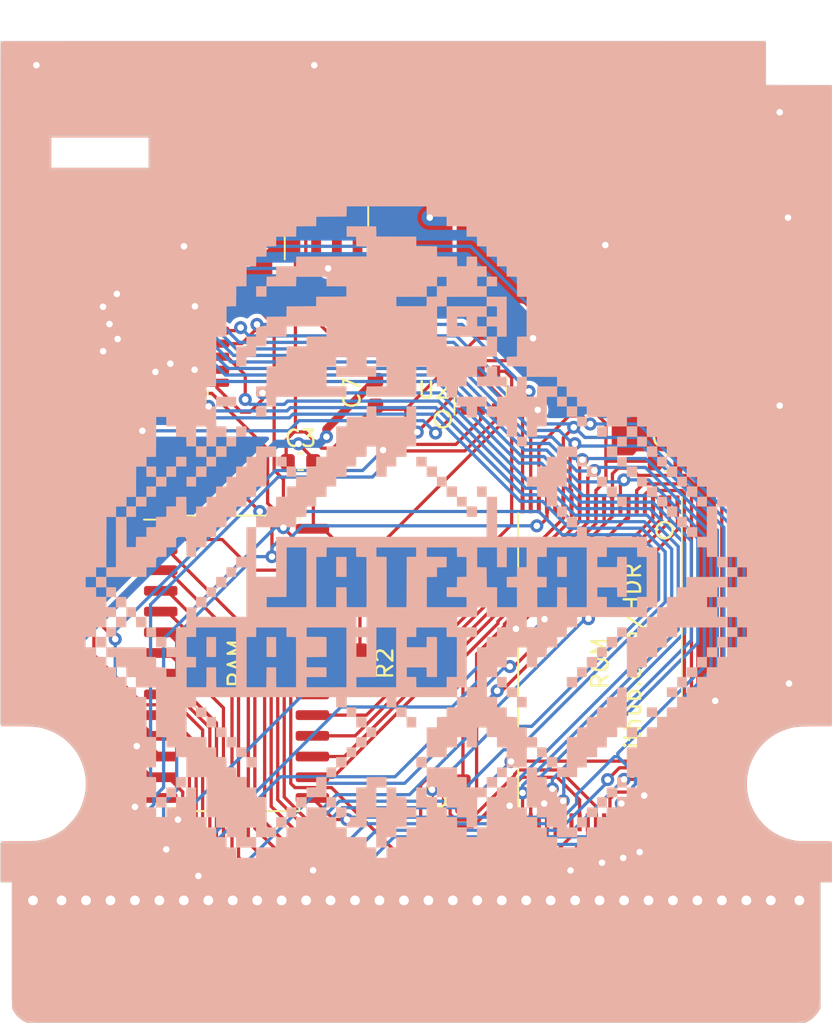
<source format=kicad_pcb>
(kicad_pcb (version 20171130) (host pcbnew "(5.1.5)-3")

  (general
    (thickness 0.8)
    (drawings 35)
    (tracks 932)
    (zones 0)
    (modules 19)
    (nets 56)
  )

  (page A4)
  (layers
    (0 F.Cu signal)
    (31 B.Cu signal)
    (32 B.Adhes user)
    (33 F.Adhes user)
    (34 B.Paste user)
    (35 F.Paste user)
    (36 B.SilkS user)
    (37 F.SilkS user)
    (38 B.Mask user)
    (39 F.Mask user)
    (40 Dwgs.User user)
    (41 Cmts.User user)
    (42 Eco1.User user)
    (43 Eco2.User user)
    (44 Edge.Cuts user)
    (45 Margin user)
    (46 B.CrtYd user)
    (47 F.CrtYd user)
    (48 B.Fab user)
    (49 F.Fab user)
  )

  (setup
    (last_trace_width 0.2)
    (trace_clearance 0.2)
    (zone_clearance 0.254)
    (zone_45_only no)
    (trace_min 0.2)
    (via_size 0.8)
    (via_drill 0.4)
    (via_min_size 0.4)
    (via_min_drill 0.3)
    (uvia_size 0.3)
    (uvia_drill 0.1)
    (uvias_allowed no)
    (uvia_min_size 0.2)
    (uvia_min_drill 0.1)
    (edge_width 0.2)
    (segment_width 0.2)
    (pcb_text_width 0.3)
    (pcb_text_size 1.5 1.5)
    (mod_edge_width 0.15)
    (mod_text_size 1 1)
    (mod_text_width 0.15)
    (pad_size 1.524 1.524)
    (pad_drill 0.762)
    (pad_to_mask_clearance 0.0508)
    (solder_mask_min_width 0.25)
    (aux_axis_origin 0 0)
    (visible_elements 7FFFEFFF)
    (pcbplotparams
      (layerselection 0x3ffff_ffffffff)
      (usegerberextensions false)
      (usegerberattributes false)
      (usegerberadvancedattributes false)
      (creategerberjobfile false)
      (excludeedgelayer true)
      (linewidth 0.100000)
      (plotframeref false)
      (viasonmask false)
      (mode 1)
      (useauxorigin false)
      (hpglpennumber 1)
      (hpglpenspeed 20)
      (hpglpendiameter 15.000000)
      (psnegative false)
      (psa4output false)
      (plotreference true)
      (plotvalue true)
      (plotinvisibletext false)
      (padsonsilk false)
      (subtractmaskfromsilk true)
      (outputformat 1)
      (mirror false)
      (drillshape 0)
      (scaleselection 1)
      (outputdirectory "MBC30-CCEdition-Gerbers"))
  )

  (net 0 "")
  (net 1 GND)
  (net 2 "Net-(R3-Pad2)")
  (net 3 "Net-(B1-Pad1)")
  (net 4 "Net-(C5-Pad2)")
  (net 5 "Net-(U2-Pad5)")
  (net 6 VCC)
  (net 7 XIN)
  (net 8 PWR)
  (net 9 AA14)
  (net 10 A12)
  (net 11 A7)
  (net 12 A6)
  (net 13 A5)
  (net 14 A4)
  (net 15 A3)
  (net 16 A2)
  (net 17 A1)
  (net 18 A0)
  (net 19 D0)
  (net 20 D1)
  (net 21 D2)
  (net 22 D3)
  (net 23 D4)
  (net 24 D5)
  (net 25 D6)
  (net 26 D7)
  (net 27 "#CE")
  (net 28 A10)
  (net 29 \RD)
  (net 30 A11)
  (net 31 A9)
  (net 32 A8)
  (net 33 AA13)
  (net 34 \WR)
  (net 35 XOUT)
  (net 36 CLK)
  (net 37 CS)
  (net 38 A13)
  (net 39 A14)
  (net 40 A15)
  (net 41 RESET)
  (net 42 \RST)
  (net 43 \RAMCS)
  (net 44 RA14)
  (net 45 RA15)
  (net 46 RA16)
  (net 47 RA17)
  (net 48 RA18)
  (net 49 RA19)
  (net 50 RA20)
  (net 51 RA21)
  (net 52 WE_AUDIO)
  (net 53 "Net-(U1-Pad5)")
  (net 54 "Net-(U4-Pad31)")
  (net 55 "Net-(U4-Pad16)")

  (net_class Default "This is the default net class."
    (clearance 0.2)
    (trace_width 0.2)
    (via_dia 0.8)
    (via_drill 0.4)
    (uvia_dia 0.3)
    (uvia_drill 0.1)
    (add_net "#CE")
    (add_net A0)
    (add_net A1)
    (add_net A10)
    (add_net A11)
    (add_net A12)
    (add_net A13)
    (add_net A14)
    (add_net A15)
    (add_net A2)
    (add_net A3)
    (add_net A4)
    (add_net A5)
    (add_net A6)
    (add_net A7)
    (add_net A8)
    (add_net A9)
    (add_net AA13)
    (add_net AA14)
    (add_net CLK)
    (add_net CS)
    (add_net D0)
    (add_net D1)
    (add_net D2)
    (add_net D3)
    (add_net D4)
    (add_net D5)
    (add_net D6)
    (add_net D7)
    (add_net GND)
    (add_net "Net-(B1-Pad1)")
    (add_net "Net-(C5-Pad2)")
    (add_net "Net-(R3-Pad2)")
    (add_net "Net-(U1-Pad5)")
    (add_net "Net-(U2-Pad5)")
    (add_net "Net-(U4-Pad16)")
    (add_net "Net-(U4-Pad31)")
    (add_net PWR)
    (add_net RA14)
    (add_net RA15)
    (add_net RA16)
    (add_net RA17)
    (add_net RA18)
    (add_net RA19)
    (add_net RA20)
    (add_net RA21)
    (add_net RESET)
    (add_net VCC)
    (add_net WE_AUDIO)
    (add_net XIN)
    (add_net XOUT)
    (add_net \RAMCS)
    (add_net \RD)
    (add_net \RST)
    (add_net \WR)
  )

  (module Custom:cc4 (layer B.Cu) (tedit 5DB22860) (tstamp 5EDBD97A)
    (at 90.412581 99.90646 180)
    (path /5EDCB2F8)
    (fp_text reference Art1 (at 0 0) (layer B.SilkS) hide
      (effects (font (size 1.524 1.524) (thickness 0.3)) (justify mirror))
    )
    (fp_text value "90,412581|99,90646 | Crystal Clear" (at 0.75 0) (layer B.SilkS) hide
      (effects (font (size 1.524 1.524) (thickness 0.3)) (justify mirror))
    )
    (fp_poly (pts (xy -1.862667 11.96975) (xy -4.318 11.96975) (xy -4.318 12.604416) (xy -4.024313 12.607229)
      (xy -3.730625 12.610042) (xy -3.730625 12.76766) (xy -3.088578 12.76766) (xy -3.088324 12.708486)
      (xy -3.087696 12.66183) (xy -3.086718 12.630625) (xy -3.085489 12.617975) (xy -3.079582 12.613813)
      (xy -3.064129 12.610656) (xy -3.037138 12.608432) (xy -2.996615 12.607068) (xy -2.940566 12.60649)
      (xy -2.866998 12.606627) (xy -2.791621 12.607226) (xy -2.502959 12.610042) (xy -2.502959 13.192125)
      (xy -3.085042 13.192125) (xy -3.087869 12.911833) (xy -3.088434 12.836421) (xy -3.088578 12.76766)
      (xy -3.730625 12.76766) (xy -3.730625 13.192125) (xy -4.024313 13.194939) (xy -4.318 13.197752)
      (xy -4.318 13.832417) (xy -1.862667 13.832417) (xy -1.862667 11.96975)) (layer B.SilkS) (width 0.01))
    (fp_poly (pts (xy 4.905375 -2.756958) (xy 4.595541 -2.759764) (xy 4.502193 -2.760417) (xy 4.428113 -2.760456)
      (xy 4.371413 -2.759819) (xy 4.330203 -2.758442) (xy 4.302591 -2.75626) (xy 4.286689 -2.753212)
      (xy 4.280605 -2.749232) (xy 4.280585 -2.749181) (xy 4.279685 -2.736385) (xy 4.278931 -2.704365)
      (xy 4.27833 -2.655062) (xy 4.27789 -2.590418) (xy 4.277619 -2.512374) (xy 4.277523 -2.422873)
      (xy 4.277611 -2.323854) (xy 4.277891 -2.217262) (xy 4.27821 -2.137833) (xy 4.280958 -1.539875)
      (xy 4.905375 -1.539875) (xy 4.905375 -2.756958)) (layer B.SilkS) (width 0.01))
    (fp_poly (pts (xy -8.641292 -2.756958) (xy -8.929955 -2.759774) (xy -9.019806 -2.760441) (xy -9.090452 -2.760442)
      (xy -9.143845 -2.759707) (xy -9.181938 -2.758164) (xy -9.206684 -2.755744) (xy -9.220035 -2.752377)
      (xy -9.223744 -2.749191) (xy -9.224645 -2.736394) (xy -9.2254 -2.704372) (xy -9.226001 -2.655067)
      (xy -9.226442 -2.590421) (xy -9.226714 -2.512376) (xy -9.22681 -2.422873) (xy -9.226722 -2.323854)
      (xy -9.226443 -2.21726) (xy -9.226124 -2.137833) (xy -9.223375 -1.539875) (xy -8.641292 -1.539875)
      (xy -8.641292 -2.756958)) (layer B.SilkS) (width 0.01))
    (fp_poly (pts (xy 11.342519 -2.172061) (xy 11.636375 -2.174875) (xy 11.639187 -2.468405) (xy 11.642 -2.761935)
      (xy 11.956687 -2.764738) (xy 12.271375 -2.767541) (xy 12.276981 -3.396915) (xy 12.864041 -3.402541)
      (xy 12.866854 -3.696071) (xy 12.869667 -3.989602) (xy 13.499041 -3.995208) (xy 13.501844 -4.310062)
      (xy 13.504648 -4.624916) (xy 13.194046 -4.624916) (xy 13.114992 -4.624685) (xy 13.042877 -4.624029)
      (xy 12.980397 -4.623011) (xy 12.930246 -4.621689) (xy 12.895121 -4.620123) (xy 12.877717 -4.618373)
      (xy 12.876388 -4.617861) (xy 12.874597 -4.605872) (xy 12.872973 -4.575413) (xy 12.871576 -4.529182)
      (xy 12.870467 -4.469874) (xy 12.869705 -4.400186) (xy 12.869351 -4.322816) (xy 12.869333 -4.300528)
      (xy 12.869333 -3.990251) (xy 12.575645 -3.987438) (xy 12.281958 -3.984625) (xy 12.279145 -3.691094)
      (xy 12.276332 -3.397564) (xy 11.646958 -3.391958) (xy 11.641352 -2.762584) (xy 11.347821 -2.759771)
      (xy 11.054291 -2.756958) (xy 11.051478 -2.463103) (xy 11.048664 -2.169247) (xy 11.342519 -2.172061)) (layer B.SilkS) (width 0.01))
    (fp_poly (pts (xy 17.184844 -5.532437) (xy 17.182041 -5.847291) (xy 16.552667 -5.852897) (xy 16.549854 -6.146428)
      (xy 16.547041 -6.439958) (xy 15.959981 -6.445584) (xy 15.954375 -7.074958) (xy 15.63952 -7.077761)
      (xy 15.324666 -7.080564) (xy 15.324666 -6.775607) (xy 15.324938 -6.678867) (xy 15.325794 -6.601769)
      (xy 15.327296 -6.542796) (xy 15.329503 -6.500428) (xy 15.332476 -6.473148) (xy 15.336277 -6.459437)
      (xy 15.337366 -6.45795) (xy 15.347918 -6.45393) (xy 15.371665 -6.450754) (xy 15.410124 -6.44836)
      (xy 15.464813 -6.446688) (xy 15.537252 -6.445677) (xy 15.628958 -6.445266) (xy 15.654699 -6.44525)
      (xy 15.959331 -6.44525) (xy 15.962145 -6.151562) (xy 15.964958 -5.857875) (xy 16.258645 -5.855061)
      (xy 16.552333 -5.852248) (xy 16.552333 -5.547615) (xy 16.552605 -5.450926) (xy 16.553463 -5.373879)
      (xy 16.554966 -5.314956) (xy 16.557177 -5.272637) (xy 16.560154 -5.245405) (xy 16.56396 -5.231741)
      (xy 16.565033 -5.230283) (xy 16.57558 -5.226265) (xy 16.599317 -5.22309) (xy 16.637761 -5.220697)
      (xy 16.692431 -5.219024) (xy 16.764844 -5.218012) (xy 16.856518 -5.217599) (xy 16.88269 -5.217583)
      (xy 17.187648 -5.217583) (xy 17.184844 -5.532437)) (layer B.SilkS) (width 0.01))
    (fp_poly (pts (xy 12.864041 -7.667625) (xy 12.575379 -7.670441) (xy 12.485527 -7.671108) (xy 12.414881 -7.671109)
      (xy 12.361488 -7.670373) (xy 12.323395 -7.668831) (xy 12.298649 -7.666411) (xy 12.285298 -7.663044)
      (xy 12.281589 -7.659858) (xy 12.280688 -7.64706) (xy 12.279933 -7.615038) (xy 12.279332 -7.565734)
      (xy 12.278892 -7.501088) (xy 12.27862 -7.423042) (xy 12.278524 -7.333539) (xy 12.278612 -7.23452)
      (xy 12.278891 -7.127927) (xy 12.27921 -7.0485) (xy 12.281958 -6.450541) (xy 12.864041 -6.450541)
      (xy 12.864041 -7.667625)) (layer B.SilkS) (width 0.01))
    (fp_poly (pts (xy 9.181041 -7.667625) (xy 8.892379 -7.670441) (xy 8.802527 -7.671108) (xy 8.731881 -7.671109)
      (xy 8.678488 -7.670373) (xy 8.640395 -7.668831) (xy 8.615649 -7.666411) (xy 8.602298 -7.663044)
      (xy 8.598589 -7.659858) (xy 8.597688 -7.64706) (xy 8.596933 -7.615038) (xy 8.596332 -7.565734)
      (xy 8.595892 -7.501088) (xy 8.59562 -7.423042) (xy 8.595524 -7.333539) (xy 8.595612 -7.23452)
      (xy 8.595891 -7.127927) (xy 8.59621 -7.0485) (xy 8.598958 -6.450541) (xy 9.181041 -6.450541)
      (xy 9.181041 -7.667625)) (layer B.SilkS) (width 0.01))
    (fp_poly (pts (xy 13.501855 -11.056779) (xy 13.499041 -11.350625) (xy 12.869647 -11.356231) (xy 12.864041 -11.985625)
      (xy 12.570521 -11.988437) (xy 12.277 -11.99125) (xy 12.274187 -12.284771) (xy 12.271375 -12.578291)
      (xy 11.641981 -12.583897) (xy 11.636375 -13.213291) (xy 11.342854 -13.216104) (xy 11.049334 -13.218917)
      (xy 11.046521 -13.512437) (xy 11.043708 -13.805958) (xy 10.414314 -13.811564) (xy 10.408708 -14.440958)
      (xy 10.120045 -14.443774) (xy 10.030452 -14.444445) (xy 9.960031 -14.444459) (xy 9.906796 -14.443745)
      (xy 9.86876 -14.44223) (xy 9.843937 -14.439842) (xy 9.83034 -14.436509) (xy 9.826189 -14.433055)
      (xy 9.824944 -14.419323) (xy 9.824002 -14.387241) (xy 9.823384 -14.339626) (xy 9.823112 -14.279292)
      (xy 9.823206 -14.209056) (xy 9.823687 -14.131733) (xy 9.82381 -14.11803) (xy 9.826625 -13.816541)
      (xy 10.413665 -13.810915) (xy 10.419291 -13.223875) (xy 10.733988 -13.221071) (xy 11.048685 -13.218268)
      (xy 11.051488 -12.903571) (xy 11.054291 -12.588875) (xy 11.347812 -12.586062) (xy 11.641332 -12.583249)
      (xy 11.644145 -12.289728) (xy 11.646958 -11.996208) (xy 12.276352 -11.990602) (xy 12.281958 -11.361208)
      (xy 12.575478 -11.358395) (xy 12.868999 -11.355582) (xy 12.871812 -11.062062) (xy 12.874625 -10.768541)
      (xy 13.189646 -10.765738) (xy 13.504668 -10.762934) (xy 13.501855 -11.056779)) (layer B.SilkS) (width 0.01))
    (fp_poly (pts (xy 12.274188 7.987771) (xy 12.277001 7.694084) (xy 11.66796 7.694084) (xy 11.533887 7.694173)
      (xy 11.419611 7.69446) (xy 11.323762 7.694975) (xy 11.244972 7.695749) (xy 11.181871 7.696809)
      (xy 11.13309 7.698188) (xy 11.097259 7.699914) (xy 11.07301 7.702017) (xy 11.058974 7.704527)
      (xy 11.05378 7.707475) (xy 11.053778 7.707479) (xy 11.052508 7.721288) (xy 11.051563 7.753331)
      (xy 11.050968 7.800677) (xy 11.050744 7.860394) (xy 11.050916 7.929553) (xy 11.051465 8.001166)
      (xy 11.054291 8.281459) (xy 12.271375 8.281459) (xy 12.274188 7.987771)) (layer B.SilkS) (width 0.01))
    (fp_poly (pts (xy -11.390313 6.463939) (xy -11.096625 6.461125) (xy -11.096625 5.836709) (xy -11.383091 5.833896)
      (xy -11.458933 5.833411) (xy -11.527766 5.833467) (xy -11.586776 5.83402) (xy -11.633148 5.835031)
      (xy -11.664065 5.836455) (xy -11.676714 5.83825) (xy -11.676778 5.838306) (xy -11.678611 5.850338)
      (xy -11.680273 5.880839) (xy -11.681702 5.927112) (xy -11.682837 5.986461) (xy -11.683618 6.056187)
      (xy -11.683982 6.133595) (xy -11.684 6.15614) (xy -11.684 6.466752) (xy -11.390313 6.463939)) (layer B.SilkS) (width 0.01))
    (fp_poly (pts (xy 4.270375 18.113375) (xy 3.979333 18.108084) (xy 3.688291 18.102792) (xy 3.683 17.81175)
      (xy 3.677708 17.520709) (xy 3.3655 17.515417) (xy 3.053291 17.510125) (xy 3.053291 16.885709)
      (xy 5.207 16.880417) (xy 7.360708 16.875125) (xy 7.366 16.584084) (xy 7.371291 16.293042)
      (xy 7.979833 16.28775) (xy 8.588375 16.282459) (xy 8.593666 15.97025) (xy 8.598958 15.658042)
      (xy 8.89 15.65275) (xy 9.181041 15.647459) (xy 9.183854 15.353929) (xy 9.186667 15.060398)
      (xy 9.816041 15.054792) (xy 9.816041 14.430375) (xy 9.191625 14.430375) (xy 9.188821 14.745171)
      (xy 9.186018 15.059966) (xy 8.278655 15.062671) (xy 7.371291 15.065375) (xy 7.366 15.356417)
      (xy 7.360708 15.647459) (xy 5.508625 15.647459) (xy 5.498041 15.065375) (xy 4.8895 15.060084)
      (xy 4.280958 15.054792) (xy 4.280958 14.430375) (xy 5.207 14.425084) (xy 6.133041 14.419792)
      (xy 6.138333 14.12875) (xy 6.143625 13.837709) (xy 7.953375 13.827125) (xy 7.958666 13.514917)
      (xy 7.963958 13.202709) (xy 8.5725 13.197417) (xy 9.181041 13.192125) (xy 9.186333 12.901084)
      (xy 9.191625 12.610042) (xy 9.503833 12.60475) (xy 9.816041 12.599459) (xy 9.821333 12.28725)
      (xy 9.826625 11.975042) (xy 10.117666 11.96975) (xy 10.408708 11.964459) (xy 10.414 11.673417)
      (xy 10.419291 11.382375) (xy 10.7315 11.377084) (xy 11.043708 11.371792) (xy 11.043708 10.154709)
      (xy 10.419291 10.154709) (xy 10.414 10.44575) (xy 10.408708 10.736792) (xy 10.117666 10.742084)
      (xy 9.826625 10.747375) (xy 9.821333 11.059584) (xy 9.816041 11.371792) (xy 9.503833 11.377084)
      (xy 9.191625 11.382375) (xy 9.181041 11.964459) (xy 8.5725 11.96975) (xy 7.963958 11.975042)
      (xy 7.958666 12.28725) (xy 7.953375 12.599459) (xy 5.508625 12.599459) (xy 5.508625 11.975042)
      (xy 6.117166 11.96975) (xy 6.725708 11.964459) (xy 6.731 11.673417) (xy 6.736291 11.382375)
      (xy 7.344833 11.377084) (xy 7.953375 11.371792) (xy 7.958666 11.059584) (xy 7.963958 10.747375)
      (xy 8.276166 10.742084) (xy 8.588375 10.736792) (xy 8.593666 10.44575) (xy 8.598958 10.154709)
      (xy 8.89 10.149417) (xy 9.181041 10.144125) (xy 9.186333 9.535584) (xy 9.191625 8.927042)
      (xy 9.503833 8.92175) (xy 9.816041 8.916459) (xy 9.816041 8.292042) (xy 9.503833 8.28675)
      (xy 9.191625 8.281459) (xy 9.185999 7.694399) (xy 9.50102 7.691596) (xy 9.816041 7.688792)
      (xy 9.816041 7.064375) (xy 9.191625 7.064375) (xy 9.188821 7.379063) (xy 9.186018 7.69375)
      (xy 8.892488 7.696563) (xy 8.598958 7.699375) (xy 8.593666 7.990417) (xy 8.588375 8.281459)
      (xy 6.434666 8.28675) (xy 4.280958 8.292042) (xy 4.278152 8.594884) (xy 4.277482 8.686209)
      (xy 4.277404 8.758494) (xy 4.277997 8.813861) (xy 4.279338 8.854431) (xy 4.281505 8.882325)
      (xy 4.284577 8.899664) (xy 4.288632 8.90857) (xy 4.289713 8.90965) (xy 4.300721 8.912512)
      (xy 4.32696 8.915032) (xy 4.369237 8.917229) (xy 4.428361 8.919123) (xy 4.505138 8.920733)
      (xy 4.600377 8.922079) (xy 4.714885 8.923179) (xy 4.849471 8.924053) (xy 4.90106 8.924307)
      (xy 5.498041 8.927042) (xy 5.498041 10.144125) (xy 5.204511 10.146938) (xy 4.910998 10.149751)
      (xy 4.908188 10.443105) (xy 4.905375 10.736792) (xy 4.280958 10.736792) (xy 4.278131 10.456499)
      (xy 4.277564 10.381098) (xy 4.277413 10.31236) (xy 4.277656 10.253214) (xy 4.278271 10.206593)
      (xy 4.279233 10.175427) (xy 4.280445 10.162812) (xy 4.286639 10.158781) (xy 4.303013 10.155586)
      (xy 4.33141 10.153148) (xy 4.373671 10.151389) (xy 4.431637 10.150233) (xy 4.507149 10.149602)
      (xy 4.598293 10.149417) (xy 4.910979 10.149417) (xy 4.908178 9.83473) (xy 4.905375 9.519709)
      (xy 2.460625 9.519709) (xy 2.457821 9.83472) (xy 2.455023 10.149082) (xy 2.748853 10.151895)
      (xy 3.042708 10.154709) (xy 3.042708 10.736792) (xy 2.460625 10.736792) (xy 2.455003 10.149732)
      (xy 2.140321 10.146929) (xy 1.825625 10.144125) (xy 1.825625 8.927042) (xy 2.434166 8.92175)
      (xy 3.042708 8.916459) (xy 3.042708 8.292042) (xy 1.51077 8.289361) (xy 1.332498 8.289106)
      (xy 1.160107 8.288973) (xy 0.994775 8.288957) (xy 0.837679 8.289053) (xy 0.689999 8.289256)
      (xy 0.55291 8.289563) (xy 0.427591 8.289969) (xy 0.315219 8.290469) (xy 0.216973 8.29106)
      (xy 0.134029 8.291735) (xy 0.067566 8.292492) (xy 0.018762 8.293325) (xy -0.011207 8.29423)
      (xy -0.021167 8.295182) (xy -0.014592 8.30961) (xy -0.010524 8.314327) (xy -0.008418 8.327138)
      (xy -0.006609 8.360954) (xy -0.005101 8.415616) (xy -0.003893 8.490964) (xy -0.002987 8.58684)
      (xy -0.002385 8.703083) (xy -0.002088 8.839535) (xy -0.002098 8.996036) (xy -0.002416 9.172426)
      (xy -0.002587 9.234548) (xy -0.005292 10.144125) (xy -0.629709 10.144125) (xy -0.632512 9.829429)
      (xy -0.635315 9.514732) (xy -0.950012 9.511929) (xy -1.264709 9.509125) (xy -1.270335 8.922085)
      (xy -1.857375 8.916459) (xy -1.867959 8.249709) (xy -2.460625 8.239125) (xy -2.46345 7.966605)
      (xy -2.466275 7.694084) (xy -2.766589 7.694084) (xy -2.854587 7.693996) (xy -2.923761 7.693638)
      (xy -2.97645 7.69287) (xy -3.014997 7.691552) (xy -3.041742 7.689544) (xy -3.059027 7.686706)
      (xy -3.069192 7.682897) (xy -3.074579 7.677978) (xy -3.075972 7.675563) (xy -3.07843 7.660612)
      (xy -3.08099 7.627288) (xy -3.083532 7.578381) (xy -3.085937 7.516684) (xy -3.088087 7.444988)
      (xy -3.089861 7.366085) (xy -3.090334 7.339542) (xy -3.095625 7.022042) (xy -3.720042 7.022042)
      (xy -3.725334 7.355417) (xy -3.730625 7.688792) (xy -4.317685 7.694418) (xy -4.320489 7.379397)
      (xy -4.323292 7.064375) (xy -4.6355 7.059084) (xy -4.947709 7.053792) (xy -4.953 6.76275)
      (xy -4.958292 6.471709) (xy -5.249334 6.466417) (xy -5.540375 6.461125) (xy -5.550959 5.836709)
      (xy -6.180333 5.831103) (xy -6.183146 5.537572) (xy -6.185959 5.244042) (xy -6.472424 5.24123)
      (xy -6.548266 5.240744) (xy -6.6171 5.2408) (xy -6.67611 5.241354) (xy -6.722481 5.242364)
      (xy -6.753399 5.243788) (xy -6.766047 5.245584) (xy -6.766112 5.245639) (xy -6.768009 5.257723)
      (xy -6.76972 5.288172) (xy -6.771176 5.334183) (xy -6.772309 5.392955) (xy -6.773051 5.461685)
      (xy -6.773333 5.537573) (xy -6.773334 5.541982) (xy -6.773334 5.831102) (xy -6.808704 5.831417)
      (xy -6.773506 5.831417) (xy -6.180495 5.831417) (xy -6.183227 6.442605) (xy -6.185959 7.053792)
      (xy -6.768042 7.053792) (xy -6.770774 6.442605) (xy -6.773506 5.831417) (xy -6.808704 5.831417)
      (xy -7.088188 5.833906) (xy -7.403042 5.836709) (xy -7.408334 6.148917) (xy -7.413625 6.461125)
      (xy -7.995709 6.471709) (xy -8.001 7.376584) (xy -8.006292 8.281459) (xy -8.320979 8.284262)
      (xy -8.635665 8.287065) (xy -8.638479 7.99322) (xy -8.641292 7.699375) (xy -8.934822 7.696563)
      (xy -9.228353 7.69375) (xy -9.231156 7.379063) (xy -9.233959 7.064375) (xy -9.863333 7.058769)
      (xy -9.868959 6.471709) (xy -10.451042 6.471709) (xy -10.453855 6.765396) (xy -10.456669 7.059084)
      (xy -9.863667 7.059084) (xy -9.863667 7.694084) (xy -9.228667 7.694084) (xy -9.228667 8.28675)
      (xy -8.636 8.28675) (xy -8.636 8.921922) (xy -8.024813 8.919191) (xy -7.413625 8.916459)
      (xy -7.408334 8.60425) (xy -7.403042 8.292042) (xy -6.778625 8.292042) (xy -6.775894 8.903397)
      (xy -6.773162 9.514752) (xy -6.47956 9.511939) (xy -6.185959 9.509125) (xy -6.180667 9.218084)
      (xy -6.175375 8.927042) (xy -5.546003 8.921436) (xy -5.543189 9.215281) (xy -5.540375 9.509125)
      (xy -5.249334 9.514417) (xy -4.958292 9.519709) (xy -4.955479 9.820452) (xy -4.954071 9.925239)
      (xy -4.952007 10.008984) (xy -4.949288 10.071658) (xy -4.945914 10.113236) (xy -4.941888 10.133689)
      (xy -4.940953 10.135306) (xy -4.933238 10.139572) (xy -4.916622 10.142939) (xy -4.889079 10.145495)
      (xy -4.848585 10.147331) (xy -4.793114 10.148536) (xy -4.720643 10.149202) (xy -4.629145 10.149417)
      (xy -4.318313 10.149417) (xy -4.315512 9.834731) (xy -4.312709 9.519709) (xy -4.018854 9.516895)
      (xy -3.725 9.514082) (xy -3.727813 9.220562) (xy -3.730625 8.927042) (xy -4.638304 8.924337)
      (xy -5.545982 8.921632) (xy -5.543179 8.606837) (xy -5.540375 8.292042) (xy -5.249334 8.28675)
      (xy -4.958292 8.281459) (xy -4.955604 8.001) (xy -4.954707 7.925584) (xy -4.953555 7.856841)
      (xy -4.952226 7.797698) (xy -4.950795 7.751084) (xy -4.949338 7.719928) (xy -4.947999 7.707313)
      (xy -4.941645 7.703315) (xy -4.924683 7.700145) (xy -4.895319 7.697727) (xy -4.851757 7.695988)
      (xy -4.792201 7.694851) (xy -4.714857 7.694242) (xy -4.630708 7.694084) (xy -4.318335 7.694084)
      (xy -4.315522 7.987771) (xy -4.312709 8.281459) (xy -3.407834 8.28675) (xy -2.502959 8.292042)
      (xy -2.502959 8.916459) (xy -2.794 8.92175) (xy -3.085042 8.927042) (xy -3.090334 9.218084)
      (xy -3.095625 9.509125) (xy -3.410322 9.511929) (xy -3.725019 9.514732) (xy -3.727822 9.829429)
      (xy -3.730625 10.144125) (xy -4.024471 10.146939) (xy -4.317669 10.149747) (xy -4.320479 10.443105)
      (xy -4.323292 10.736792) (xy -4.6355 10.742084) (xy -4.947709 10.747375) (xy -4.950441 11.358396)
      (xy -4.953172 11.969416) (xy -5.246774 11.972229) (xy -5.540375 11.975042) (xy -5.540375 12.27455)
      (xy -4.953 12.27455) (xy -4.953 11.96975) (xy -4.318 11.96975) (xy -4.318 11.680473)
      (xy -4.317751 11.604253) (xy -4.317045 11.53504) (xy -4.315952 11.475633) (xy -4.314537 11.428831)
      (xy -4.312868 11.397435) (xy -4.311013 11.384243) (xy -4.310901 11.384095) (xy -4.299599 11.383193)
      (xy -4.268461 11.382369) (xy -4.21882 11.381629) (xy -4.152005 11.380978) (xy -4.069348 11.380421)
      (xy -3.972179 11.379962) (xy -3.861831 11.379605) (xy -3.739634 11.379357) (xy -3.606919 11.379221)
      (xy -3.465018 11.379202) (xy -3.31526 11.379306) (xy -3.158978 11.379537) (xy -3.08588 11.379685)
      (xy -1.867959 11.382375) (xy -1.865146 11.675896) (xy -1.862333 11.969416) (xy -1.568813 11.972229)
      (xy -1.275292 11.975042) (xy -1.275292 13.827125) (xy -1.568813 13.829938) (xy -1.862333 13.832751)
      (xy -1.865146 14.126272) (xy -1.867959 14.419792) (xy -3.09298 14.422482) (xy -4.318 14.425172)
      (xy -4.318 13.832417) (xy -4.623621 13.832417) (xy -4.715559 13.832238) (xy -4.78843 13.831638)
      (xy -4.844333 13.830521) (xy -4.885367 13.828791) (xy -4.913629 13.826352) (xy -4.931218 13.823108)
      (xy -4.940232 13.818964) (xy -4.941288 13.817902) (xy -4.945154 13.805309) (xy -4.948033 13.777279)
      (xy -4.949959 13.732635) (xy -4.950967 13.670202) (xy -4.951092 13.588802) (xy -4.950522 13.503048)
      (xy -4.947709 13.202709) (xy -4.632855 13.199906) (xy -4.318 13.197102) (xy -4.318 12.60475)
      (xy -4.622801 12.60475) (xy -4.719516 12.604478) (xy -4.796589 12.603621) (xy -4.855538 12.602119)
      (xy -4.897882 12.59991) (xy -4.925139 12.596935) (xy -4.938827 12.593132) (xy -4.940301 12.59205)
      (xy -4.944319 12.581501) (xy -4.947495 12.557759) (xy -4.949888 12.519308) (xy -4.951561 12.464629)
      (xy -4.952572 12.392204) (xy -4.952984 12.300514) (xy -4.953 12.27455) (xy -5.540375 12.27455)
      (xy -5.540375 14.419792) (xy -4.929188 14.422524) (xy -4.318 14.425256) (xy -4.318 15.059749)
      (xy -4.024313 15.062562) (xy -3.730625 15.065375) (xy -3.730625 15.647459) (xy -1.857375 15.647459)
      (xy -1.857375 15.065375) (xy -1.563845 15.062563) (xy -1.270315 15.05975) (xy -1.267512 14.745063)
      (xy -1.264709 14.430375) (xy -0.949855 14.427572) (xy -0.635 14.424769) (xy -0.635 14.135649)
      (xy -0.63475 14.059449) (xy -0.634043 13.990256) (xy -0.632947 13.93087) (xy -0.631529 13.884092)
      (xy -0.629856 13.85272) (xy -0.627996 13.839558) (xy -0.627887 13.839415) (xy -0.616476 13.838382)
      (xy -0.585433 13.837455) (xy -0.536291 13.836641) (xy -0.470585 13.835947) (xy -0.389849 13.835382)
      (xy -0.295616 13.834951) (xy -0.189422 13.834662) (xy -0.072799 13.834523) (xy 0.052718 13.834541)
      (xy 0.185595 13.834723) (xy 0.3008 13.835005) (xy 1.222375 13.837709) (xy 1.222375 14.419792)
      (xy 0.293844 14.422496) (xy -0.634686 14.425199) (xy -0.637489 14.739996) (xy -0.640292 15.054792)
      (xy -1.269666 15.060398) (xy -1.272479 15.353929) (xy -1.275292 15.647459) (xy -1.857375 15.647459)
      (xy -3.730625 15.647459) (xy -4.024313 15.650272) (xy -4.318 15.653085) (xy -4.318 15.059769)
      (xy -4.632855 15.062572) (xy -4.947709 15.065375) (xy -4.947709 15.647459) (xy -4.318315 15.653065)
      (xy -4.312709 16.282459) (xy -4.021667 16.28775) (xy -3.730625 16.293042) (xy -3.725334 16.584084)
      (xy -3.720042 16.875125) (xy -3.095625 16.875125) (xy -3.090334 16.584084) (xy -3.085042 16.293042)
      (xy -2.502959 16.293042) (xy -2.497667 16.584084) (xy -2.492375 16.875125) (xy -1.883834 16.880417)
      (xy -1.275292 16.885709) (xy -1.272486 17.188817) (xy -1.271418 17.281614) (xy -1.27005 17.355211)
      (xy -1.268279 17.411574) (xy -1.265999 17.452669) (xy -1.263103 17.480463) (xy -1.259488 17.49692)
      (xy -1.25563 17.503585) (xy -1.243922 17.506381) (xy -1.215519 17.508858) (xy -1.169804 17.51103)
      (xy -1.106158 17.512911) (xy -1.023964 17.514515) (xy -0.922604 17.515857) (xy -0.801461 17.516949)
      (xy -0.659915 17.517807) (xy -0.623436 17.517977) (xy -0.005292 17.520709) (xy 0 17.81175)
      (xy 0.005291 18.102792) (xy 1.227666 18.108084) (xy 2.450041 18.113375) (xy 2.455333 18.425584)
      (xy 2.460625 18.737792) (xy 4.270375 18.737792) (xy 4.270375 18.113375)) (layer B.SilkS) (width 0.01))
    (fp_poly (pts (xy 10.743369 6.463938) (xy 11.043708 6.461125) (xy 11.049314 5.831417) (xy 11.641666 5.831417)
      (xy 11.641666 5.23875) (xy 12.276666 5.23875) (xy 12.276666 4.60375) (xy 12.869333 4.60375)
      (xy 12.869333 5.23875) (xy 13.504648 5.23875) (xy 13.501844 4.923896) (xy 13.499041 4.609042)
      (xy 12.869333 4.603436) (xy 12.869333 4.011399) (xy 13.184187 4.008595) (xy 13.499041 4.005792)
      (xy 13.504647 3.376418) (xy 13.798178 3.373605) (xy 14.091708 3.370792) (xy 14.091708 2.788709)
      (xy 13.805242 2.785896) (xy 13.729401 2.785411) (xy 13.660567 2.785467) (xy 13.601557 2.78602)
      (xy 13.555185 2.787031) (xy 13.524268 2.788455) (xy 13.511619 2.79025) (xy 13.511555 2.790306)
      (xy 13.509658 2.80239) (xy 13.507947 2.832838) (xy 13.506491 2.878849) (xy 13.505358 2.937621)
      (xy 13.504616 3.006352) (xy 13.504334 3.08224) (xy 13.504333 3.086649) (xy 13.504333 3.375769)
      (xy 12.874625 3.381375) (xy 12.871821 3.696063) (xy 12.869018 4.01075) (xy 12.575488 4.013563)
      (xy 12.281958 4.016375) (xy 12.279145 4.309906) (xy 12.276332 4.603436) (xy 11.646958 4.609042)
      (xy 11.641352 5.238416) (xy 11.347821 5.241229) (xy 11.054291 5.244042) (xy 11.051478 5.537572)
      (xy 11.048665 5.831103) (xy 10.419291 5.836709) (xy 10.416485 6.139551) (xy 10.415809 6.230467)
      (xy 10.415709 6.302386) (xy 10.416266 6.357474) (xy 10.417562 6.397895) (xy 10.419679 6.425814)
      (xy 10.422698 6.443396) (xy 10.4267 6.452804) (xy 10.428354 6.454572) (xy 10.440592 6.458457)
      (xy 10.467587 6.461357) (xy 10.510633 6.463312) (xy 10.571021 6.464359) (xy 10.650043 6.464537)
      (xy 10.743369 6.463938)) (layer B.SilkS) (width 0.01))
    (fp_poly (pts (xy -0.005292 4.016375) (xy -0.634686 4.010769) (xy -0.640292 3.381375) (xy -1.269666 3.375769)
      (xy -1.275292 2.788709) (xy -1.568822 2.785896) (xy -1.862353 2.783083) (xy -1.867959 2.153709)
      (xy -2.497333 2.148103) (xy -2.500146 1.854572) (xy -2.502959 1.561042) (xy -3.090019 1.555416)
      (xy -3.095625 0.926042) (xy -3.403267 0.92324) (xy -3.48194 0.922764) (xy -3.553673 0.922792)
      (xy -3.615756 0.923287) (xy -3.665479 0.924209) (xy -3.700131 0.925521) (xy -3.717003 0.927186)
      (xy -3.718121 0.927649) (xy -3.71999 0.939709) (xy -3.721678 0.970177) (xy -3.723121 1.016294)
      (xy -3.724254 1.075304) (xy -3.725012 1.144446) (xy -3.725328 1.220964) (xy -3.725334 1.232606)
      (xy -3.725053 1.328211) (xy -3.724167 1.40418) (xy -3.722616 1.462037) (xy -3.720336 1.503308)
      (xy -3.717264 1.529515) (xy -3.71334 1.542184) (xy -3.712634 1.54305) (xy -3.702082 1.54707)
      (xy -3.678335 1.550246) (xy -3.639876 1.55264) (xy -3.585187 1.554312) (xy -3.512748 1.555323)
      (xy -3.421042 1.555734) (xy -3.395301 1.55575) (xy -3.090669 1.55575) (xy -3.087855 1.849438)
      (xy -3.085042 2.143125) (xy -2.791355 2.145939) (xy -2.497667 2.148752) (xy -2.497667 2.453385)
      (xy -2.497395 2.550074) (xy -2.496537 2.627121) (xy -2.495034 2.686044) (xy -2.492823 2.728363)
      (xy -2.489846 2.755595) (xy -2.48604 2.769259) (xy -2.484967 2.770717) (xy -2.474415 2.774737)
      (xy -2.450669 2.777913) (xy -2.41221 2.780307) (xy -2.35752 2.781979) (xy -2.285082 2.78299)
      (xy -2.193376 2.783401) (xy -2.167635 2.783417) (xy -1.863002 2.783417) (xy -1.860189 3.077105)
      (xy -1.857375 3.370792) (xy -1.563688 3.373605) (xy -1.27 3.376419) (xy -1.27 3.681051)
      (xy -1.269728 3.77774) (xy -1.268871 3.854787) (xy -1.267367 3.913711) (xy -1.265157 3.95603)
      (xy -1.262179 3.983262) (xy -1.258373 3.996926) (xy -1.2573 3.998384) (xy -1.246748 4.002403)
      (xy -1.223002 4.00558) (xy -1.184543 4.007974) (xy -1.129854 4.009646) (xy -1.057415 4.010657)
      (xy -0.965709 4.011068) (xy -0.939968 4.011084) (xy -0.635335 4.011084) (xy -0.632522 4.304771)
      (xy -0.629709 4.598459) (xy -0.005292 4.598459) (xy -0.005292 4.016375)) (layer B.SilkS) (width 0.01))
    (fp_poly (pts (xy -14.144625 -11.350625) (xy -14.459647 -11.353428) (xy -14.774669 -11.356232) (xy -14.771856 -11.062386)
      (xy -14.769042 -10.768541) (xy -14.144625 -10.768541) (xy -14.144625 -11.350625)) (layer B.SilkS) (width 0.01))
    (fp_poly (pts (xy -6.773334 -16.901268) (xy -7.088188 -16.904071) (xy -7.403042 -16.906875) (xy -7.408668 -17.493915)
      (xy -7.702188 -17.496728) (xy -7.995709 -17.499541) (xy -8.001315 -18.128935) (xy -8.630709 -18.134541)
      (xy -8.633522 -18.428229) (xy -8.636335 -18.721916) (xy -9.863667 -18.721916) (xy -9.863667 -18.12925)
      (xy -10.456334 -18.12925) (xy -10.456334 -17.49425) (xy -11.091334 -17.49425) (xy -11.091334 -16.901583)
      (xy -11.684 -16.901583) (xy -11.684 -16.266583) (xy -12.319 -16.266583) (xy -12.319 -15.673916)
      (xy -12.911667 -15.673916) (xy -12.911667 -15.038581) (xy -12.61798 -15.041395) (xy -12.324292 -15.044208)
      (xy -12.318686 -15.673602) (xy -11.689292 -15.679208) (xy -11.686479 -15.972728) (xy -11.683666 -16.266249)
      (xy -11.390146 -16.269062) (xy -11.096625 -16.271875) (xy -11.093822 -16.586571) (xy -11.091019 -16.901268)
      (xy -10.776322 -16.904071) (xy -10.461625 -16.906875) (xy -10.458813 -17.200395) (xy -10.456 -17.493915)
      (xy -10.162479 -17.496728) (xy -9.868959 -17.499541) (xy -9.866155 -17.814553) (xy -9.863352 -18.129564)
      (xy -9.548655 -18.126761) (xy -9.233959 -18.123958) (xy -9.231255 -17.200562) (xy -9.230822 -17.062721)
      (xy -9.230353 -16.931056) (xy -9.229855 -16.807091) (xy -9.229338 -16.692346) (xy -9.228811 -16.588343)
      (xy -9.228281 -16.496605) (xy -9.227757 -16.418652) (xy -9.22725 -16.356007) (xy -9.226766 -16.310192)
      (xy -9.226314 -16.282728) (xy -9.225963 -16.274948) (xy -9.215136 -16.274169) (xy -9.185878 -16.273083)
      (xy -9.140925 -16.271764) (xy -9.083008 -16.270286) (xy -9.014861 -16.268722) (xy -8.939219 -16.267147)
      (xy -8.932334 -16.267011) (xy -8.641292 -16.261291) (xy -8.635572 -15.97025) (xy -8.634 -15.894087)
      (xy -8.632432 -15.825188) (xy -8.630944 -15.766284) (xy -8.629608 -15.720106) (xy -8.628498 -15.689389)
      (xy -8.627689 -15.676862) (xy -8.627635 -15.676722) (xy -8.61691 -15.675999) (xy -8.587664 -15.675167)
      (xy -8.542541 -15.67427) (xy -8.484187 -15.673353) (xy -8.415245 -15.672462) (xy -8.338363 -15.671641)
      (xy -8.315855 -15.67143) (xy -8.006292 -15.668625) (xy -8.003486 -15.359062) (xy -8.002693 -15.280435)
      (xy -8.001817 -15.209012) (xy -8.000903 -15.147439) (xy -7.999996 -15.098358) (xy -7.999141 -15.064417)
      (xy -7.998383 -15.048259) (xy -7.998195 -15.047282) (xy -7.987395 -15.046503) (xy -7.958164 -15.045417)
      (xy -7.913233 -15.044097) (xy -7.855336 -15.042619) (xy -7.787205 -15.041056) (xy -7.71157 -15.039481)
      (xy -7.704667 -15.039344) (xy -7.413625 -15.033625) (xy -7.407906 -14.742583) (xy -7.406333 -14.666411)
      (xy -7.404766 -14.597492) (xy -7.403277 -14.538562) (xy -7.401941 -14.492353) (xy -7.400831 -14.461601)
      (xy -7.400022 -14.449038) (xy -7.399968 -14.448895) (xy -7.389244 -14.448227) (xy -7.359985 -14.44762)
      (xy -7.314827 -14.447098) (xy -7.256401 -14.446682) (xy -7.187341 -14.446395) (xy -7.11028 -14.446258)
      (xy -7.085456 -14.44625) (xy -6.773334 -14.44625) (xy -6.773334 -16.901268)) (layer B.SilkS) (width 0.01))
    (fp_poly (pts (xy 0.592666 7.376584) (xy 0.597958 7.064375) (xy 2.450041 7.064375) (xy 2.455333 7.376584)
      (xy 2.460625 7.688792) (xy 3.042708 7.688792) (xy 3.048 7.376584) (xy 3.053291 7.064375)
      (xy 3.661833 7.059084) (xy 4.270375 7.053792) (xy 4.275666 6.76275) (xy 4.280958 6.471709)
      (xy 4.593166 6.466417) (xy 4.905375 6.461125) (xy 4.910666 5.852584) (xy 4.915958 5.244042)
      (xy 5.207 5.23875) (xy 5.498041 5.233459) (xy 5.503333 4.92125) (xy 5.508625 4.609042)
      (xy 5.820833 4.60375) (xy 6.133041 4.598459) (xy 6.143625 4.016375) (xy 6.434666 4.011084)
      (xy 6.725708 4.005792) (xy 6.731 3.693584) (xy 6.736291 3.381375) (xy 7.050988 3.378572)
      (xy 7.365684 3.375769) (xy 7.368488 3.690781) (xy 7.371291 4.005792) (xy 7.664812 4.008605)
      (xy 7.958332 4.011418) (xy 7.961145 4.304938) (xy 7.963958 4.598459) (xy 8.593666 4.604065)
      (xy 8.593666 5.227764) (xy 8.617479 5.233538) (xy 8.632287 5.234566) (xy 8.666256 5.235431)
      (xy 8.717378 5.236124) (xy 8.783649 5.236637) (xy 8.863062 5.236958) (xy 8.953611 5.23708)
      (xy 9.05329 5.236993) (xy 9.160093 5.236687) (xy 9.228666 5.236386) (xy 9.816041 5.233459)
      (xy 9.821333 4.92125) (xy 9.826625 4.609042) (xy 10.117666 4.60375) (xy 10.408708 4.598459)
      (xy 10.414 4.307417) (xy 10.419291 4.016375) (xy 10.7315 4.011084) (xy 11.043708 4.005792)
      (xy 11.049 3.693584) (xy 11.054291 3.381375) (xy 11.345333 3.376084) (xy 11.636375 3.370792)
      (xy 11.641666 3.07975) (xy 11.646958 2.788709) (xy 11.959166 2.783417) (xy 12.271375 2.778125)
      (xy 12.276666 2.465917) (xy 12.281958 2.153709) (xy 12.573 2.148417) (xy 12.864041 2.143125)
      (xy 12.869333 1.852084) (xy 12.874625 1.561042) (xy 13.186833 1.55575) (xy 13.499041 1.550459)
      (xy 13.504333 1.23825) (xy 13.509625 0.926042) (xy 14.091708 0.926042) (xy 14.097216 1.534584)
      (xy 14.098265 1.645987) (xy 14.099332 1.7509) (xy 14.100392 1.847442) (xy 14.10142 1.933733)
      (xy 14.102393 2.007894) (xy 14.103286 2.068045) (xy 14.104074 2.112305) (xy 14.104733 2.138794)
      (xy 14.105154 2.145931) (xy 14.115934 2.146551) (xy 14.145232 2.146936) (xy 14.190401 2.147086)
      (xy 14.248794 2.147002) (xy 14.317765 2.146682) (xy 14.394665 2.146128) (xy 14.417145 2.145931)
      (xy 14.726708 2.143125) (xy 14.732 1.852084) (xy 14.737291 1.561042) (xy 15.028333 1.55575)
      (xy 15.319375 1.550459) (xy 15.324666 1.23825) (xy 15.329958 0.926042) (xy 15.642166 0.92075)
      (xy 15.954375 0.915459) (xy 15.959666 0.60325) (xy 15.964958 0.291042) (xy 16.256 0.28575)
      (xy 16.547041 0.280459) (xy 16.557625 -0.301625) (xy 16.869833 -0.306916) (xy 17.182041 -0.312208)
      (xy 17.187333 -0.624416) (xy 17.192625 -0.936625) (xy 17.774708 -0.936625) (xy 17.777411 -0.008105)
      (xy 17.780115 0.920415) (xy 17.48637 0.923229) (xy 17.192625 0.926042) (xy 17.189821 1.240739)
      (xy 17.187018 1.555436) (xy 16.872321 1.558239) (xy 16.557625 1.561042) (xy 16.554812 1.854563)
      (xy 16.551999 2.148083) (xy 16.258478 2.150896) (xy 15.964958 2.153709) (xy 15.959352 2.783103)
      (xy 15.329958 2.788709) (xy 15.327145 3.082229) (xy 15.324332 3.37575) (xy 15.030812 3.378563)
      (xy 14.737291 3.381375) (xy 14.731685 4.010769) (xy 14.102291 4.016375) (xy 14.099315 4.28625)
      (xy 14.098725 4.360936) (xy 14.098627 4.429593) (xy 14.098988 4.489077) (xy 14.099779 4.536238)
      (xy 14.100969 4.567931) (xy 14.102202 4.580097) (xy 14.108066 4.604069) (xy 14.726708 4.598459)
      (xy 14.729521 4.304938) (xy 14.732334 4.011418) (xy 15.025854 4.008605) (xy 15.319375 4.005792)
      (xy 15.324981 3.376084) (xy 15.959666 3.376084) (xy 15.959666 3.68716) (xy 15.959776 3.77742)
      (xy 15.960182 3.848749) (xy 15.961004 3.903379) (xy 15.962358 3.943545) (xy 15.964363 3.97148)
      (xy 15.967137 3.989419) (xy 15.970797 3.999595) (xy 15.97546 4.004242) (xy 15.976407 4.00466)
      (xy 15.991148 4.006381) (xy 16.024076 4.007927) (xy 16.07221 4.009236) (xy 16.132571 4.010241)
      (xy 16.202178 4.010878) (xy 16.272898 4.011084) (xy 16.552648 4.011084) (xy 16.549844 3.69623)
      (xy 16.547041 3.381375) (xy 16.253354 3.378562) (xy 15.959666 3.375749) (xy 15.959666 2.783752)
      (xy 16.253354 2.780939) (xy 16.547041 2.778125) (xy 16.549844 2.463271) (xy 16.552648 2.148417)
      (xy 17.187333 2.148417) (xy 17.187333 1.55575) (xy 17.78 1.55575) (xy 17.78 0.92075)
      (xy 18.414929 0.92075) (xy 18.41761 -0.62177) (xy 18.420291 -2.164291) (xy 18.713979 -2.167104)
      (xy 19.007666 -2.169918) (xy 19.007666 -2.76225) (xy 19.642666 -2.76225) (xy 19.642666 -3.39725)
      (xy 19.007666 -3.39725) (xy 19.007666 -3.989916) (xy 18.415 -3.989916) (xy 18.415 -4.624916)
      (xy 17.78 -4.624916) (xy 17.78 -5.217583) (xy 18.415 -5.217583) (xy 18.415 -5.852583)
      (xy 19.007666 -5.852583) (xy 19.007666 -6.44525) (xy 19.642666 -6.44525) (xy 19.642666 -7.08025)
      (xy 19.007666 -7.08025) (xy 19.007666 -7.672581) (xy 18.713979 -7.675395) (xy 18.420291 -7.678208)
      (xy 18.414685 -8.307602) (xy 17.785291 -8.313208) (xy 17.782478 -8.606728) (xy 17.779665 -8.900249)
      (xy 17.192625 -8.905875) (xy 17.189821 -9.220643) (xy 17.187018 -9.535411) (xy 15.964958 -9.540875)
      (xy 15.959594 -12.583583) (xy 15.65401 -12.583583) (xy 15.561426 -12.583776) (xy 15.48798 -12.584414)
      (xy 15.431647 -12.585588) (xy 15.390402 -12.587388) (xy 15.362217 -12.589904) (xy 15.345069 -12.593226)
      (xy 15.336931 -12.597444) (xy 15.336713 -12.597694) (xy 15.332549 -12.613678) (xy 15.329038 -12.650792)
      (xy 15.32618 -12.709008) (xy 15.323977 -12.7883) (xy 15.322431 -12.888641) (xy 15.322188 -12.912548)
      (xy 15.319375 -13.213291) (xy 14.737291 -13.223875) (xy 14.732 -13.514916) (xy 14.726708 -13.805958)
      (xy 14.425965 -13.808771) (xy 14.321177 -13.810179) (xy 14.237433 -13.812243) (xy 14.174758 -13.814962)
      (xy 14.133181 -13.818336) (xy 14.112727 -13.822362) (xy 14.111111 -13.823297) (xy 14.108013 -13.829319)
      (xy 14.105381 -13.842821) (xy 14.10318 -13.865278) (xy 14.101376 -13.898163) (xy 14.099937 -13.94295)
      (xy 14.098827 -14.001113) (xy 14.098012 -14.074127) (xy 14.09746 -14.163464) (xy 14.097136 -14.270598)
      (xy 14.097006 -14.397005) (xy 14.097 -14.436805) (xy 14.097 -15.038601) (xy 14.411854 -15.041405)
      (xy 14.726708 -15.044208) (xy 14.732314 -15.673582) (xy 15.025844 -15.676395) (xy 15.319375 -15.679208)
      (xy 15.322188 -15.972895) (xy 15.325001 -16.266583) (xy 15.959666 -16.266583) (xy 15.959666 -16.901583)
      (xy 15.324666 -16.901583) (xy 15.324666 -16.266583) (xy 14.732 -16.266583) (xy 14.732 -15.673916)
      (xy 14.097 -15.673916) (xy 14.097 -15.038916) (xy 13.495866 -15.038916) (xy 13.359377 -15.039029)
      (xy 13.242836 -15.039386) (xy 13.145022 -15.040012) (xy 13.064718 -15.040931) (xy 13.000705 -15.042169)
      (xy 12.951764 -15.043752) (xy 12.916677 -15.045704) (xy 12.894225 -15.048051) (xy 12.883189 -15.050818)
      (xy 12.882033 -15.051616) (xy 12.879981 -15.058485) (xy 12.878143 -15.075364) (xy 12.876509 -15.103146)
      (xy 12.875069 -15.142722) (xy 12.873814 -15.194984) (xy 12.872736 -15.260825) (xy 12.871825 -15.341135)
      (xy 12.871071 -15.436807) (xy 12.870466 -15.548733) (xy 12.87 -15.677805) (xy 12.869664 -15.824914)
      (xy 12.869449 -15.990953) (xy 12.869346 -16.176813) (xy 12.869333 -16.279115) (xy 12.869333 -17.493915)
      (xy 12.575645 -17.496728) (xy 12.281958 -17.499541) (xy 12.276352 -18.128935) (xy 11.646958 -18.134541)
      (xy 11.644145 -18.428062) (xy 11.641332 -18.721582) (xy 11.347812 -18.724395) (xy 11.054291 -18.727208)
      (xy 11.048685 -19.356916) (xy 9.821333 -19.356916) (xy 9.821333 -18.722249) (xy 10.114853 -18.719438)
      (xy 10.408708 -18.716625) (xy 10.408708 -18.134541) (xy 9.826625 -18.134541) (xy 9.823811 -18.428396)
      (xy 9.821 -18.721916) (xy 8.593666 -18.721916) (xy 8.593666 -18.12925) (xy 7.958666 -18.12925)
      (xy 7.958666 -17.49425) (xy 7.366 -17.49425) (xy 7.366 -16.901583) (xy 6.731 -16.901583)
      (xy 6.731 -16.266583) (xy 5.503333 -16.266583) (xy 5.503333 -16.901583) (xy 4.910666 -16.901583)
      (xy 4.910666 -17.49425) (xy 4.275666 -17.49425) (xy 4.275666 -18.129421) (xy 3.664479 -18.12669)
      (xy 3.053291 -18.123958) (xy 3.048 -17.81175) (xy 3.042708 -17.499541) (xy 2.460625 -17.499541)
      (xy 2.457921 -18.428229) (xy 2.455217 -19.356916) (xy 1.820648 -19.356916) (xy 1.817844 -19.042062)
      (xy 1.815041 -18.727208) (xy 1.521521 -18.724395) (xy 1.228 -18.721582) (xy 1.225187 -18.428062)
      (xy 1.222375 -18.134541) (xy 0.592981 -18.128935) (xy 0.587375 -17.499541) (xy 0.293687 -17.496728)
      (xy 0 -17.493915) (xy 0 -16.901918) (xy 0.293687 -16.899104) (xy 0.587375 -16.896291)
      (xy 0.590188 -16.595548) (xy 0.591569 -16.492698) (xy 0.593596 -16.409729) (xy 0.596253 -16.34694)
      (xy 0.599528 -16.304629) (xy 0.603407 -16.283096) (xy 0.60458 -16.280855) (xy 0.605187 -16.280536)
      (xy 1.820333 -16.280536) (xy 1.820455 -16.391953) (xy 1.820807 -16.497005) (xy 1.821367 -16.593791)
      (xy 1.822112 -16.680411) (xy 1.82302 -16.754964) (xy 1.824069 -16.81555) (xy 1.825235 -16.860266)
      (xy 1.826498 -16.887213) (xy 1.827545 -16.894684) (xy 1.83958 -16.89643) (xy 1.870069 -16.897833)
      (xy 1.916302 -16.898856) (xy 1.975569 -16.89946) (xy 2.045158 -16.899608) (xy 2.12236 -16.899261)
      (xy 2.142399 -16.899094) (xy 2.450041 -16.896291) (xy 2.450041 -15.679208) (xy 2.135187 -15.676405)
      (xy 1.820333 -15.673601) (xy 1.820333 -16.280536) (xy 0.605187 -16.280536) (xy 0.612798 -16.276539)
      (xy 0.630858 -16.273029) (xy 0.660701 -16.270221) (xy 0.704267 -16.268011) (xy 0.763499 -16.266297)
      (xy 0.840336 -16.264975) (xy 0.919266 -16.264097) (xy 1.222375 -16.261291) (xy 1.227666 -15.97025)
      (xy 1.232958 -15.679208) (xy 1.526645 -15.676395) (xy 1.820333 -15.673581) (xy 1.820333 -15.368128)
      (xy 1.820515 -15.276075) (xy 1.821124 -15.203104) (xy 1.822254 -15.14713) (xy 1.824001 -15.10607)
      (xy 1.826459 -15.077842) (xy 1.829723 -15.060361) (xy 1.833886 -15.051546) (xy 1.834753 -15.050707)
      (xy 1.844911 -15.047941) (xy 1.868782 -15.045653) (xy 1.907342 -15.043826) (xy 1.961567 -15.042447)
      (xy 2.032433 -15.041501) (xy 2.120914 -15.040972) (xy 2.227986 -15.040847) (xy 2.354625 -15.04111)
      (xy 2.445941 -15.041473) (xy 3.042708 -15.044208) (xy 3.048 -15.356416) (xy 3.053291 -15.668625)
      (xy 3.3655 -15.673916) (xy 3.677708 -15.679208) (xy 3.683 -16.584083) (xy 3.688291 -17.488958)
      (xy 4.275331 -17.494584) (xy 4.278144 -17.200729) (xy 4.280958 -16.906875) (xy 4.595655 -16.904071)
      (xy 4.910352 -16.901268) (xy 4.913155 -16.586571) (xy 4.915958 -16.271875) (xy 5.209645 -16.269061)
      (xy 5.503333 -16.266248) (xy 5.503333 -15.039251) (xy 5.209645 -15.036438) (xy 4.915958 -15.033625)
      (xy 4.913145 -14.740094) (xy 4.910332 -14.446564) (xy 4.280958 -14.440958) (xy 4.275352 -13.811584)
      (xy 3.981821 -13.808771) (xy 3.688291 -13.805958) (xy 3.685478 -13.512428) (xy 3.682665 -13.218897)
      (xy 3.053291 -13.213291) (xy 3.047685 -12.583917) (xy 2.460625 -12.578291) (xy 2.460625 -11.996208)
      (xy 2.754312 -11.993395) (xy 2.980161 -11.991231) (xy 3.048 -11.991231) (xy 3.048 -12.583268)
      (xy 3.362854 -12.586071) (xy 3.677708 -12.588875) (xy 3.683314 -13.218249) (xy 3.976844 -13.221062)
      (xy 4.270375 -13.223875) (xy 4.273187 -13.517405) (xy 4.276 -13.810935) (xy 4.590687 -13.813738)
      (xy 4.905375 -13.816541) (xy 4.910981 -14.445915) (xy 5.498041 -14.451541) (xy 5.500854 -14.745071)
      (xy 5.503667 -15.038602) (xy 6.133041 -15.044208) (xy 6.138333 -15.356416) (xy 6.143625 -15.668625)
      (xy 6.434666 -15.673916) (xy 6.725708 -15.679208) (xy 6.731334 -16.266268) (xy 7.046021 -16.269071)
      (xy 7.360708 -16.271875) (xy 7.366314 -16.901249) (xy 7.659844 -16.904062) (xy 7.953375 -16.906875)
      (xy 7.956187 -17.200405) (xy 7.959 -17.493935) (xy 8.273687 -17.496738) (xy 8.588375 -17.499541)
      (xy 8.591178 -17.814562) (xy 8.593982 -18.129584) (xy 8.887511 -18.126771) (xy 9.181041 -18.123958)
      (xy 9.183746 -17.209513) (xy 9.184368 -17.032048) (xy 9.185126 -16.875116) (xy 9.186033 -16.738084)
      (xy 9.187096 -16.620318) (xy 9.188327 -16.521185) (xy 9.189734 -16.440051) (xy 9.191328 -16.376283)
      (xy 9.193118 -16.329249) (xy 9.195115 -16.298313) (xy 9.197327 -16.282844) (xy 9.198138 -16.280986)
      (xy 9.206217 -16.276644) (xy 9.223827 -16.273117) (xy 9.252942 -16.270299) (xy 9.295537 -16.268084)
      (xy 9.353584 -16.266366) (xy 9.429058 -16.265039) (xy 9.512933 -16.264097) (xy 9.816041 -16.261291)
      (xy 9.821333 -15.97025) (xy 9.826625 -15.679208) (xy 10.117666 -15.673916) (xy 10.408708 -15.668625)
      (xy 10.411521 -15.367882) (xy 10.412903 -15.265031) (xy 10.414929 -15.182062) (xy 10.417587 -15.119273)
      (xy 10.420862 -15.076963) (xy 10.424741 -15.05543) (xy 10.425913 -15.053188) (xy 10.434132 -15.048872)
      (xy 10.452191 -15.045362) (xy 10.482034 -15.042554) (xy 10.525601 -15.040345) (xy 10.584832 -15.03863)
      (xy 10.66167 -15.037308) (xy 10.7406 -15.036431) (xy 11.043708 -15.033625) (xy 11.049 -14.742583)
      (xy 11.054291 -14.451541) (xy 11.345333 -14.44625) (xy 11.636375 -14.440958) (xy 11.639181 -14.13785)
      (xy 11.640255 -14.044848) (xy 11.641635 -13.971071) (xy 11.643425 -13.914577) (xy 11.645726 -13.873426)
      (xy 11.648644 -13.845676) (xy 11.652281 -13.829386) (xy 11.655938 -13.823163) (xy 11.671695 -13.81912)
      (xy 11.708312 -13.815678) (xy 11.76549 -13.812849) (xy 11.84293 -13.810647) (xy 11.940333 -13.809087)
      (xy 11.970632 -13.808771) (xy 12.271375 -13.805958) (xy 12.276666 -13.514916) (xy 12.281958 -13.223875)
      (xy 12.573 -13.218583) (xy 12.864041 -13.213291) (xy 12.866847 -12.910183) (xy 12.867916 -12.817379)
      (xy 12.869284 -12.743776) (xy 12.871055 -12.687408) (xy 12.873337 -12.646311) (xy 12.876233 -12.618519)
      (xy 12.879849 -12.602067) (xy 12.8837 -12.595418) (xy 12.895562 -12.59257) (xy 12.924284 -12.590053)
      (xy 12.970475 -12.587851) (xy 13.034745 -12.58595) (xy 13.117703 -12.584336) (xy 13.219959 -12.582995)
      (xy 13.342122 -12.581912) (xy 13.484802 -12.581072) (xy 13.494727 -12.581026) (xy 14.091708 -12.578291)
      (xy 14.091708 -10.768541) (xy 13.798178 -10.765728) (xy 13.504647 -10.762915) (xy 13.499041 -10.133541)
      (xy 4.915958 -10.133541) (xy 4.910666 -10.44575) (xy 4.905375 -10.757958) (xy 4.590687 -10.760761)
      (xy 4.276 -10.763564) (xy 4.273187 -11.057094) (xy 4.270375 -11.350625) (xy 3.976844 -11.353437)
      (xy 3.683314 -11.35625) (xy 3.680511 -11.670937) (xy 3.677708 -11.985625) (xy 3.048 -11.991231)
      (xy 2.980161 -11.991231) (xy 3.048 -11.990581) (xy 3.048 -11.685949) (xy 3.048272 -11.58926)
      (xy 3.049129 -11.512213) (xy 3.050633 -11.453289) (xy 3.052843 -11.41097) (xy 3.055821 -11.383738)
      (xy 3.059627 -11.370074) (xy 3.0607 -11.368616) (xy 3.071252 -11.364597) (xy 3.094998 -11.36142)
      (xy 3.133457 -11.359026) (xy 3.188146 -11.357354) (xy 3.260585 -11.356343) (xy 3.352291 -11.355932)
      (xy 3.378032 -11.355916) (xy 3.682665 -11.355916) (xy 3.685478 -11.062229) (xy 3.688291 -10.768541)
      (xy 3.982136 -10.765728) (xy 4.275981 -10.762914) (xy 4.273178 -10.448228) (xy 4.270375 -10.133541)
      (xy 1.825625 -10.133541) (xy 1.820333 -10.44575) (xy 1.815041 -10.757958) (xy 1.521521 -10.760771)
      (xy 1.228 -10.763584) (xy 1.225187 -11.057104) (xy 1.222375 -11.350625) (xy 0.592981 -11.356231)
      (xy 0.587375 -11.985625) (xy 0.005291 -11.985625) (xy 0.005291 -11.361208) (xy 0.298812 -11.358395)
      (xy 0.592332 -11.355582) (xy 0.595145 -11.062062) (xy 0.597958 -10.768541) (xy 0.912969 -10.765738)
      (xy 1.227981 -10.762934) (xy 1.225178 -10.448238) (xy 1.222375 -10.133541) (xy -0.637804 -10.130866)
      (xy -2.497333 -10.128192) (xy -2.500146 -9.834562) (xy -2.502959 -9.540875) (xy -2.796611 -9.538061)
      (xy -3.090263 -9.535248) (xy -3.092944 -7.992895) (xy -3.094259 -7.236274) (xy -2.495687 -7.236274)
      (xy -2.495551 -7.410263) (xy -2.495235 -7.60448) (xy -2.495066 -7.684638) (xy -2.492375 -8.895291)
      (xy -1.867959 -8.905875) (xy -1.865277 -9.2075) (xy -1.864417 -9.285756) (xy -1.863318 -9.357392)
      (xy -1.862046 -9.419596) (xy -1.86067 -9.469554) (xy -1.859258 -9.504455) (xy -1.857879 -9.521487)
      (xy -1.857649 -9.522412) (xy -1.852855 -9.524804) (xy -1.839627 -9.526882) (xy -1.816849 -9.528658)
      (xy -1.783403 -9.530146) (xy -1.738173 -9.531358) (xy -1.68004 -9.532307) (xy -1.607887 -9.533005)
      (xy -1.520598 -9.533466) (xy -1.417055 -9.533702) (xy -1.296141 -9.533726) (xy -1.156739 -9.53355)
      (xy -0.99773 -9.533188) (xy -0.928998 -9.532995) (xy -0.005292 -9.530291) (xy 0 -9.218083)
      (xy 0.005291 -8.905875) (xy 0.587375 -8.895291) (xy 0.587375 -8.591609) (xy 1.229563 -8.591609)
      (xy 1.229609 -8.747577) (xy 1.229713 -8.892452) (xy 1.229872 -9.025145) (xy 1.230086 -9.144567)
      (xy 1.230353 -9.249628) (xy 1.230672 -9.339238) (xy 1.231041 -9.41231) (xy 1.23146 -9.467752)
      (xy 1.231926 -9.504477) (xy 1.232438 -9.521394) (xy 1.232572 -9.522398) (xy 1.237203 -9.524494)
      (xy 1.25006 -9.526351) (xy 1.272115 -9.527978) (xy 1.304345 -9.529383) (xy 1.347722 -9.530575)
      (xy 1.403221 -9.531563) (xy 1.471815 -9.532354) (xy 1.55448 -9.532958) (xy 1.652189 -9.533382)
      (xy 1.765917 -9.533635) (xy 1.896636 -9.533725) (xy 2.045323 -9.533661) (xy 2.21295 -9.533451)
      (xy 2.400492 -9.533104) (xy 2.457664 -9.532981) (xy 3.677708 -9.530291) (xy 3.677708 -8.905875)
      (xy 3.069166 -8.900583) (xy 2.460625 -8.895291) (xy 2.459567 -8.591609) (xy 4.277563 -8.591609)
      (xy 4.277609 -8.747577) (xy 4.277713 -8.892452) (xy 4.277872 -9.025145) (xy 4.278086 -9.144567)
      (xy 4.278353 -9.249628) (xy 4.278672 -9.339238) (xy 4.279041 -9.41231) (xy 4.27946 -9.467752)
      (xy 4.279926 -9.504477) (xy 4.280438 -9.521394) (xy 4.280572 -9.522398) (xy 4.285203 -9.524494)
      (xy 4.29806 -9.526351) (xy 4.320115 -9.527978) (xy 4.352345 -9.529383) (xy 4.395722 -9.530575)
      (xy 4.451221 -9.531563) (xy 4.519815 -9.532354) (xy 4.60248 -9.532958) (xy 4.700189 -9.533382)
      (xy 4.813917 -9.533635) (xy 4.944636 -9.533725) (xy 5.093323 -9.533661) (xy 5.26095 -9.533451)
      (xy 5.448492 -9.533104) (xy 5.505664 -9.532981) (xy 6.725708 -9.530291) (xy 6.725708 -8.905875)
      (xy 6.117166 -8.900583) (xy 5.508625 -8.895291) (xy 5.508625 -8.654247) (xy 7.367895 -8.654247)
      (xy 7.367909 -8.802586) (xy 7.367992 -8.940436) (xy 7.368144 -9.066603) (xy 7.368361 -9.179894)
      (xy 7.368642 -9.279119) (xy 7.368985 -9.363083) (xy 7.36939 -9.430594) (xy 7.369852 -9.480461)
      (xy 7.370372 -9.511491) (xy 7.370919 -9.52244) (xy 7.376083 -9.525359) (xy 7.390083 -9.5278)
      (xy 7.414292 -9.529788) (xy 7.450083 -9.531347) (xy 7.498827 -9.5325) (xy 7.561899 -9.533271)
      (xy 7.640671 -9.533684) (xy 7.736515 -9.533763) (xy 7.850804 -9.53353) (xy 7.98218 -9.533024)
      (xy 8.588375 -9.530291) (xy 8.593666 -8.92175) (xy 8.598958 -8.313208) (xy 9.181041 -8.313208)
      (xy 9.186333 -8.92175) (xy 9.191625 -9.530291) (xy 10.408708 -9.530291) (xy 10.408708 -8.591617)
      (xy 11.050899 -8.591617) (xy 11.050946 -8.747587) (xy 11.05105 -8.892465) (xy 11.05121 -9.025162)
      (xy 11.051426 -9.144586) (xy 11.051694 -9.249651) (xy 11.052014 -9.339265) (xy 11.052385 -9.41234)
      (xy 11.052805 -9.467786) (xy 11.053273 -9.504515) (xy 11.053787 -9.521436) (xy 11.053922 -9.52244)
      (xy 11.059085 -9.525359) (xy 11.073085 -9.5278) (xy 11.097293 -9.529788) (xy 11.133083 -9.531347)
      (xy 11.181826 -9.5325) (xy 11.244897 -9.533271) (xy 11.323667 -9.533684) (xy 11.419511 -9.533763)
      (xy 11.533799 -9.53353) (xy 11.66518 -9.533024) (xy 12.271375 -9.530291) (xy 12.276666 -8.92175)
      (xy 12.281958 -8.313208) (xy 12.864041 -8.313208) (xy 12.869333 -8.92175) (xy 12.874625 -9.530291)
      (xy 14.091708 -9.530291) (xy 14.091708 -8.313208) (xy 13.800666 -8.307916) (xy 13.509625 -8.302625)
      (xy 13.509625 -7.678208) (xy 13.800666 -7.672916) (xy 14.091708 -7.667625) (xy 14.091708 -6.450541)
      (xy 13.800666 -6.44525) (xy 13.509625 -6.439958) (xy 13.504333 -6.148916) (xy 13.499041 -5.857875)
      (xy 11.054291 -5.857875) (xy 11.051575 -7.6835) (xy 11.051313 -7.878594) (xy 11.051117 -8.068042)
      (xy 11.050983 -8.250754) (xy 11.050911 -8.425643) (xy 11.050899 -8.591617) (xy 10.408708 -8.591617)
      (xy 10.408708 -6.450541) (xy 10.117666 -6.44525) (xy 9.826625 -6.439958) (xy 9.821333 -6.148916)
      (xy 9.816041 -5.857875) (xy 7.963958 -5.857875) (xy 7.958666 -6.148916) (xy 7.953375 -6.439958)
      (xy 7.662333 -6.44525) (xy 7.371291 -6.450541) (xy 7.368572 -7.979833) (xy 7.368289 -8.15821)
      (xy 7.368083 -8.330866) (xy 7.367953 -8.496609) (xy 7.367895 -8.654247) (xy 5.508625 -8.654247)
      (xy 5.508625 -8.313208) (xy 6.117166 -8.307916) (xy 6.725708 -8.302625) (xy 6.725708 -7.678208)
      (xy 6.117166 -7.672916) (xy 5.508625 -7.667625) (xy 5.50589 -7.070858) (xy 5.505388 -6.930766)
      (xy 5.50527 -6.8109) (xy 5.505551 -6.710323) (xy 5.506245 -6.628097) (xy 5.507366 -6.563283)
      (xy 5.508927 -6.514945) (xy 5.510943 -6.482145) (xy 5.513428 -6.463946) (xy 5.515051 -6.459757)
      (xy 5.521024 -6.456593) (xy 5.534294 -6.453869) (xy 5.556351 -6.451543) (xy 5.588681 -6.449572)
      (xy 5.632773 -6.447916) (xy 5.690114 -6.446533) (xy 5.762192 -6.445382) (xy 5.850495 -6.444421)
      (xy 5.956511 -6.443608) (xy 6.081727 -6.442902) (xy 6.126327 -6.442691) (xy 6.725708 -6.439958)
      (xy 6.725708 -5.857875) (xy 4.280958 -5.857875) (xy 4.278241 -7.6835) (xy 4.27798 -7.878593)
      (xy 4.277783 -8.06804) (xy 4.277649 -8.250751) (xy 4.277576 -8.425637) (xy 4.277563 -8.591609)
      (xy 2.459567 -8.591609) (xy 2.455277 -7.360387) (xy 3.049866 -7.360387) (xy 3.050013 -7.446787)
      (xy 3.050333 -7.521169) (xy 3.05082 -7.581592) (xy 3.051466 -7.626115) (xy 3.052263 -7.652795)
      (xy 3.052918 -7.659847) (xy 3.0589 -7.663838) (xy 3.07468 -7.666897) (xy 3.102146 -7.669088)
      (xy 3.14319 -7.670474) (xy 3.199702 -7.67112) (xy 3.273572 -7.671088) (xy 3.366689 -7.670441)
      (xy 3.367875 -7.670431) (xy 3.677708 -7.667625) (xy 3.677708 -6.450541) (xy 3.053291 -6.450541)
      (xy 3.050543 -7.0485) (xy 3.050123 -7.159302) (xy 3.0499 -7.263911) (xy 3.049866 -7.360387)
      (xy 2.455277 -7.360387) (xy 2.450041 -5.857875) (xy 1.232958 -5.857875) (xy 1.230241 -7.6835)
      (xy 1.22998 -7.878593) (xy 1.229783 -8.06804) (xy 1.229649 -8.250751) (xy 1.229576 -8.425637)
      (xy 1.229563 -8.591609) (xy 0.587375 -8.591609) (xy 0.587375 -8.313208) (xy -0.629709 -8.313208)
      (xy -0.635 -8.60425) (xy -0.640292 -8.895291) (xy -1.264709 -8.895291) (xy -1.2674 -7.684638)
      (xy -1.267784 -7.484715) (xy -1.267999 -7.305196) (xy -1.268038 -7.145319) (xy -1.267896 -7.004321)
      (xy -1.267567 -6.881441) (xy -1.267044 -6.775916) (xy -1.266322 -6.686986) (xy -1.265396 -6.613886)
      (xy -1.264259 -6.555855) (xy -1.262906 -6.512132) (xy -1.261331 -6.481954) (xy -1.259527 -6.464559)
      (xy -1.258034 -6.459457) (xy -1.250884 -6.455126) (xy -1.236075 -6.451802) (xy -1.211461 -6.449404)
      (xy -1.174898 -6.447853) (xy -1.12424 -6.447068) (xy -1.057342 -6.446971) (xy -0.97206 -6.447481)
      (xy -0.943134 -6.447735) (xy -0.640292 -6.450541) (xy -0.635 -6.76275) (xy -0.629709 -7.074958)
      (xy 0.587375 -7.074958) (xy 0.587375 -6.450541) (xy 0.296333 -6.44525) (xy 0.005291 -6.439958)
      (xy 0 -6.148916) (xy -0.005292 -5.857875) (xy -1.857375 -5.857875) (xy -1.862667 -6.148916)
      (xy -1.867959 -6.439958) (xy -2.171067 -6.442764) (xy -2.263556 -6.443823) (xy -2.336881 -6.44517)
      (xy -2.393046 -6.446914) (xy -2.434053 -6.449162) (xy -2.461905 -6.452023) (xy -2.478604 -6.455605)
      (xy -2.485966 -6.459778) (xy -2.48792 -6.468772) (xy -2.489642 -6.491215) (xy -2.491137 -6.527785)
      (xy -2.492411 -6.579161) (xy -2.493469 -6.646019) (xy -2.494315 -6.729037) (xy -2.494955 -6.828894)
      (xy -2.495393 -6.946267) (xy -2.495636 -7.081835) (xy -2.495687 -7.236274) (xy -3.094259 -7.236274)
      (xy -3.095625 -6.450541) (xy -3.407834 -6.44525) (xy -3.720042 -6.439958) (xy -3.720042 -5.857875)
      (xy -3.1115 -5.852583) (xy -2.502959 -5.847291) (xy -2.502959 -5.674258) (xy 3.049767 -5.674258)
      (xy 3.049978 -5.73648) (xy 3.050538 -5.786463) (xy 3.051425 -5.821393) (xy 3.052619 -5.838455)
      (xy 3.052851 -5.839378) (xy 3.058682 -5.8434) (xy 3.073993 -5.846486) (xy 3.100707 -5.848701)
      (xy 3.140745 -5.850112) (xy 3.196029 -5.850783) (xy 3.268482 -5.850779) (xy 3.360026 -5.850167)
      (xy 3.367875 -5.850097) (xy 3.677708 -5.847291) (xy 3.677708 -5.222875) (xy 3.053291 -5.222875)
      (xy 3.050476 -5.524364) (xy 3.049926 -5.602615) (xy 3.049767 -5.674258) (xy -2.502959 -5.674258)
      (xy -2.502959 -5.222875) (xy -3.1115 -5.217583) (xy -3.720042 -5.212291) (xy -3.725334 -4.92125)
      (xy -3.730625 -4.630208) (xy -4.312709 -4.630208) (xy -4.318 -4.92125) (xy -4.323292 -5.212291)
      (xy -4.931834 -5.217583) (xy -5.540375 -5.222875) (xy -5.540375 -5.847291) (xy -5.249334 -5.852583)
      (xy -4.958292 -5.857875) (xy -4.953 -6.148916) (xy -4.947709 -6.439958) (xy -4.6355 -6.44525)
      (xy -4.323292 -6.450541) (xy -4.318 -6.76275) (xy -4.312709 -7.074958) (xy -4.021667 -7.08025)
      (xy -3.730625 -7.085541) (xy -3.725334 -8.307916) (xy -3.720042 -9.530291) (xy -3.405188 -9.533094)
      (xy -3.090334 -9.535898) (xy -3.090334 -9.825018) (xy -3.090085 -9.901214) (xy -3.089384 -9.9704)
      (xy -3.088297 -10.029776) (xy -3.08689 -10.076543) (xy -3.085231 -10.107902) (xy -3.083387 -10.121052)
      (xy -3.083278 -10.121194) (xy -3.07124 -10.123046) (xy -3.040834 -10.124717) (xy -2.994858 -10.126139)
      (xy -2.936109 -10.127246) (xy -2.867386 -10.127971) (xy -2.791488 -10.128249) (xy -2.786778 -10.12825)
      (xy -2.497981 -10.12825) (xy -2.495179 -10.443074) (xy -2.492375 -10.757958) (xy -2.180167 -10.76325)
      (xy -1.867959 -10.768541) (xy -1.857375 -11.350625) (xy -1.566334 -11.355916) (xy -1.275292 -11.361208)
      (xy -1.27 -11.673416) (xy -1.264709 -11.985625) (xy -0.9525 -11.990916) (xy -0.640292 -11.996208)
      (xy -0.637587 -12.903571) (xy -0.634882 -13.810935) (xy -0.005292 -13.816541) (xy -0.005292 -14.440958)
      (xy -0.635 -14.446564) (xy -0.635 -15.673601) (xy -0.949855 -15.676405) (xy -1.264709 -15.679208)
      (xy -1.267522 -15.972728) (xy -1.270335 -16.266249) (xy -1.857375 -16.271875) (xy -1.860179 -16.586571)
      (xy -1.862982 -16.901268) (xy -2.177679 -16.904071) (xy -2.492375 -16.906875) (xy -2.498001 -17.493915)
      (xy -2.791522 -17.496728) (xy -3.085042 -17.499541) (xy -3.087845 -17.814395) (xy -3.090649 -18.12925)
      (xy -3.725218 -18.12925) (xy -3.727922 -17.200562) (xy -3.730625 -16.271875) (xy -4.024313 -16.269061)
      (xy -4.318 -16.266248) (xy -4.318 -15.673916) (xy -4.953 -15.673916) (xy -4.953 -15.038916)
      (xy -5.545667 -15.038916) (xy -5.545667 -14.44625) (xy -6.773162 -14.44625) (xy -6.773163 -14.445914)
      (xy -5.545839 -14.445914) (xy -5.252066 -14.448728) (xy -4.958292 -14.451541) (xy -4.955479 -14.745071)
      (xy -4.952666 -15.038602) (xy -4.323292 -15.044208) (xy -4.320489 -15.359148) (xy -4.317685 -15.674088)
      (xy -3.706655 -15.671356) (xy -3.095625 -15.668625) (xy -3.09282 -15.359062) (xy -3.092026 -15.280435)
      (xy -3.09115 -15.209012) (xy -3.090236 -15.147439) (xy -3.089329 -15.098358) (xy -3.088474 -15.064417)
      (xy -3.087716 -15.048259) (xy -3.087528 -15.047282) (xy -3.076728 -15.046503) (xy -3.047497 -15.045417)
      (xy -3.002567 -15.044097) (xy -2.94467 -15.042619) (xy -2.876538 -15.041056) (xy -2.800904 -15.039481)
      (xy -2.794 -15.039344) (xy -2.502959 -15.033625) (xy -2.497239 -14.742583) (xy -2.495666 -14.666411)
      (xy -2.494099 -14.597492) (xy -2.49261 -14.538562) (xy -2.491274 -14.492353) (xy -2.490164 -14.461601)
      (xy -2.489355 -14.449038) (xy -2.489302 -14.448895) (xy -2.478635 -14.448501) (xy -2.448321 -14.448124)
      (xy -2.399879 -14.44777) (xy -2.33483 -14.447442) (xy -2.254692 -14.447145) (xy -2.160986 -14.446883)
      (xy -2.05523 -14.44666) (xy -1.938945 -14.446481) (xy -1.813649 -14.44635) (xy -1.680863 -14.446272)
      (xy -1.561042 -14.44625) (xy -0.635 -14.44625) (xy -0.635 -13.811421) (xy -1.246188 -13.80869)
      (xy -1.857375 -13.805958) (xy -1.862667 -13.514916) (xy -1.867959 -13.223875) (xy -2.492375 -13.213291)
      (xy -2.502959 -12.588875) (xy -3.085042 -12.588875) (xy -3.090334 -12.901083) (xy -3.095625 -13.213291)
      (xy -3.720042 -13.213291) (xy -3.725334 -12.60475) (xy -3.730625 -11.996208) (xy -4.312709 -11.996208)
      (xy -4.318 -12.28725) (xy -4.323292 -12.578291) (xy -4.6264 -12.581097) (xy -4.719402 -12.582172)
      (xy -4.793179 -12.583552) (xy -4.849673 -12.585341) (xy -4.890824 -12.587643) (xy -4.918574 -12.590561)
      (xy -4.934864 -12.594198) (xy -4.941087 -12.597855) (xy -4.94513 -12.613612) (xy -4.948572 -12.650228)
      (xy -4.951401 -12.707406) (xy -4.953603 -12.784846) (xy -4.955163 -12.88225) (xy -4.955479 -12.912548)
      (xy -4.958292 -13.213291) (xy -5.249334 -13.218583) (xy -5.540375 -13.223875) (xy -5.543107 -13.834894)
      (xy -5.545839 -14.445914) (xy -6.773163 -14.445914) (xy -6.775894 -13.835062) (xy -6.778625 -13.223875)
      (xy -7.093312 -13.221071) (xy -7.407998 -13.218268) (xy -7.410812 -13.512113) (xy -7.413625 -13.805958)
      (xy -7.707156 -13.808771) (xy -8.000686 -13.811584) (xy -8.006292 -14.440958) (xy -8.635666 -14.446564)
      (xy -8.638479 -14.740094) (xy -8.641292 -15.033625) (xy -9.858375 -15.033625) (xy -9.868959 -14.451541)
      (xy -10.16 -14.44625) (xy -10.451042 -14.440958) (xy -10.456334 -14.12875) (xy -10.461625 -13.816541)
      (xy -10.773834 -13.81125) (xy -11.086042 -13.805958) (xy -11.091334 -13.514916) (xy -11.096625 -13.223875)
      (xy -11.678709 -13.213291) (xy -11.684 -12.901083) (xy -11.689292 -12.588875) (xy -12.0015 -12.583583)
      (xy -12.313709 -12.578291) (xy -12.319 -12.28725) (xy -12.324292 -11.996208) (xy -12.911332 -11.990582)
      (xy -12.914145 -12.284437) (xy -12.916959 -12.578291) (xy -13.231981 -12.581095) (xy -13.547003 -12.583898)
      (xy -13.541375 -11.996208) (xy -13.226566 -11.993405) (xy -12.911756 -11.990601) (xy -12.909066 -10.765738)
      (xy -12.906375 -9.540875) (xy -12.324292 -9.540875) (xy -12.319 -9.831916) (xy -12.313709 -10.122958)
      (xy -12.0015 -10.12825) (xy -11.689292 -10.133541) (xy -11.684 -10.44575) (xy -11.678709 -10.757958)
      (xy -11.387667 -10.76325) (xy -11.096625 -10.768541) (xy -11.091334 -11.059583) (xy -11.086042 -11.350625)
      (xy -10.773834 -11.355916) (xy -10.461625 -11.361208) (xy -10.456334 -11.673416) (xy -10.451042 -11.985625)
      (xy -10.16 -11.990916) (xy -9.868959 -11.996208) (xy -9.863667 -12.28725) (xy -9.858375 -12.578291)
      (xy -9.233959 -12.588875) (xy -9.228667 -13.514916) (xy -9.223375 -14.440958) (xy -8.929688 -14.443771)
      (xy -8.636 -14.446584) (xy -8.636 -14.141617) (xy -8.635729 -14.044875) (xy -8.634872 -13.967776)
      (xy -8.633371 -13.908801) (xy -8.631164 -13.866432) (xy -8.628191 -13.83915) (xy -8.62439 -13.825438)
      (xy -8.623301 -13.82395) (xy -8.612748 -13.81993) (xy -8.589002 -13.816754) (xy -8.550543 -13.81436)
      (xy -8.495854 -13.812688) (xy -8.423415 -13.811677) (xy -8.331709 -13.811266) (xy -8.305968 -13.81125)
      (xy -8.001335 -13.81125) (xy -7.998522 -13.517562) (xy -7.995709 -13.223875) (xy -7.702021 -13.221061)
      (xy -7.408334 -13.218248) (xy -7.408334 -12.912795) (xy -7.408141 -12.820232) (xy -7.407502 -12.746807)
      (xy -7.406327 -12.690493) (xy -7.404526 -12.649266) (xy -7.402009 -12.621099) (xy -7.398685 -12.603966)
      (xy -7.394464 -12.595841) (xy -7.394222 -12.59563) (xy -7.378239 -12.591466) (xy -7.341125 -12.587954)
      (xy -7.282909 -12.585097) (xy -7.203617 -12.582894) (xy -7.103276 -12.581348) (xy -7.079368 -12.581105)
      (xy -6.778625 -12.578291) (xy -6.773334 -12.28725) (xy -6.768042 -11.996208) (xy -6.477 -11.990916)
      (xy -6.185959 -11.985625) (xy -6.183153 -11.682516) (xy -6.182078 -11.589515) (xy -6.180698 -11.515738)
      (xy -6.178909 -11.459244) (xy -6.176607 -11.418093) (xy -6.173689 -11.390343) (xy -6.170052 -11.374053)
      (xy -6.166395 -11.36783) (xy -6.150638 -11.363787) (xy -6.114022 -11.360344) (xy -6.056844 -11.357515)
      (xy -5.979404 -11.355314) (xy -5.882 -11.353754) (xy -5.851702 -11.353438) (xy -5.550959 -11.350625)
      (xy -5.540375 -10.768541) (xy -5.249334 -10.76325) (xy -4.958292 -10.757958) (xy -4.955486 -10.45485)
      (xy -4.954412 -10.361848) (xy -4.953031 -10.288071) (xy -4.951242 -10.231577) (xy -4.94894 -10.190426)
      (xy -4.946023 -10.162676) (xy -4.942386 -10.146386) (xy -4.938729 -10.140163) (xy -4.922972 -10.13612)
      (xy -4.886355 -10.132678) (xy -4.829177 -10.129849) (xy -4.751737 -10.127647) (xy -4.654334 -10.126087)
      (xy -4.624035 -10.125771) (xy -4.323292 -10.122958) (xy -4.323292 -8.905875) (xy -4.637989 -8.903071)
      (xy -4.952685 -8.900268) (xy -4.955489 -9.21528) (xy -4.958292 -9.530291) (xy -5.251813 -9.533104)
      (xy -5.545333 -9.535917) (xy -5.548146 -9.829437) (xy -5.550959 -10.122958) (xy -6.180353 -10.128564)
      (xy -6.185959 -10.757958) (xy -6.768042 -10.757958) (xy -6.768042 -10.133541) (xy -6.474522 -10.130728)
      (xy -6.181001 -10.127915) (xy -6.175375 -9.540875) (xy -5.860679 -9.538071) (xy -5.545982 -9.535268)
      (xy -5.543179 -9.220571) (xy -5.540375 -8.905875) (xy -5.246521 -8.903061) (xy -4.952666 -8.900247)
      (xy -4.955479 -8.606728) (xy -4.958292 -8.313208) (xy -5.249334 -8.307916) (xy -5.540375 -8.302625)
      (xy -5.545667 -7.990416) (xy -5.550959 -7.678208) (xy -5.863167 -7.672916) (xy -6.175375 -7.667625)
      (xy -6.185959 -7.085541) (xy -6.768042 -7.085541) (xy -6.773334 -7.694083) (xy -6.778625 -8.302625)
      (xy -7.403042 -8.302625) (xy -7.408334 -7.990416) (xy -7.413625 -7.678208) (xy -7.704667 -7.672916)
      (xy -7.995709 -7.667625) (xy -8.001 -7.376583) (xy -8.006292 -7.085541) (xy -8.3185 -7.08025)
      (xy -8.630709 -7.074958) (xy -8.636 -6.76275) (xy -8.641292 -6.450541) (xy -8.932334 -6.44525)
      (xy -9.223375 -6.439958) (xy -9.228667 -6.148916) (xy -9.233959 -5.857875) (xy -9.858375 -5.847291)
      (xy -9.862865 -5.582381) (xy -7.408053 -5.582381) (xy -7.407821 -5.650639) (xy -7.407199 -5.713536)
      (xy -7.406179 -5.767783) (xy -7.404753 -5.810092) (xy -7.402912 -5.837176) (xy -7.401121 -5.845684)
      (xy -7.389086 -5.84743) (xy -7.358597 -5.848833) (xy -7.312364 -5.849856) (xy -7.253098 -5.85046)
      (xy -7.183509 -5.850608) (xy -7.106307 -5.850261) (xy -7.086267 -5.850094) (xy -6.778625 -5.847291)
      (xy -6.778625 -5.222875) (xy -7.084815 -5.220063) (xy -7.178043 -5.21941) (xy -7.252016 -5.219395)
      (xy -7.308642 -5.220081) (xy -7.349823 -5.221532) (xy -7.377467 -5.223813) (xy -7.393479 -5.226988)
      (xy -7.399507 -5.230647) (xy -7.401758 -5.24437) (xy -7.403679 -5.275748) (xy -7.405264 -5.321493)
      (xy -7.406502 -5.378317) (xy -7.407385 -5.442932) (xy -7.407905 -5.512049) (xy -7.408053 -5.582381)
      (xy -9.862865 -5.582381) (xy -9.868959 -5.222875) (xy -14.138999 -5.217532) (xy -14.141812 -4.923895)
      (xy -14.144625 -4.630208) (xy -14.45948 -4.627405) (xy -14.774334 -4.624601) (xy -14.774334 -4.914036)
      (xy -14.774086 -4.990275) (xy -14.773385 -5.059504) (xy -14.772299 -5.118927) (xy -14.770894 -5.165745)
      (xy -14.769236 -5.197161) (xy -14.767393 -5.210375) (xy -14.767278 -5.210527) (xy -14.75529 -5.212318)
      (xy -14.724831 -5.213941) (xy -14.678595 -5.215337) (xy -14.619279 -5.216446) (xy -14.549577 -5.217209)
      (xy -14.472184 -5.217564) (xy -14.449611 -5.217583) (xy -14.139649 -5.217583) (xy -14.136846 -5.532411)
      (xy -14.134042 -5.847291) (xy -13.843 -5.852583) (xy -13.551959 -5.857875) (xy -13.546667 -6.148916)
      (xy -13.541375 -6.439958) (xy -12.912003 -6.445564) (xy -12.909189 -6.151719) (xy -12.906375 -5.857875)
      (xy -12.324292 -5.857875) (xy -12.318666 -6.444935) (xy -11.689292 -6.450541) (xy -11.683686 -7.079915)
      (xy -11.390156 -7.082728) (xy -11.096625 -7.085541) (xy -11.093813 -7.379071) (xy -11.091 -7.672602)
      (xy -10.776313 -7.675405) (xy -10.461625 -7.678208) (xy -10.456019 -8.307582) (xy -9.868959 -8.313208)
      (xy -9.863333 -8.900268) (xy -9.548646 -8.903071) (xy -9.233959 -8.905875) (xy -9.233959 -9.530291)
      (xy -9.858375 -9.530291) (xy -9.861179 -9.215604) (xy -9.863982 -8.900917) (xy -10.451042 -8.895291)
      (xy -10.456668 -8.308231) (xy -11.086042 -8.302625) (xy -11.088845 -7.987937) (xy -11.091648 -7.67325)
      (xy -11.385179 -7.670437) (xy -11.678709 -7.667625) (xy -11.681522 -7.374094) (xy -11.684335 -7.080564)
      (xy -12.313709 -7.074958) (xy -12.319315 -6.44525) (xy -12.911579 -6.44525) (xy -12.914269 -7.67027)
      (xy -12.916959 -8.895291) (xy -13.541375 -8.895291) (xy -13.546667 -8.60425) (xy -13.551959 -8.313208)
      (xy -13.843 -8.307916) (xy -14.134042 -8.302625) (xy -14.139334 -7.990416) (xy -14.144625 -7.678208)
      (xy -14.456834 -7.672916) (xy -14.769042 -7.667625) (xy -14.774334 -7.376583) (xy -14.779625 -7.085541)
      (xy -15.070667 -7.08025) (xy -15.361709 -7.074958) (xy -15.367 -6.76275) (xy -15.372292 -6.450541)
      (xy -15.6845 -6.44525) (xy -15.996709 -6.439958) (xy -16.002 -6.148916) (xy -16.007292 -5.857875)
      (xy -19.05 -5.852511) (xy -19.050001 -6.148713) (xy -19.050001 -6.444915) (xy -18.462625 -6.450541)
      (xy -18.457019 -7.079935) (xy -17.827625 -7.085541) (xy -17.824813 -7.379062) (xy -17.822 -7.672582)
      (xy -17.528479 -7.675395) (xy -17.234959 -7.678208) (xy -17.229353 -8.307602) (xy -16.599959 -8.313208)
      (xy -16.597146 -8.606728) (xy -16.594333 -8.900249) (xy -16.300813 -8.903062) (xy -16.007292 -8.905875)
      (xy -16.004489 -9.220571) (xy -16.001686 -9.535268) (xy -15.686989 -9.538071) (xy -15.372292 -9.540875)
      (xy -15.372292 -10.122958) (xy -15.687146 -10.125761) (xy -16.002001 -10.128564) (xy -16.002 -9.832074)
      (xy -16.002 -9.535583) (xy -16.594667 -9.535583) (xy -16.594667 -8.900583) (xy -17.229667 -8.900583)
      (xy -17.229667 -8.307916) (xy -17.822334 -8.307916) (xy -17.822334 -7.672916) (xy -18.457334 -7.672916)
      (xy -18.457334 -7.08025) (xy -19.05 -7.08025) (xy -19.05 -6.44525) (xy -19.685 -6.44525)
      (xy -19.685 -5.852583) (xy -19.05 -5.852583) (xy -19.05 -5.217918) (xy -18.756313 -5.215104)
      (xy -18.462625 -5.212291) (xy -18.459813 -4.918761) (xy -18.457 -4.625231) (xy -18.142313 -4.622428)
      (xy -17.827625 -4.619625) (xy -17.827625 -3.995208) (xy -18.142313 -3.992405) (xy -18.457 -3.989602)
      (xy -18.459813 -3.696071) (xy -18.462625 -3.402541) (xy -18.756313 -3.399728) (xy -19.05 -3.396915)
      (xy -19.05 -2.76225) (xy -19.685 -2.76225) (xy -19.685 -2.169583) (xy -19.05 -2.169583)
      (xy -19.05 -1.534583) (xy -18.457334 -1.534583) (xy -18.457334 1.555416) (xy -17.822334 1.555416)
      (xy -17.822334 0.631305) (xy -17.822255 0.493277) (xy -17.822026 0.361329) (xy -17.821658 0.236996)
      (xy -17.821163 0.121807) (xy -17.820552 0.017295) (xy -17.819838 -0.075008) (xy -17.819031 -0.15357)
      (xy -17.818144 -0.21686) (xy -17.817188 -0.263346) (xy -17.816174 -0.291496) (xy -17.815278 -0.299861)
      (xy -17.80324 -0.301714) (xy -17.772834 -0.303385) (xy -17.726862 -0.304808) (xy -17.668123 -0.305915)
      (xy -17.599417 -0.30664) (xy -17.523543 -0.306915) (xy -17.519112 -0.306916) (xy -17.230002 -0.306916)
      (xy -17.227189 -0.013229) (xy -17.224375 0.280459) (xy -16.909679 0.283262) (xy -16.594982 0.286065)
      (xy -16.592179 0.600762) (xy -16.589375 0.915459) (xy -16.295688 0.918272) (xy -16.002 0.921085)
      (xy -16.002 1.225718) (xy -16.001728 1.322407) (xy -16.000871 1.399454) (xy -15.999367 1.458378)
      (xy -15.997157 1.500696) (xy -15.994179 1.527928) (xy -15.990373 1.541592) (xy -15.9893 1.54305)
      (xy -15.978748 1.54707) (xy -15.955002 1.550246) (xy -15.916543 1.55264) (xy -15.861854 1.554312)
      (xy -15.789415 1.555323) (xy -15.697709 1.555734) (xy -15.671968 1.55575) (xy -15.367335 1.55575)
      (xy -15.364522 1.849438) (xy -15.361709 2.143125) (xy -15.068021 2.145939) (xy -14.774334 2.148752)
      (xy -14.774334 2.453385) (xy -14.774061 2.550074) (xy -14.773204 2.627121) (xy -14.7717 2.686044)
      (xy -14.76949 2.728363) (xy -14.766512 2.755595) (xy -14.762706 2.769259) (xy -14.761634 2.770717)
      (xy -14.751082 2.774737) (xy -14.727335 2.777913) (xy -14.688876 2.780307) (xy -14.634187 2.781979)
      (xy -14.561748 2.78299) (xy -14.470042 2.783401) (xy -14.444301 2.783417) (xy -14.139669 2.783417)
      (xy -14.136855 3.077105) (xy -14.134042 3.370792) (xy -13.840355 3.373605) (xy -13.546667 3.376419)
      (xy -13.546667 3.681051) (xy -13.546395 3.77774) (xy -13.545537 3.854787) (xy -13.544034 3.913711)
      (xy -13.541823 3.95603) (xy -13.538846 3.983262) (xy -13.53504 3.996926) (xy -13.533967 3.998384)
      (xy -13.523415 4.002403) (xy -13.499669 4.00558) (xy -13.46121 4.007974) (xy -13.40652 4.009646)
      (xy -13.334082 4.010657) (xy -13.242376 4.011068) (xy -13.216635 4.011084) (xy -12.912002 4.011084)
      (xy -12.909189 4.304771) (xy -12.906375 4.598459) (xy -12.612688 4.601272) (xy -12.319 4.604085)
      (xy -12.319 5.238416) (xy -12.612688 5.241229) (xy -12.906375 5.244042) (xy -12.909189 5.53773)
      (xy -12.912002 5.831417) (xy -13.546332 5.831417) (xy -13.549146 5.53773) (xy -13.551959 5.244042)
      (xy -14.139019 5.238416) (xy -14.144625 4.609042) (xy -14.459313 4.606239) (xy -14.774 4.603436)
      (xy -14.776813 4.309906) (xy -14.779625 4.016375) (xy -15.073156 4.013563) (xy -15.366686 4.01075)
      (xy -15.369489 3.696063) (xy -15.372292 3.381375) (xy -16.001666 3.375769) (xy -16.007292 2.788709)
      (xy -16.300822 2.785896) (xy -16.594353 2.783083) (xy -16.599959 2.153709) (xy -17.229333 2.148103)
      (xy -17.232146 1.854572) (xy -17.234959 1.561042) (xy -17.528646 1.558229) (xy -17.822334 1.555416)
      (xy -18.457334 1.555416) (xy -18.457334 1.55575) (xy -17.822334 1.55575) (xy -17.822334 2.148417)
      (xy -17.229667 2.148417) (xy -17.229667 2.783417) (xy -16.594667 2.783417) (xy -16.594667 3.376084)
      (xy -16.002 3.376084) (xy -16.002 4.011084) (xy -15.367 4.011084) (xy -15.367 4.60375)
      (xy -14.774334 4.60375) (xy -14.774334 5.23875) (xy -14.139334 5.23875) (xy -14.139334 5.831417)
      (xy -13.546667 5.831417) (xy -13.546667 6.466417) (xy -12.911667 6.466417) (xy -12.911667 5.831752)
      (xy -12.61798 5.828939) (xy -12.324292 5.826125) (xy -12.318666 5.239065) (xy -11.689292 5.233459)
      (xy -11.689292 4.609042) (xy -12.318666 4.603436) (xy -12.321479 4.309906) (xy -12.324292 4.016375)
      (xy -12.617822 4.013563) (xy -12.911353 4.01075) (xy -12.914156 3.696063) (xy -12.916959 3.381375)
      (xy -13.546333 3.375769) (xy -13.551959 2.788709) (xy -14.139019 2.783083) (xy -14.144625 2.153709)
      (xy -14.459313 2.150906) (xy -14.774 2.148103) (xy -14.776813 1.854572) (xy -14.779625 1.561042)
      (xy -15.073156 1.558229) (xy -15.366686 1.555416) (xy -15.372292 0.926042) (xy -16.001686 0.920436)
      (xy -16.007292 0.291042) (xy -16.300813 0.288229) (xy -16.594333 0.285416) (xy -16.597146 -0.008104)
      (xy -16.599959 -0.301625) (xy -17.229353 -0.307231) (xy -17.234959 -0.936625) (xy -17.526 -0.941916)
      (xy -17.817042 -0.947208) (xy -17.822334 -1.23825) (xy -17.827625 -1.529291) (xy -18.457019 -1.534897)
      (xy -18.462625 -2.164291) (xy -18.756313 -2.167104) (xy -19.05 -2.169918) (xy -19.05 -2.762161)
      (xy -17.82498 -2.764851) (xy -16.599959 -2.767541) (xy -16.594667 -3.07975) (xy -16.589375 -3.391958)
      (xy -16.298334 -3.39725) (xy -16.007292 -3.402541) (xy -16.002 -3.693583) (xy -15.996709 -3.984625)
      (xy -15.6845 -3.989916) (xy -15.372292 -3.995208) (xy -15.367 -4.307416) (xy -15.361709 -4.619625)
      (xy -14.774393 -4.625251) (xy -14.771718 -2.786229) (xy -14.769905 -1.539875) (xy -14.134042 -1.539875)
      (xy -14.134042 -3.984625) (xy -13.843 -3.989916) (xy -13.551959 -3.995208) (xy -13.549277 -4.296833)
      (xy -13.548417 -4.37509) (xy -13.547318 -4.446726) (xy -13.546046 -4.508929) (xy -13.54467 -4.558887)
      (xy -13.543258 -4.593789) (xy -13.541879 -4.61082) (xy -13.541649 -4.611745) (xy -13.536855 -4.614137)
      (xy -13.523627 -4.616215) (xy -13.500849 -4.617991) (xy -13.467403 -4.619479) (xy -13.422173 -4.620691)
      (xy -13.36404 -4.62164) (xy -13.291887 -4.622339) (xy -13.204598 -4.6228) (xy -13.101055 -4.623036)
      (xy -12.980141 -4.623059) (xy -12.840739 -4.622884) (xy -12.68173 -4.622521) (xy -12.612998 -4.622329)
      (xy -11.689292 -4.619625) (xy -11.684 -4.307416) (xy -11.678709 -3.995208) (xy -11.387667 -3.989916)
      (xy -11.096625 -3.984625) (xy -11.096625 -3.68095) (xy -10.454435 -3.68095) (xy -10.454388 -3.836921)
      (xy -10.454283 -3.981799) (xy -10.454123 -4.114495) (xy -10.453908 -4.23392) (xy -10.453639 -4.338984)
      (xy -10.453319 -4.428598) (xy -10.452948 -4.501673) (xy -10.452528 -4.55712) (xy -10.45206 -4.593848)
      (xy -10.451546 -4.610769) (xy -10.451412 -4.611774) (xy -10.446248 -4.614692) (xy -10.432248 -4.617134)
      (xy -10.40804 -4.619122) (xy -10.372251 -4.62068) (xy -10.323507 -4.621833) (xy -10.260436 -4.622604)
      (xy -10.181666 -4.623017) (xy -10.085823 -4.623096) (xy -9.971534 -4.622864) (xy -9.840154 -4.622357)
      (xy -9.233959 -4.619625) (xy -9.223375 -3.402541) (xy -8.641292 -3.402541) (xy -8.636 -4.011083)
      (xy -8.630709 -4.619625) (xy -7.413625 -4.619625) (xy -7.413625 -3.402541) (xy -7.704667 -3.39725)
      (xy -7.995709 -3.391958) (xy -7.995709 -2.767541) (xy -7.704667 -2.76225) (xy -7.413625 -2.756958)
      (xy -7.413625 -1.539875) (xy -7.995709 -1.529291) (xy -8.001 -1.23825) (xy -8.006292 -0.947208)
      (xy -6.768042 -0.947208) (xy -6.768042 -2.164291) (xy -6.477 -2.169583) (xy -6.185959 -2.174875)
      (xy -6.180667 -2.465916) (xy -6.175375 -2.756958) (xy -5.863167 -2.76225) (xy -5.550959 -2.767541)
      (xy -5.550959 -3.391958) (xy -5.863167 -3.39725) (xy -6.175375 -3.402541) (xy -6.178124 -4.0005)
      (xy -6.178544 -4.111299) (xy -6.178768 -4.215904) (xy -6.178805 -4.312372) (xy -6.178661 -4.398764)
      (xy -6.178344 -4.473136) (xy -6.177861 -4.533549) (xy -6.17722 -4.578061) (xy -6.176428 -4.60473)
      (xy -6.175777 -4.611774) (xy -6.170605 -4.614692) (xy -6.156597 -4.617134) (xy -6.132381 -4.619122)
      (xy -6.096582 -4.62068) (xy -6.047829 -4.621833) (xy -5.984748 -4.622604) (xy -5.905967 -4.623017)
      (xy -5.810112 -4.623096) (xy -5.695812 -4.622864) (xy -5.564487 -4.622357) (xy -4.958292 -4.619625)
      (xy -4.956788 -4.446571) (xy -3.088572 -4.446571) (xy -3.088367 -4.508774) (xy -3.087816 -4.558735)
      (xy -3.086939 -4.59364) (xy -3.085757 -4.610676) (xy -3.085526 -4.611596) (xy -3.081039 -4.613708)
      (xy -3.068634 -4.61558) (xy -3.047323 -4.617222) (xy -3.016118 -4.61864) (xy -2.974033 -4.619845)
      (xy -2.920079 -4.620845) (xy -2.853269 -4.621648) (xy -2.772614 -4.622263) (xy -2.677128 -4.622698)
      (xy -2.565823 -4.622963) (xy -2.437711 -4.623066) (xy -2.291804 -4.623016) (xy -2.127114 -4.622821)
      (xy -1.942655 -4.62249) (xy -1.860336 -4.622315) (xy -0.640292 -4.619625) (xy -0.640292 -2.767541)
      (xy -0.9525 -2.76225) (xy -1.264709 -2.756958) (xy -1.27 -2.465916) (xy -1.275292 -2.174875)
      (xy -1.566334 -2.169583) (xy -1.857375 -2.164291) (xy -1.857375 -1.539875) (xy -1.248834 -1.534583)
      (xy -0.640292 -1.529291) (xy -0.640292 -0.947208) (xy 0.005291 -0.947208) (xy 0.005291 -1.529291)
      (xy 0.587375 -1.539875) (xy 0.589985 -3.069166) (xy 0.590324 -3.247543) (xy 0.590718 -3.420199)
      (xy 0.591162 -3.585943) (xy 0.59165 -3.743581) (xy 0.592177 -3.891921) (xy 0.592735 -4.02977)
      (xy 0.59332 -4.155937) (xy 0.593925 -4.269229) (xy 0.594544 -4.368453) (xy 0.595172 -4.452417)
      (xy 0.595803 -4.519929) (xy 0.59643 -4.569795) (xy 0.597048 -4.600825) (xy 0.597624 -4.611774)
      (xy 0.602779 -4.614692) (xy 0.616769 -4.617133) (xy 0.640968 -4.619122) (xy 0.676747 -4.62068)
      (xy 0.72548 -4.621833) (xy 0.788539 -4.622604) (xy 0.867298 -4.623017) (xy 0.963128 -4.623096)
      (xy 1.077403 -4.622864) (xy 1.208846 -4.622357) (xy 1.815041 -4.619625) (xy 1.818051 -3.74358)
      (xy 3.049895 -3.74358) (xy 3.049909 -3.89192) (xy 3.049992 -4.029769) (xy 3.050144 -4.155936)
      (xy 3.050361 -4.269228) (xy 3.050642 -4.368452) (xy 3.050985 -4.452416) (xy 3.05139 -4.519928)
      (xy 3.051852 -4.569795) (xy 3.052372 -4.600824) (xy 3.052919 -4.611774) (xy 3.058083 -4.614692)
      (xy 3.072083 -4.617134) (xy 3.096292 -4.619122) (xy 3.132083 -4.62068) (xy 3.180827 -4.621833)
      (xy 3.243899 -4.622604) (xy 3.322671 -4.623017) (xy 3.418515 -4.623096) (xy 3.532804 -4.622864)
      (xy 3.66418 -4.622357) (xy 4.270375 -4.619625) (xy 4.275666 -4.011083) (xy 4.280958 -3.402541)
      (xy 4.905375 -3.402541) (xy 4.910666 -4.011083) (xy 4.915958 -4.619625) (xy 6.133041 -4.619625)
      (xy 6.133041 -3.680942) (xy 6.732896 -3.680942) (xy 6.732943 -3.83691) (xy 6.733046 -3.981786)
      (xy 6.733205 -4.114479) (xy 6.733419 -4.2339) (xy 6.733686 -4.338961) (xy 6.734005 -4.428572)
      (xy 6.734375 -4.501643) (xy 6.734793 -4.557086) (xy 6.735259 -4.59381) (xy 6.735771 -4.610728)
      (xy 6.735905 -4.611731) (xy 6.740537 -4.613827) (xy 6.753393 -4.615684) (xy 6.775449 -4.617311)
      (xy 6.807678 -4.618716) (xy 6.851055 -4.619909) (xy 6.906554 -4.620896) (xy 6.975149 -4.621688)
      (xy 7.057814 -4.622291) (xy 7.155523 -4.622715) (xy 7.26925 -4.622968) (xy 7.39997 -4.623058)
      (xy 7.548656 -4.622995) (xy 7.716283 -4.622785) (xy 7.903825 -4.622438) (xy 7.960997 -4.622315)
      (xy 9.181041 -4.619625) (xy 9.181041 -3.995208) (xy 8.5725 -3.989916) (xy 7.963958 -3.984625)
      (xy 7.958666 -2.465916) (xy 7.953375 -0.947208) (xy 6.736291 -0.947208) (xy 6.733575 -2.772833)
      (xy 6.733313 -2.967926) (xy 6.733116 -3.157373) (xy 6.732982 -3.340084) (xy 6.732909 -3.51497)
      (xy 6.732896 -3.680942) (xy 6.133041 -3.680942) (xy 6.133041 -1.539875) (xy 5.508625 -1.529291)
      (xy 5.503333 -1.23825) (xy 5.498041 -0.947208) (xy 3.688291 -0.947208) (xy 3.683 -1.23825)
      (xy 3.677708 -1.529291) (xy 3.3655 -1.534583) (xy 3.053291 -1.539875) (xy 3.050572 -3.069166)
      (xy 3.050289 -3.247543) (xy 3.050083 -3.420199) (xy 3.049953 -3.585942) (xy 3.049895 -3.74358)
      (xy 1.818051 -3.74358) (xy 1.825625 -1.539875) (xy 2.450041 -1.529291) (xy 2.450041 -0.947208)
      (xy 0.005291 -0.947208) (xy -0.640292 -0.947208) (xy -2.492375 -0.947208) (xy -2.497667 -1.23825)
      (xy -2.502959 -1.529291) (xy -2.794 -1.534583) (xy -3.085042 -1.539875) (xy -3.085042 -2.756958)
      (xy -2.794 -2.76225) (xy -2.502959 -2.767541) (xy -2.497667 -3.07975) (xy -2.492375 -3.391958)
      (xy -2.180167 -3.39725) (xy -1.867959 -3.402541) (xy -1.867959 -3.984625) (xy -2.4765 -3.989916)
      (xy -3.085042 -3.995208) (xy -3.087857 -4.296697) (xy -3.088409 -4.374941) (xy -3.088572 -4.446571)
      (xy -4.956788 -4.446571) (xy -4.953 -4.011083) (xy -4.947709 -3.402541) (xy -4.6355 -3.39725)
      (xy -4.323292 -3.391958) (xy -4.318 -2.783416) (xy -4.312709 -2.174875) (xy -3.730625 -2.164291)
      (xy -3.730625 -0.947208) (xy -4.947709 -0.947208) (xy -4.953 -1.55575) (xy -4.958292 -2.164291)
      (xy -5.540375 -2.164291) (xy -5.545667 -1.55575) (xy -5.550959 -0.947208) (xy -6.768042 -0.947208)
      (xy -8.006292 -0.947208) (xy -10.451042 -0.947208) (xy -10.453759 -2.772833) (xy -10.45402 -2.967927)
      (xy -10.454217 -3.157375) (xy -10.454351 -3.340088) (xy -10.454423 -3.514976) (xy -10.454435 -3.68095)
      (xy -11.096625 -3.68095) (xy -11.096625 -3.402541) (xy -12.313709 -3.402541) (xy -12.319 -3.693583)
      (xy -12.324292 -3.984625) (xy -12.906375 -3.984625) (xy -12.906375 -1.539875) (xy -12.324292 -1.539875)
      (xy -12.319 -1.852083) (xy -12.313709 -2.164291) (xy -11.096625 -2.164291) (xy -11.096625 -1.539875)
      (xy -11.678709 -1.529291) (xy -11.684 -1.23825) (xy -11.689292 -0.947208) (xy -13.541375 -0.947208)
      (xy -13.546667 -1.23825) (xy -13.551959 -1.529291) (xy -13.843 -1.534583) (xy -14.134042 -1.539875)
      (xy -14.769905 -1.539875) (xy -14.769042 -0.947208) (xy -14.456834 -0.941916) (xy -14.144625 -0.936625)
      (xy -14.139334 -0.624416) (xy -14.134042 -0.312208) (xy -12.297834 -0.306916) (xy -10.461625 -0.301625)
      (xy -10.456334 -0.010583) (xy -10.451042 0.280459) (xy -10.157355 0.283272) (xy -9.863667 0.286085)
      (xy -9.863667 0.586677) (xy -9.863448 0.665013) (xy -9.862828 0.73692) (xy -9.861867 0.799539)
      (xy -9.860621 0.850011) (xy -9.859148 0.885474) (xy -9.857507 0.903071) (xy -9.857243 0.90401)
      (xy -9.853348 0.908865) (xy -9.844322 0.912695) (xy -9.827932 0.915618) (xy -9.801944 0.917752)
      (xy -9.764124 0.919214) (xy -9.712238 0.920122) (xy -9.644052 0.920594) (xy -9.557333 0.920748)
      (xy -9.539743 0.92075) (xy -9.228667 0.92075) (xy -9.228667 1.231827) (xy -9.228558 1.322087)
      (xy -9.228151 1.393415) (xy -9.227329 1.448045) (xy -9.225975 1.488211) (xy -9.22397 1.516147)
      (xy -9.221196 1.534085) (xy -9.217537 1.544261) (xy -9.212873 1.548908) (xy -9.211927 1.549327)
      (xy -9.197185 1.551048) (xy -9.164257 1.552594) (xy -9.116123 1.553903) (xy -9.055765 1.554908)
      (xy -8.986162 1.555545) (xy -8.915507 1.55575) (xy -8.635829 1.55575) (xy -8.63856 2.166938)
      (xy -8.641292 2.778125) (xy -8.932334 2.783417) (xy -9.223375 2.788709) (xy -9.233959 4.598459)
      (xy -9.548645 4.601262) (xy -9.863332 4.604065) (xy -9.866145 4.31022) (xy -9.868959 4.016375)
      (xy -10.162489 4.013563) (xy -10.456019 4.01075) (xy -10.458822 3.696063) (xy -10.461625 3.381375)
      (xy -10.776313 3.378572) (xy -11.091 3.375769) (xy -11.093813 3.082239) (xy -11.096625 2.788709)
      (xy -11.390156 2.785896) (xy -11.683686 2.783083) (xy -11.689292 2.153709) (xy -12.318666 2.148103)
      (xy -12.321479 1.854572) (xy -12.324292 1.561042) (xy -12.906375 1.561042) (xy -12.906375 2.143125)
      (xy -12.612688 2.145939) (xy -12.319001 2.148752) (xy -12.319001 2.453385) (xy -12.318728 2.550074)
      (xy -12.317871 2.627121) (xy -12.316367 2.686044) (xy -12.314157 2.728363) (xy -12.311179 2.755595)
      (xy -12.307373 2.769259) (xy -12.3063 2.770717) (xy -12.295748 2.774737) (xy -12.272002 2.777913)
      (xy -12.233543 2.780307) (xy -12.178854 2.781979) (xy -12.106415 2.78299) (xy -12.014709 2.783401)
      (xy -11.988968 2.783417) (xy -11.684335 2.783417) (xy -11.681522 3.077105) (xy -11.678709 3.370792)
      (xy -11.385021 3.373605) (xy -11.091334 3.376419) (xy -11.091334 3.681051) (xy -11.091061 3.77774)
      (xy -11.090204 3.854787) (xy -11.0887 3.913711) (xy -11.08649 3.95603) (xy -11.083512 3.983262)
      (xy -11.079706 3.996926) (xy -11.078634 3.998384) (xy -11.068082 4.002403) (xy -11.044335 4.00558)
      (xy -11.005876 4.007974) (xy -10.951187 4.009646) (xy -10.878748 4.010657) (xy -10.787042 4.011068)
      (xy -10.761301 4.011084) (xy -10.456669 4.011084) (xy -10.453855 4.304771) (xy -10.451042 4.598459)
      (xy -10.157355 4.601272) (xy -9.863667 4.604085) (xy -9.863667 4.909539) (xy -9.863485 5.001591)
      (xy -9.862876 5.074563) (xy -9.861746 5.130537) (xy -9.859999 5.171597) (xy -9.857541 5.199825)
      (xy -9.854277 5.217305) (xy -9.850114 5.226121) (xy -9.849247 5.22696) (xy -9.839089 5.229726)
      (xy -9.815218 5.232014) (xy -9.776658 5.233841) (xy -9.722433 5.23522) (xy -9.651567 5.236166)
      (xy -9.563086 5.236695) (xy -9.456014 5.23682) (xy -9.329375 5.236557) (xy -9.238059 5.236193)
      (xy -8.641292 5.233459) (xy -8.636 4.92125) (xy -8.630709 4.609042) (xy -8.3185 4.60375)
      (xy -8.006292 4.598459) (xy -8.001 4.307417) (xy -7.995709 4.016375) (xy -7.704667 4.011084)
      (xy -7.413625 4.005792) (xy -7.408334 3.693584) (xy -7.403042 3.381375) (xy -7.090834 3.376084)
      (xy -6.778625 3.370792) (xy -6.778625 2.788709) (xy -7.081734 2.785903) (xy -7.174735 2.784828)
      (xy -7.248512 2.783448) (xy -7.305006 2.781659) (xy -7.346157 2.779357) (xy -7.373907 2.776439)
      (xy -7.390197 2.772802) (xy -7.39642 2.769145) (xy -7.400463 2.753388) (xy -7.403906 2.716772)
      (xy -7.406735 2.659594) (xy -7.408936 2.582154) (xy -7.410496 2.48475) (xy -7.410812 2.454452)
      (xy -7.413625 2.153709) (xy -7.995709 2.143125) (xy -8.001 1.852084) (xy -8.006292 1.561042)
      (xy -8.635686 1.555436) (xy -8.641292 0.926042) (xy -8.934822 0.923229) (xy -9.228353 0.920416)
      (xy -9.233959 0.291042) (xy -9.54898 0.288239) (xy -9.864001 0.285435) (xy -9.858375 -0.301625)
      (xy -4.958292 -0.301625) (xy -4.952889 0.92075) (xy -4.952165 1.07976) (xy -4.951426 1.232787)
      (xy -4.950682 1.37851) (xy -4.949939 1.515605) (xy -4.949209 1.642752) (xy -4.948497 1.758628)
      (xy -4.947814 1.861911) (xy -4.947168 1.951278) (xy -4.946567 2.025407) (xy -4.946021 2.082977)
      (xy -4.945537 2.122664) (xy -4.945124 2.143147) (xy -4.944952 2.145771) (xy -4.934145 2.14644)
      (xy -4.904808 2.147047) (xy -4.859579 2.147569) (xy -4.801094 2.147985) (xy -4.731991 2.148272)
      (xy -4.654906 2.148409) (xy -4.630209 2.148417) (xy -4.318 2.148417) (xy -4.318 2.772431)
      (xy -4.294188 2.778255) (xy -4.277367 2.779733) (xy -4.242528 2.780839) (xy -4.192814 2.781542)
      (xy -4.131371 2.781813) (xy -4.061344 2.781619) (xy -4.0005 2.781102) (xy -3.730625 2.778125)
      (xy -3.730625 2.153709) (xy -4.024357 2.150896) (xy -4.318089 2.148082) (xy -4.315399 0.923229)
      (xy -4.312709 -0.301625) (xy 2.137833 -0.306916) (xy 8.588375 -0.312208) (xy 8.593666 -1.534583)
      (xy 8.598958 -2.756958) (xy 9.816041 -2.756958) (xy 9.821405 0.285662) (xy 7.371291 0.291042)
      (xy 7.366 0.60325) (xy 7.360708 0.915459) (xy 7.0485 0.92075) (xy 6.736291 0.926042)
      (xy 6.731 1.23825) (xy 6.725708 1.550459) (xy 6.434666 1.55575) (xy 6.143625 1.561042)
      (xy 6.138333 1.852084) (xy 6.133041 2.143125) (xy 5.508625 2.153709) (xy 5.498041 2.778125)
      (xy 5.207 2.783417) (xy 4.915958 2.788709) (xy 4.910666 3.07975) (xy 4.905375 3.370792)
      (xy 4.612989 3.375748) (xy 7.365665 3.375748) (xy 7.368478 3.082229) (xy 7.371291 2.788709)
      (xy 7.953375 2.778125) (xy 7.958666 2.465917) (xy 7.963958 2.153709) (xy 8.276166 2.148417)
      (xy 8.588375 2.143125) (xy 8.593666 1.852084) (xy 8.598958 1.561042) (xy 8.89 1.55575)
      (xy 9.181041 1.550459) (xy 9.186333 1.23825) (xy 9.191625 0.926042) (xy 9.503833 0.92075)
      (xy 9.816041 0.915459) (xy 9.821647 0.286085) (xy 10.115178 0.283272) (xy 10.408708 0.280459)
      (xy 10.414 -0.624416) (xy 10.419291 -1.529291) (xy 10.7315 -1.534583) (xy 11.043708 -1.539875)
      (xy 11.049314 -2.169267) (xy 10.734303 -2.172071) (xy 10.419291 -2.174875) (xy 10.419291 -5.212291)
      (xy 13.499041 -5.212291) (xy 13.501855 -4.918437) (xy 13.504668 -4.624582) (xy 14.091708 -4.630208)
      (xy 14.097 -5.23875) (xy 14.102291 -5.847291) (xy 14.4145 -5.852583) (xy 14.726708 -5.857875)
      (xy 14.732 -6.466416) (xy 14.737291 -7.074958) (xy 15.031146 -7.077771) (xy 15.325 -7.080585)
      (xy 15.322187 -7.374105) (xy 15.319375 -7.667625) (xy 15.028333 -7.672916) (xy 14.737291 -7.678208)
      (xy 14.734543 -8.276166) (xy 14.734123 -8.386969) (xy 14.7339 -8.491579) (xy 14.733866 -8.588055)
      (xy 14.734014 -8.674456) (xy 14.734335 -8.74884) (xy 14.734822 -8.809265) (xy 14.735469 -8.853789)
      (xy 14.736266 -8.880471) (xy 14.736922 -8.887524) (xy 14.743015 -8.891648) (xy 14.759039 -8.894771)
      (xy 14.786948 -8.896964) (xy 14.828693 -8.898297) (xy 14.886228 -8.898842) (xy 14.961505 -8.898667)
      (xy 15.030712 -8.898108) (xy 15.319375 -8.895291) (xy 15.325094 -8.60425) (xy 15.326667 -8.528087)
      (xy 15.328234 -8.459188) (xy 15.329723 -8.400284) (xy 15.331059 -8.354106) (xy 15.332169 -8.323389)
      (xy 15.332978 -8.310862) (xy 15.333032 -8.310722) (xy 15.343757 -8.309999) (xy 15.373003 -8.309167)
      (xy 15.418126 -8.30827) (xy 15.47648 -8.307353) (xy 15.545421 -8.306462) (xy 15.622304 -8.305641)
      (xy 15.644812 -8.30543) (xy 15.954375 -8.302625) (xy 15.959666 -7.990416) (xy 15.964958 -7.678208)
      (xy 16.256 -7.672916) (xy 16.547041 -7.667625) (xy 16.557625 -7.085541) (xy 17.782645 -7.082851)
      (xy 19.007666 -7.080161) (xy 19.007666 -6.445584) (xy 18.713979 -6.442771) (xy 18.420291 -6.439958)
      (xy 18.417478 -6.146428) (xy 18.414665 -5.852897) (xy 17.785291 -5.847291) (xy 17.779685 -5.217583)
      (xy 17.186998 -5.217583) (xy 17.189811 -4.923895) (xy 17.192625 -4.630208) (xy 17.486312 -4.627395)
      (xy 17.78 -4.624581) (xy 17.78 -4.319949) (xy 17.780272 -4.22326) (xy 17.781129 -4.146213)
      (xy 17.782633 -4.087289) (xy 17.784843 -4.04497) (xy 17.787821 -4.017738) (xy 17.791627 -4.004074)
      (xy 17.792699 -4.002616) (xy 17.803252 -3.998597) (xy 17.826998 -3.99542) (xy 17.865457 -3.993026)
      (xy 17.920146 -3.991354) (xy 17.992585 -3.990343) (xy 18.084291 -3.989932) (xy 18.110032 -3.989916)
      (xy 18.414665 -3.989916) (xy 18.417478 -3.696229) (xy 18.420291 -3.402541) (xy 18.713979 -3.399728)
      (xy 19.007666 -3.396915) (xy 19.007666 -2.762338) (xy 17.782645 -2.759648) (xy 16.557625 -2.756958)
      (xy 16.552333 -2.465916) (xy 16.547041 -2.174875) (xy 16.256 -2.169583) (xy 15.964958 -2.164291)
      (xy 15.959666 -1.852083) (xy 15.954375 -1.539875) (xy 15.642166 -1.534583) (xy 15.329958 -1.529291)
      (xy 15.324666 -1.23825) (xy 15.319375 -0.947208) (xy 15.028333 -0.941916) (xy 14.737291 -0.936625)
      (xy 14.732 -0.624416) (xy 14.726708 -0.312208) (xy 14.102291 -0.312208) (xy 14.097 -0.92075)
      (xy 14.091708 -1.529291) (xy 13.509625 -1.529291) (xy 13.504333 -1.23825) (xy 13.499041 -0.947208)
      (xy 13.186833 -0.941916) (xy 12.874625 -0.936625) (xy 12.869333 -0.624416) (xy 12.864041 -0.312208)
      (xy 12.573 -0.306916) (xy 12.281958 -0.301625) (xy 12.276666 -0.010583) (xy 12.271375 0.280459)
      (xy 11.959166 0.28575) (xy 11.646958 0.291042) (xy 11.641666 0.60325) (xy 11.636375 0.915459)
      (xy 11.345333 0.92075) (xy 11.054291 0.926042) (xy 11.049 1.23825) (xy 11.043708 1.550459)
      (xy 10.7315 1.55575) (xy 10.419291 1.561042) (xy 10.414 1.852084) (xy 10.408708 2.143125)
      (xy 10.117666 2.148417) (xy 9.826625 2.153709) (xy 9.816041 2.778125) (xy 9.191625 2.788709)
      (xy 9.181041 4.598459) (xy 8.887521 4.601272) (xy 8.594002 4.604085) (xy 8.591188 4.31023)
      (xy 8.588375 4.016375) (xy 7.958981 4.010769) (xy 7.953375 3.381375) (xy 7.65952 3.378562)
      (xy 7.365665 3.375748) (xy 4.612989 3.375748) (xy 4.593166 3.376084) (xy 4.280958 3.381375)
      (xy 4.275666 3.693584) (xy 4.270375 4.005792) (xy 3.979333 4.011084) (xy 3.688291 4.016375)
      (xy 3.683 4.307417) (xy 3.677708 4.598459) (xy 3.3655 4.60375) (xy 3.053291 4.609042)
      (xy 3.048 4.92125) (xy 3.042708 5.233459) (xy 2.460625 5.233459) (xy 2.450041 3.381375)
      (xy 1.825625 3.381375) (xy 1.820333 3.693584) (xy 1.815041 4.005792) (xy 1.524 4.011084)
      (xy 1.232958 4.016375) (xy 1.227666 4.307417) (xy 1.222375 4.598459) (xy 0.910166 4.60375)
      (xy 0.597958 4.609042) (xy 0.592666 4.92125) (xy 0.587375 5.233459) (xy 0.296333 5.23875)
      (xy 0.005291 5.244042) (xy 0.005291 7.688792) (xy 0.587375 7.688792) (xy 0.592666 7.376584)) (layer B.SilkS) (width 0.01))
    (fp_poly (pts (xy -6.930483 30.097479) (xy -6.311107 30.097468) (xy -5.68328 30.097451) (xy -5.047306 30.097428)
      (xy -4.403488 30.097398) (xy -3.752129 30.097363) (xy -3.09353 30.097321) (xy -2.427996 30.097273)
      (xy -1.755829 30.097218) (xy -1.077331 30.097157) (xy -0.392805 30.09709) (xy 0.297445 30.097016)
      (xy 0.993117 30.096936) (xy 1.693909 30.096849) (xy 2.069507 30.0968) (xy 2.920556 30.096687)
      (xy 3.750699 30.096576) (xy 4.560195 30.096466) (xy 5.349303 30.096357) (xy 6.118283 30.096249)
      (xy 6.867394 30.096142) (xy 7.596898 30.096035) (xy 8.307052 30.095929) (xy 8.998118 30.095823)
      (xy 9.670354 30.095716) (xy 10.324021 30.095609) (xy 10.959377 30.095501) (xy 11.576683 30.095393)
      (xy 12.176199 30.095283) (xy 12.758183 30.095172) (xy 13.322897 30.095059) (xy 13.870599 30.094944)
      (xy 14.401549 30.094827) (xy 14.916007 30.094708) (xy 15.414233 30.094585) (xy 15.896486 30.094461)
      (xy 16.363025 30.094333) (xy 16.814112 30.094201) (xy 17.250005 30.094066) (xy 17.670964 30.093927)
      (xy 18.077249 30.093784) (xy 18.469119 30.093637) (xy 18.846835 30.093485) (xy 19.210655 30.093328)
      (xy 19.56084 30.093167) (xy 19.897649 30.093) (xy 20.221342 30.092827) (xy 20.532179 30.092649)
      (xy 20.830419 30.092464) (xy 21.116322 30.092274) (xy 21.390148 30.092076) (xy 21.652157 30.091873)
      (xy 21.902607 30.091662) (xy 22.141759 30.091443) (xy 22.369873 30.091218) (xy 22.587209 30.090984)
      (xy 22.794025 30.090743) (xy 22.990581 30.090494) (xy 23.177138 30.090236) (xy 23.353956 30.089969)
      (xy 23.521292 30.089693) (xy 23.679409 30.089409) (xy 23.828564 30.089114) (xy 23.969018 30.088811)
      (xy 24.101031 30.088497) (xy 24.224862 30.088173) (xy 24.340771 30.087839) (xy 24.449017 30.087494)
      (xy 24.549861 30.087138) (xy 24.643562 30.086771) (xy 24.730379 30.086393) (xy 24.810573 30.086003)
      (xy 24.884403 30.085601) (xy 24.952129 30.085188) (xy 25.01401 30.084762) (xy 25.070307 30.084323)
      (xy 25.121278 30.083872) (xy 25.167184 30.083407) (xy 25.208284 30.08293) (xy 25.244838 30.082438)
      (xy 25.277106 30.081933) (xy 25.305348 30.081414) (xy 25.329822 30.080881) (xy 25.350789 30.080333)
      (xy 25.368509 30.079771) (xy 25.38324 30.079193) (xy 25.395244 30.0786) (xy 25.404779 30.077992)
      (xy 25.412106 30.077368) (xy 25.417483 30.076728) (xy 25.421171 30.076072) (xy 25.42343 30.0754)
      (xy 25.42413 30.075041) (xy 25.451569 30.051632) (xy 25.47129 30.027881) (xy 25.472009 30.026206)
      (xy 25.47271 30.023224) (xy 25.473393 30.018659) (xy 25.474058 30.012237) (xy 25.474705 30.003684)
      (xy 25.475335 29.992724) (xy 25.475948 29.979084) (xy 25.476544 29.96249) (xy 25.477123 29.942666)
      (xy 25.477687 29.919337) (xy 25.478234 29.892231) (xy 25.478766 29.861071) (xy 25.479282 29.825583)
      (xy 25.479784 29.785494) (xy 25.48027 29.740528) (xy 25.480743 29.690411) (xy 25.4812 29.634868)
      (xy 25.481644 29.573625) (xy 25.482075 29.506407) (xy 25.482492 29.432941) (xy 25.482896 29.35295)
      (xy 25.483287 29.266161) (xy 25.483666 29.1723) (xy 25.484032 29.071091) (xy 25.484387 28.962261)
      (xy 25.484729 28.845534) (xy 25.485061 28.720637) (xy 25.485381 28.587294) (xy 25.485691 28.445231)
      (xy 25.48599 28.294174) (xy 25.486279 28.133848) (xy 25.486558 27.963979) (xy 25.486828 27.784292)
      (xy 25.487088 27.594512) (xy 25.487339 27.394366) (xy 25.487581 27.183578) (xy 25.487814 26.961874)
      (xy 25.48804 26.728979) (xy 25.488257 26.48462) (xy 25.488467 26.228521) (xy 25.48867 25.960408)
      (xy 25.488865 25.680007) (xy 25.489054 25.387042) (xy 25.489236 25.08124) (xy 25.489412 24.762326)
      (xy 25.489582 24.430025) (xy 25.489746 24.084063) (xy 25.489905 23.724165) (xy 25.490059 23.350057)
      (xy 25.490208 22.961465) (xy 25.490352 22.558113) (xy 25.490492 22.139728) (xy 25.490629 21.706034)
      (xy 25.490761 21.256758) (xy 25.490891 20.791624) (xy 25.491017 20.310359) (xy 25.49114 19.812687)
      (xy 25.491261 19.298334) (xy 25.49138 18.767027) (xy 25.491497 18.218489) (xy 25.491612 17.652447)
      (xy 25.491725 17.068626) (xy 25.491838 16.466751) (xy 25.49195 15.846549) (xy 25.492061 15.207744)
      (xy 25.492172 14.550063) (xy 25.492283 13.873229) (xy 25.492395 13.17697) (xy 25.492507 12.461011)
      (xy 25.49262 11.725076) (xy 25.492734 10.968892) (xy 25.492849 10.192184) (xy 25.492967 9.394677)
      (xy 25.493007 9.118008) (xy 25.493101 8.452636) (xy 25.493187 7.792243) (xy 25.493266 7.137148)
      (xy 25.493338 6.487671) (xy 25.493403 5.844133) (xy 25.49346 5.206853) (xy 25.493511 4.57615)
      (xy 25.493554 3.952346) (xy 25.493591 3.33576) (xy 25.49362 2.726712) (xy 25.493643 2.125521)
      (xy 25.493658 1.532508) (xy 25.493667 0.947993) (xy 25.49367 0.372296) (xy 25.493665 -0.194264)
      (xy 25.493654 -0.751366) (xy 25.493637 -1.29869) (xy 25.493613 -1.835918) (xy 25.493582 -2.362727)
      (xy 25.493545 -2.8788) (xy 25.493502 -3.383815) (xy 25.493453 -3.877453) (xy 25.493397 -4.359393)
      (xy 25.493335 -4.829317) (xy 25.493267 -5.286903) (xy 25.493193 -5.731833) (xy 25.493113 -6.163785)
      (xy 25.493027 -6.582441) (xy 25.492936 -6.987479) (xy 25.492838 -7.378581) (xy 25.492735 -7.755426)
      (xy 25.492625 -8.117695) (xy 25.492511 -8.465067) (xy 25.49239 -8.797222) (xy 25.492264 -9.113841)
      (xy 25.492133 -9.414603) (xy 25.491996 -9.699189) (xy 25.491854 -9.967279) (xy 25.491706 -10.218552)
      (xy 25.491553 -10.452689) (xy 25.491395 -10.66937) (xy 25.491231 -10.868275) (xy 25.491063 -11.049083)
      (xy 25.490889 -11.211476) (xy 25.490711 -11.355132) (xy 25.490527 -11.479733) (xy 25.490339 -11.584958)
      (xy 25.490146 -11.670487) (xy 25.489948 -11.736) (xy 25.489745 -11.781178) (xy 25.489538 -11.8057)
      (xy 25.489412 -11.810362) (xy 25.475624 -11.855687) (xy 25.447733 -11.892382) (xy 25.412699 -11.927416)
      (xy 24.63112 -11.92777) (xy 24.425394 -11.92813) (xy 24.239281 -11.929086) (xy 24.07123 -11.930752)
      (xy 23.919693 -11.933239) (xy 23.783121 -11.936659) (xy 23.659965 -11.941123) (xy 23.548676 -11.946745)
      (xy 23.447704 -11.953635) (xy 23.355502 -11.961906) (xy 23.270519 -11.97167) (xy 23.191206 -11.983038)
      (xy 23.116015 -11.996122) (xy 23.043397 -12.011035) (xy 22.971803 -12.027887) (xy 22.899682 -12.046792)
      (xy 22.870235 -12.054983) (xy 22.621543 -12.134947) (xy 22.377069 -12.232807) (xy 22.139913 -12.347007)
      (xy 21.913173 -12.47599) (xy 21.699949 -12.6182) (xy 21.600583 -12.692832) (xy 21.482951 -12.791259)
      (xy 21.36075 -12.905483) (xy 21.237436 -13.031711) (xy 21.116464 -13.166154) (xy 21.001289 -13.305021)
      (xy 20.895366 -13.44452) (xy 20.830412 -13.53777) (xy 20.742079 -13.68044) (xy 20.656651 -13.838967)
      (xy 20.576492 -14.00805) (xy 20.503967 -14.182385) (xy 20.44144 -14.356671) (xy 20.393207 -14.51829)
      (xy 20.377939 -14.579751) (xy 20.360781 -14.655472) (xy 20.343143 -14.738806) (xy 20.326436 -14.823105)
      (xy 20.313057 -14.896041) (xy 20.274241 -15.118291) (xy 20.274228 -15.456958) (xy 20.274278 -15.551133)
      (xy 20.274583 -15.627597) (xy 20.27536 -15.689804) (xy 20.276831 -15.74121) (xy 20.279213 -15.785269)
      (xy 20.282728 -15.825437) (xy 20.287594 -15.865168) (xy 20.294031 -15.907919) (xy 20.302258 -15.957143)
      (xy 20.308179 -15.991416) (xy 20.361847 -16.25254) (xy 20.430359 -16.503968) (xy 20.513109 -16.744108)
      (xy 20.609492 -16.971367) (xy 20.718905 -17.184155) (xy 20.830428 -17.365586) (xy 20.934608 -17.511865)
      (xy 21.052898 -17.661535) (xy 21.181195 -17.810072) (xy 21.315394 -17.952949) (xy 21.451393 -18.085643)
      (xy 21.585088 -18.203627) (xy 21.605875 -18.220742) (xy 21.699626 -18.292043) (xy 21.809554 -18.367023)
      (xy 21.931545 -18.443337) (xy 22.061483 -18.518639) (xy 22.195256 -18.590581) (xy 22.328749 -18.656817)
      (xy 22.457848 -18.715) (xy 22.51075 -18.736864) (xy 22.695139 -18.803424) (xy 22.894358 -18.861049)
      (xy 23.110498 -18.910319) (xy 23.193375 -18.926219) (xy 23.373291 -18.959138) (xy 24.384474 -18.964881)
      (xy 24.553958 -18.965863) (xy 24.703553 -18.966785) (xy 24.834538 -18.967677) (xy 24.948193 -18.96857)
      (xy 25.045794 -18.969493) (xy 25.12862 -18.970476) (xy 25.19795 -18.971549) (xy 25.255062 -18.972743)
      (xy 25.301234 -18.974087) (xy 25.337745 -18.975612) (xy 25.365873 -18.977347) (xy 25.386896 -18.979323)
      (xy 25.402093 -18.981569) (xy 25.412742 -18.984115) (xy 25.420122 -18.986992) (xy 25.424139 -18.989293)
      (xy 25.451573 -19.012701) (xy 25.47129 -19.036449) (xy 25.474256 -19.041932) (xy 25.4769 -19.049618)
      (xy 25.479244 -19.060711) (xy 25.48131 -19.076417) (xy 25.483122 -19.09794) (xy 25.484702 -19.126486)
      (xy 25.486072 -19.16326) (xy 25.487256 -19.209466) (xy 25.488275 -19.26631) (xy 25.489153 -19.334998)
      (xy 25.489912 -19.416734) (xy 25.490575 -19.512722) (xy 25.491164 -19.62417) (xy 25.491702 -19.75228)
      (xy 25.492212 -19.89826) (xy 25.492716 -20.063313) (xy 25.493097 -20.197822) (xy 25.49346 -20.351868)
      (xy 25.493688 -20.500606) (xy 25.493784 -20.642591) (xy 25.493754 -20.776375) (xy 25.493601 -20.900514)
      (xy 25.49333 -21.01356) (xy 25.492945 -21.114067) (xy 25.492451 -21.200589) (xy 25.491852 -21.27168)
      (xy 25.491152 -21.325894) (xy 25.490357 -21.361784) (xy 25.489501 -21.377695) (xy 25.47547 -21.423306)
      (xy 25.447733 -21.459716) (xy 25.412699 -21.49475) (xy 24.79675 -21.49475) (xy 24.79675 -25.335557)
      (xy 24.796747 -25.67464) (xy 24.796737 -25.993209) (xy 24.796716 -26.291912) (xy 24.796681 -26.571402)
      (xy 24.79663 -26.832329) (xy 24.796557 -27.075345) (xy 24.796461 -27.301099) (xy 24.796338 -27.510244)
      (xy 24.796185 -27.703431) (xy 24.795999 -27.881309) (xy 24.795776 -28.044531) (xy 24.795512 -28.193747)
      (xy 24.795206 -28.329608) (xy 24.794853 -28.452766) (xy 24.79445 -28.563871) (xy 24.793995 -28.663574)
      (xy 24.793483 -28.752526) (xy 24.792911 -28.831379) (xy 24.792277 -28.900783) (xy 24.791577 -28.961389)
      (xy 24.790807 -29.013848) (xy 24.789966 -29.058811) (xy 24.789048 -29.09693) (xy 24.788051 -29.128855)
      (xy 24.786972 -29.155237) (xy 24.785808 -29.176727) (xy 24.784554 -29.193976) (xy 24.783209 -29.207636)
      (xy 24.781768 -29.218357) (xy 24.780229 -29.226789) (xy 24.778588 -29.233585) (xy 24.777238 -29.238161)
      (xy 24.758983 -29.283495) (xy 24.729922 -29.34084) (xy 24.692722 -29.405881) (xy 24.650049 -29.474303)
      (xy 24.604567 -29.54179) (xy 24.558944 -29.604029) (xy 24.525716 -29.645281) (xy 24.481568 -29.694176)
      (xy 24.429337 -29.747319) (xy 24.377449 -29.796293) (xy 24.354507 -29.816381) (xy 24.298997 -29.860691)
      (xy 24.23472 -29.907733) (xy 24.166215 -29.954553) (xy 24.098023 -29.998196) (xy 24.034685 -30.035709)
      (xy 23.980741 -30.064136) (xy 23.958231 -30.074216) (xy 23.897587 -30.099) (xy 0.002856 -30.098717)
      (xy -23.891875 -30.098435) (xy -24.013584 -30.032164) (xy -24.117784 -29.972215) (xy -24.208006 -29.912659)
      (xy -24.2908 -29.848729) (xy -24.372716 -29.77566) (xy -24.393181 -29.756032) (xy -24.517635 -29.624239)
      (xy -24.626389 -29.486267) (xy -24.716893 -29.345393) (xy -24.72783 -29.325865) (xy -24.79675 -29.200549)
      (xy -24.79675 -21.49475) (xy -25.423284 -21.49475) (xy -25.459267 -21.458766) (xy -25.49525 -21.422783)
      (xy -25.49525 -19.050333) (xy -25.466146 -19.017855) (xy -25.429607 -18.989469) (xy -25.394709 -18.975607)
      (xy -25.377592 -18.974081) (xy -25.340713 -18.972635) (xy -25.285477 -18.971284) (xy -25.213291 -18.970042)
      (xy -25.125558 -18.968924) (xy -25.023683 -18.967942) (xy -24.909072 -18.967111) (xy -24.78313 -18.966446)
      (xy -24.647261 -18.96596) (xy -24.502872 -18.965668) (xy -24.396208 -18.965585) (xy -23.44004 -18.965333)
      (xy -23.247916 -18.933019) (xy -23.036073 -18.891875) (xy -22.834535 -18.840912) (xy -22.639662 -18.778729)
      (xy -22.447816 -18.703923) (xy -22.25536 -18.615093) (xy -22.058654 -18.510836) (xy -21.881042 -18.406378)
      (xy -21.720102 -18.298141) (xy -21.558055 -18.170269) (xy -21.39641 -18.024128) (xy -21.23668 -17.861088)
      (xy -21.080374 -17.682517) (xy -21.075654 -17.676814) (xy -20.912934 -17.463384) (xy -20.767558 -17.23842)
      (xy -20.640034 -17.003222) (xy -20.530871 -16.759089) (xy -20.440579 -16.507318) (xy -20.369668 -16.249209)
      (xy -20.318646 -15.986061) (xy -20.288022 -15.719172) (xy -20.283955 -15.658041) (xy -20.278739 -15.386902)
      (xy -20.294152 -15.117905) (xy -20.329828 -14.852179) (xy -20.385399 -14.590853) (xy -20.460496 -14.335057)
      (xy -20.554753 -14.085921) (xy -20.667801 -13.844573) (xy -20.799273 -13.612144) (xy -20.9488 -13.389762)
      (xy -21.075651 -13.226518) (xy -21.252681 -13.025666) (xy -21.43643 -12.844098) (xy -21.628712 -12.680512)
      (xy -21.831341 -12.533601) (xy -22.046128 -12.40206) (xy -22.274888 -12.284586) (xy -22.519434 -12.179873)
      (xy -22.5425 -12.170946) (xy -22.636201 -12.135655) (xy -22.724894 -12.103912) (xy -22.810168 -12.075531)
      (xy -22.893614 -12.050328) (xy -22.97682 -12.028119) (xy -23.061377 -12.008718) (xy -23.148875 -11.991942)
      (xy -23.240902 -11.977605) (xy -23.339048 -11.965523) (xy -23.444904 -11.955511) (xy -23.560059 -11.947385)
      (xy -23.686103 -11.940961) (xy -23.824625 -11.936053) (xy -23.977215 -11.932477) (xy -24.145462 -11.930048)
      (xy -24.330957 -11.928582) (xy -24.535289 -11.927894) (xy -24.636413 -11.927788) (xy -25.423284 -11.927416)
      (xy -25.459267 -11.891433) (xy -25.49525 -11.855449) (xy -25.49525 -2.169583) (xy -20.277667 -2.169583)
      (xy -20.277667 -2.76225) (xy -19.685315 -2.76225) (xy -19.679709 -3.391958) (xy -19.050335 -3.397564)
      (xy -19.047522 -3.691094) (xy -19.044709 -3.984625) (xy -18.751021 -3.987438) (xy -18.457334 -3.990251)
      (xy -18.457334 -4.624581) (xy -18.751021 -4.627395) (xy -19.044709 -4.630208) (xy -19.050335 -5.217268)
      (xy -19.365022 -5.220071) (xy -19.679709 -5.222875) (xy -19.685315 -5.852583) (xy -20.277667 -5.852583)
      (xy -20.277667 -6.44525) (xy -19.685315 -6.44525) (xy -19.679709 -7.074958) (xy -19.050335 -7.080564)
      (xy -19.047522 -7.374094) (xy -19.044709 -7.667625) (xy -18.751179 -7.670437) (xy -18.457648 -7.67325)
      (xy -18.454845 -7.987937) (xy -18.452042 -8.302625) (xy -17.822668 -8.308231) (xy -17.817042 -8.895291)
      (xy -17.229982 -8.900917) (xy -17.227179 -9.215604) (xy -17.224375 -9.530291) (xy -16.595001 -9.535897)
      (xy -16.592188 -9.829428) (xy -16.589375 -10.122958) (xy -16.002315 -10.128584) (xy -15.996709 -10.757958)
      (xy -15.6845 -10.76325) (xy -15.372292 -10.768541) (xy -15.367 -11.059583) (xy -15.361709 -11.350625)
      (xy -15.068179 -11.353437) (xy -14.774648 -11.35625) (xy -14.771845 -11.670937) (xy -14.769042 -11.985625)
      (xy -14.456834 -11.990916) (xy -14.144625 -11.996208) (xy -14.139334 -12.28725) (xy -14.134042 -12.578291)
      (xy -13.546982 -12.583917) (xy -13.544179 -12.898604) (xy -13.541375 -13.213291) (xy -12.916959 -13.223875)
      (xy -12.914254 -14.131395) (xy -12.911549 -15.038916) (xy -13.217229 -15.038916) (xy -13.309176 -15.039095)
      (xy -13.382056 -15.039695) (xy -13.437968 -15.040811) (xy -13.47901 -15.042541) (xy -13.50728 -15.04498)
      (xy -13.524875 -15.048223) (xy -13.533894 -15.052366) (xy -13.534955 -15.053431) (xy -13.538821 -15.066024)
      (xy -13.5417 -15.094054) (xy -13.543626 -15.138698) (xy -13.544634 -15.201132) (xy -13.544759 -15.282531)
      (xy -13.544188 -15.368285) (xy -13.541375 -15.668625) (xy -12.912001 -15.674231) (xy -12.906375 -16.261291)
      (xy -12.319315 -16.266917) (xy -12.313709 -16.896291) (xy -11.684335 -16.901897) (xy -11.681522 -17.195428)
      (xy -11.678709 -17.488958) (xy -11.385179 -17.491771) (xy -11.091648 -17.494584) (xy -11.086042 -18.123958)
      (xy -10.456668 -18.129564) (xy -10.453855 -18.423094) (xy -10.451042 -18.716625) (xy -10.157512 -18.719437)
      (xy -9.863982 -18.72225) (xy -9.861179 -19.036937) (xy -9.858375 -19.351625) (xy -8.641292 -19.351625)
      (xy -8.635686 -18.722231) (xy -8.006292 -18.716625) (xy -8.003479 -18.423104) (xy -8.000666 -18.129584)
      (xy -7.707146 -18.126771) (xy -7.413625 -18.123958) (xy -7.408019 -17.494564) (xy -6.778625 -17.488958)
      (xy -6.775813 -17.195437) (xy -6.773 -16.901917) (xy -6.479479 -16.899104) (xy -6.185959 -16.896291)
      (xy -6.183254 -15.981846) (xy -6.18264 -15.805637) (xy -6.181896 -15.649893) (xy -6.181011 -15.513912)
      (xy -6.179974 -15.396993) (xy -6.178773 -15.298434) (xy -6.177398 -15.217534) (xy -6.175838 -15.153591)
      (xy -6.174083 -15.105904) (xy -6.172119 -15.073771) (xy -6.169938 -15.05649) (xy -6.168729 -15.053159)
      (xy -6.161127 -15.04886) (xy -6.144891 -15.04547) (xy -6.117971 -15.042896) (xy -6.078315 -15.041046)
      (xy -6.023872 -15.039828) (xy -5.952589 -15.039149) (xy -5.862416 -15.038918) (xy -5.851445 -15.038916)
      (xy -5.545982 -15.038916) (xy -5.543179 -15.35377) (xy -5.540375 -15.668625) (xy -5.246855 -15.671437)
      (xy -4.953335 -15.67425) (xy -4.950522 -15.967771) (xy -4.947709 -16.261291) (xy -4.632912 -16.264094)
      (xy -4.318116 -16.266898) (xy -4.315412 -17.195428) (xy -4.312709 -18.123958) (xy -4.019188 -18.126771)
      (xy -3.725668 -18.129584) (xy -3.722855 -18.423104) (xy -3.720042 -18.716625) (xy -3.095625 -18.716625)
      (xy -3.092813 -18.423104) (xy -3.09 -18.129584) (xy -2.796479 -18.126771) (xy -2.502959 -18.123958)
      (xy -2.497353 -17.494564) (xy -1.867959 -17.488958) (xy -1.865146 -17.195437) (xy -1.862333 -16.901917)
      (xy -1.568813 -16.899104) (xy -1.275292 -16.896291) (xy -1.269686 -16.266897) (xy -0.640292 -16.261291)
      (xy -0.637479 -15.967446) (xy -0.634665 -15.673602) (xy -0.319979 -15.676405) (xy -0.005292 -15.679208)
      (xy -0.00256 -16.290238) (xy 0.000171 -16.901268) (xy -0.314769 -16.904071) (xy -0.629709 -16.906875)
      (xy -0.629709 -17.488958) (xy -0.000315 -17.494564) (xy 0.005291 -18.123958) (xy 0.298812 -18.126771)
      (xy 0.592332 -18.129584) (xy 0.595145 -18.423104) (xy 0.597958 -18.716625) (xy 1.227352 -18.722231)
      (xy 1.232958 -19.351625) (xy 1.526645 -19.354438) (xy 1.820333 -19.357251) (xy 1.820333 -19.991916)
      (xy 2.455333 -19.991916) (xy 2.455333 -19.357251) (xy 2.74902 -19.354438) (xy 3.042708 -19.351625)
      (xy 3.045514 -19.048516) (xy 3.046583 -18.955713) (xy 3.04795 -18.882109) (xy 3.049722 -18.825742)
      (xy 3.052003 -18.784644) (xy 3.054899 -18.756852) (xy 3.058515 -18.740401) (xy 3.062366 -18.733751)
      (xy 3.074228 -18.730904) (xy 3.10295 -18.728386) (xy 3.149142 -18.726184) (xy 3.213412 -18.724284)
      (xy 3.29637 -18.72267) (xy 3.398626 -18.721328) (xy 3.520789 -18.720245) (xy 3.663469 -18.719405)
      (xy 3.673393 -18.719359) (xy 4.270375 -18.716625) (xy 4.273187 -18.423094) (xy 4.276 -18.129564)
      (xy 4.590687 -18.126761) (xy 4.905375 -18.123958) (xy 4.910981 -17.494584) (xy 5.498041 -17.488958)
      (xy 5.500854 -17.19527) (xy 5.503668 -16.901583) (xy 6.730665 -16.901583) (xy 6.733478 -17.19527)
      (xy 6.736291 -17.488958) (xy 7.365685 -17.494564) (xy 7.371291 -18.123958) (xy 7.664812 -18.126771)
      (xy 7.958332 -18.129584) (xy 7.961145 -18.423104) (xy 7.963958 -18.716625) (xy 8.593352 -18.722231)
      (xy 8.598958 -19.351625) (xy 9.210145 -19.354356) (xy 9.821333 -19.357088) (xy 9.821333 -19.991916)
      (xy 11.049 -19.991916) (xy 11.049 -19.357251) (xy 11.342687 -19.354438) (xy 11.636375 -19.351625)
      (xy 11.641981 -18.722231) (xy 12.271375 -18.716625) (xy 12.274187 -18.423104) (xy 12.277 -18.129584)
      (xy 12.570521 -18.126771) (xy 12.864041 -18.123958) (xy 12.869647 -17.494564) (xy 13.499041 -17.488958)
      (xy 13.509625 -15.679208) (xy 13.803144 -15.676395) (xy 14.096664 -15.673582) (xy 14.099478 -15.967437)
      (xy 14.102291 -16.261291) (xy 14.731685 -16.266897) (xy 14.737291 -16.896291) (xy 15.030812 -16.899104)
      (xy 15.324332 -16.901917) (xy 15.327145 -17.195437) (xy 15.329958 -17.488958) (xy 15.954375 -17.488958)
      (xy 15.957187 -17.195437) (xy 15.96 -16.901917) (xy 16.253521 -16.899104) (xy 16.547041 -16.896291)
      (xy 16.547041 -16.271875) (xy 16.253354 -16.269061) (xy 15.959666 -16.266248) (xy 15.959666 -15.657874)
      (xy 15.959711 -15.546506) (xy 15.95984 -15.441646) (xy 15.960044 -15.345173) (xy 15.960316 -15.258963)
      (xy 15.960648 -15.184896) (xy 15.961032 -15.124848) (xy 15.961458 -15.080698) (xy 15.96192 -15.054324)
      (xy 15.962312 -15.047282) (xy 15.973155 -15.046503) (xy 16.002427 -15.045416) (xy 16.047395 -15.044097)
      (xy 16.105323 -15.042619) (xy 16.173478 -15.041055) (xy 16.249125 -15.03948) (xy 16.256 -15.039344)
      (xy 16.547041 -15.033625) (xy 16.547041 -14.451541) (xy 16.256 -14.44625) (xy 15.964958 -14.440958)
      (xy 15.962254 -13.512438) (xy 15.959551 -12.583918) (xy 16.253296 -12.581105) (xy 16.547041 -12.578291)
      (xy 16.549732 -11.36753) (xy 16.550255 -11.163299) (xy 16.550875 -10.979638) (xy 16.551599 -10.815949)
      (xy 16.552434 -10.671635) (xy 16.553386 -10.546098) (xy 16.554464 -10.438741) (xy 16.555673 -10.348967)
      (xy 16.557021 -10.276179) (xy 16.558516 -10.21978) (xy 16.560163 -10.179172) (xy 16.56197 -10.153758)
      (xy 16.563944 -10.14294) (xy 16.564124 -10.142669) (xy 16.572185 -10.138324) (xy 16.589739 -10.134795)
      (xy 16.618763 -10.131975) (xy 16.661235 -10.129759) (xy 16.719132 -10.128041) (xy 16.794434 -10.126714)
      (xy 16.878933 -10.125764) (xy 17.182041 -10.122958) (xy 17.184854 -9.829437) (xy 17.187667 -9.535917)
      (xy 17.481187 -9.533104) (xy 17.774708 -9.530291) (xy 17.780314 -8.900897) (xy 18.409708 -8.895291)
      (xy 18.412521 -8.601771) (xy 18.415334 -8.30825) (xy 18.708854 -8.305437) (xy 19.002375 -8.302625)
      (xy 19.007981 -7.673231) (xy 19.637375 -7.667625) (xy 19.640188 -7.373937) (xy 19.643001 -7.08025)
      (xy 20.277666 -7.08025) (xy 20.277666 -6.44525) (xy 19.643001 -6.44525) (xy 19.640188 -6.151562)
      (xy 19.637375 -5.857875) (xy 19.322678 -5.855071) (xy 19.007981 -5.852268) (xy 19.005178 -5.537571)
      (xy 19.002375 -5.222875) (xy 18.708687 -5.220061) (xy 18.415 -5.217248) (xy 18.415 -4.625251)
      (xy 18.708687 -4.622438) (xy 19.002375 -4.619625) (xy 19.007981 -3.990231) (xy 19.637375 -3.984625)
      (xy 19.640188 -3.690937) (xy 19.643001 -3.39725) (xy 20.277666 -3.39725) (xy 20.277666 -2.76225)
      (xy 19.643001 -2.76225) (xy 19.640188 -2.468562) (xy 19.637375 -2.174875) (xy 19.322556 -2.172071)
      (xy 19.007737 -2.169268) (xy 19.005056 -0.626905) (xy 19.002375 0.915459) (xy 18.708844 0.918272)
      (xy 18.415314 0.921085) (xy 18.409708 1.550459) (xy 17.780334 1.556065) (xy 17.774708 2.143125)
      (xy 17.481078 2.145939) (xy 17.187448 2.148752) (xy 17.184745 3.077272) (xy 17.182041 4.005792)
      (xy 16.552667 4.011398) (xy 16.549854 4.304929) (xy 16.547041 4.598459) (xy 16.256 4.60375)
      (xy 15.964958 4.609042) (xy 15.959666 5.831417) (xy 15.954375 7.053792) (xy 15.329958 7.053792)
      (xy 15.324666 6.76275) (xy 15.319375 6.471709) (xy 14.737291 6.461125) (xy 14.732 6.148917)
      (xy 14.726708 5.836709) (xy 14.4145 5.831417) (xy 14.102291 5.826125) (xy 14.097 5.535084)
      (xy 14.091708 5.244042) (xy 13.798106 5.241229) (xy 13.504505 5.238416) (xy 13.501773 5.849771)
      (xy 13.499041 6.461125) (xy 13.198702 6.463938) (xy 13.10011 6.464544) (xy 13.021492 6.464295)
      (xy 12.961673 6.463158) (xy 12.919475 6.461097) (xy 12.893723 6.45808) (xy 12.883848 6.454705)
      (xy 12.880679 6.448983) (xy 12.877988 6.436486) (xy 12.875738 6.415701) (xy 12.873894 6.385116)
      (xy 12.87242 6.343218) (xy 12.871281 6.288496) (xy 12.87044 6.219438) (xy 12.869862 6.13453)
      (xy 12.869511 6.032261) (xy 12.869352 5.911119) (xy 12.869333 5.840705) (xy 12.869333 5.23875)
      (xy 12.277001 5.23875) (xy 12.274188 5.532438) (xy 12.271375 5.826125) (xy 11.95652 5.828929)
      (xy 11.641666 5.831732) (xy 11.641666 6.137195) (xy 11.641859 6.22976) (xy 11.642498 6.303187)
      (xy 11.643673 6.359501) (xy 11.645474 6.40073) (xy 11.647991 6.428899) (xy 11.651315 6.446033)
      (xy 11.655535 6.454159) (xy 11.655778 6.45437) (xy 11.671761 6.458534) (xy 11.708875 6.462046)
      (xy 11.767091 6.464903) (xy 11.846383 6.467106) (xy 11.946724 6.468652) (xy 11.970632 6.468895)
      (xy 12.271375 6.471709) (xy 12.274106 7.082729) (xy 12.276838 7.693749) (xy 12.57044 7.696562)
      (xy 12.864041 7.699375) (xy 12.864041 8.916459) (xy 12.573 8.92175) (xy 12.281958 8.927042)
      (xy 12.276666 10.44575) (xy 12.271375 11.964459) (xy 11.959166 11.96975) (xy 11.646958 11.975042)
      (xy 11.641666 12.901084) (xy 11.636375 13.827125) (xy 11.054291 13.837709) (xy 11.049 14.44625)
      (xy 11.043708 15.054792) (xy 10.7315 15.060084) (xy 10.419291 15.065375) (xy 10.414 15.673917)
      (xy 10.408708 16.282459) (xy 10.117666 16.28775) (xy 9.826625 16.293042) (xy 9.821333 16.584084)
      (xy 9.816041 16.875125) (xy 9.191625 16.885709) (xy 9.181041 17.510125) (xy 8.89 17.515417)
      (xy 8.598958 17.520709) (xy 8.593666 17.81175) (xy 8.588375 18.102792) (xy 7.979833 18.108084)
      (xy 7.371291 18.113375) (xy 7.366 18.425584) (xy 7.360708 18.737792) (xy 6.752166 18.743084)
      (xy 6.143625 18.748375) (xy 6.133041 19.330459) (xy 5.207 19.33575) (xy 4.280958 19.341042)
      (xy 4.275666 19.65325) (xy 4.270375 19.965459) (xy -0.629709 19.965459) (xy -0.635 19.65325)
      (xy -0.640292 19.341042) (xy -1.248834 19.33575) (xy -1.857375 19.330459) (xy -1.867959 18.748375)
      (xy -2.4765 18.743084) (xy -3.085042 18.737792) (xy -3.090334 18.425584) (xy -3.095625 18.113375)
      (xy -3.407834 18.108084) (xy -3.720042 18.102792) (xy -3.725334 17.81175) (xy -3.730625 17.520709)
      (xy -4.312709 17.510125) (xy -4.318 17.197917) (xy -4.323292 16.885709) (xy -4.6355 16.880417)
      (xy -4.947709 16.875125) (xy -4.953 16.584084) (xy -4.958292 16.293042) (xy -5.249334 16.28775)
      (xy -5.540375 16.282459) (xy -5.545667 15.97025) (xy -5.550959 15.658042) (xy -5.863167 15.65275)
      (xy -6.175375 15.647459) (xy -6.185959 14.430375) (xy -6.477 14.425084) (xy -6.768042 14.419792)
      (xy -6.768042 11.975042) (xy -6.477 11.96975) (xy -6.185959 11.964459) (xy -6.175375 10.747375)
      (xy -5.863167 10.742084) (xy -5.550959 10.736792) (xy -5.550959 10.154709) (xy -6.1595 10.149417)
      (xy -6.768042 10.144125) (xy -6.770845 9.829329) (xy -6.773649 9.514533) (xy -8.630709 9.509125)
      (xy -8.636335 8.922085) (xy -9.223375 8.916459) (xy -9.226179 8.601762) (xy -9.228982 8.287065)
      (xy -9.543679 8.284262) (xy -9.858375 8.281459) (xy -9.861188 7.987938) (xy -9.864001 7.694418)
      (xy -10.157522 7.691605) (xy -10.451042 7.688792) (xy -10.453845 7.374024) (xy -10.456649 7.059256)
      (xy -11.678709 7.053792) (xy -11.681522 6.760105) (xy -11.684335 6.466417) (xy -12.911332 6.466417)
      (xy -12.914146 6.760105) (xy -12.916959 7.053792) (xy -13.541375 7.053792) (xy -13.544188 6.760272)
      (xy -13.547001 6.466751) (xy -13.840522 6.463938) (xy -14.134042 6.461125) (xy -14.136845 6.146429)
      (xy -14.139648 5.831732) (xy -14.454345 5.828929) (xy -14.769042 5.826125) (xy -14.774668 5.239085)
      (xy -15.068188 5.236272) (xy -15.361709 5.233459) (xy -15.367315 4.604065) (xy -15.996709 4.598459)
      (xy -15.999522 4.304938) (xy -16.002335 4.011418) (xy -16.589375 4.005792) (xy -16.592179 3.691095)
      (xy -16.594982 3.376398) (xy -16.909679 3.373595) (xy -17.224375 3.370792) (xy -17.227188 3.077272)
      (xy -17.230001 2.783751) (xy -17.523522 2.780938) (xy -17.817042 2.778125) (xy -17.819845 2.463429)
      (xy -17.822648 2.148732) (xy -18.137345 2.145929) (xy -18.452042 2.143125) (xy -18.457668 1.556085)
      (xy -18.751188 1.553272) (xy -19.044709 1.550459) (xy -19.04739 0.008095) (xy -19.050071 -1.534268)
      (xy -19.36489 -1.537071) (xy -19.679709 -1.539875) (xy -19.685315 -2.169583) (xy -20.277667 -2.169583)
      (xy -25.49525 -2.169583) (xy -25.49525 24.182917) (xy 16.41475 24.182917) (xy 16.41475 22.330834)
      (xy 22.38375 22.330834) (xy 22.38375 24.182917) (xy 16.41475 24.182917) (xy -25.49525 24.182917)
      (xy -25.49525 27.323313) (xy -25.473263 27.351265) (xy -25.450511 27.375301) (xy -25.428284 27.39238)
      (xy -25.421187 27.39406) (xy -25.405471 27.395627) (xy -25.38039 27.397088) (xy -25.345195 27.39845)
      (xy -25.299141 27.39972) (xy -25.24148 27.400905) (xy -25.171465 27.402011) (xy -25.088348 27.403046)
      (xy -24.991383 27.404016) (xy -24.879822 27.404928) (xy -24.752918 27.40579) (xy -24.609925 27.406608)
      (xy -24.450095 27.407388) (xy -24.272681 27.408139) (xy -24.076936 27.408866) (xy -23.862112 27.409577)
      (xy -23.627463 27.410278) (xy -23.426209 27.410834) (xy -21.447125 27.416125) (xy -21.441834 28.721391)
      (xy -21.436542 30.026656) (xy -21.402943 30.056675) (xy -21.368019 30.079715) (xy -21.323757 30.091851)
      (xy -21.312985 30.093294) (xy -21.300747 30.093491) (xy -21.267645 30.093685) (xy -21.213982 30.093874)
      (xy -21.14006 30.094059) (xy -21.046183 30.094239) (xy -20.932653 30.094415) (xy -20.799774 30.094587)
      (xy -20.647847 30.094754) (xy -20.477175 30.094917) (xy -20.288062 30.095076) (xy -20.080811 30.095229)
      (xy -19.855723 30.095378) (xy -19.613102 30.095523) (xy -19.35325 30.095662) (xy -19.07647 30.095797)
      (xy -18.783066 30.095927) (xy -18.47334 30.096052) (xy -18.147594 30.096173) (xy -17.806131 30.096288)
      (xy -17.449255 30.096398) (xy -17.077267 30.096504) (xy -16.690472 30.096604) (xy -16.289171 30.096699)
      (xy -15.873667 30.096789) (xy -15.444263 30.096873) (xy -15.001262 30.096953) (xy -14.544967 30.097027)
      (xy -14.07568 30.097095) (xy -13.593704 30.097159) (xy -13.099343 30.097217) (xy -12.592898 30.097269)
      (xy -12.074673 30.097316) (xy -11.54497 30.097357) (xy -11.004092 30.097392) (xy -10.452342 30.097422)
      (xy -9.890022 30.097446) (xy -9.317437 30.097465) (xy -8.734887 30.097477) (xy -8.142676 30.097484)
      (xy -7.541108 30.097485) (xy -6.930483 30.097479)) (layer B.SilkS) (width 0.01))
    (fp_poly (pts (xy 7.937644 -2.46327) (xy 7.937705 -2.64013) (xy 7.937851 -2.811391) (xy 7.938077 -2.975838)
      (xy 7.938377 -3.132256) (xy 7.938746 -3.279428) (xy 7.939179 -3.416141) (xy 7.93967 -3.541178)
      (xy 7.940215 -3.653324) (xy 7.940808 -3.751364) (xy 7.941444 -3.834081) (xy 7.942119 -3.900262)
      (xy 7.942825 -3.94869) (xy 7.94356 -3.97815) (xy 7.94417 -3.98727) (xy 7.950552 -4.011083)
      (xy 9.165166 -4.011083) (xy 9.165166 -4.60375) (xy 6.752166 -4.60375) (xy 6.752166 -0.963083)
      (xy 7.9375 -0.963083) (xy 7.937644 -2.46327)) (layer B.Mask) (width 0.01))
    (fp_poly (pts (xy -5.566672 -1.563687) (xy -5.566496 -1.674739) (xy -5.566047 -1.779601) (xy -5.565354 -1.876336)
      (xy -5.564442 -1.963007) (xy -5.56334 -2.037676) (xy -5.562075 -2.098407) (xy -5.560674 -2.143262)
      (xy -5.559164 -2.170303) (xy -5.558007 -2.177686) (xy -5.550807 -2.181716) (xy -5.533681 -2.184795)
      (xy -5.504726 -2.186988) (xy -5.462035 -2.188357) (xy -5.403705 -2.188967) (xy -5.327829 -2.188883)
      (xy -5.243315 -2.188269) (xy -4.937125 -2.185458) (xy -4.934394 -1.57427) (xy -4.931662 -0.963083)
      (xy -3.735917 -0.963083) (xy -3.735917 -2.148416) (xy -4.024842 -2.148416) (xy -4.119045 -2.14871)
      (xy -4.193619 -2.149633) (xy -4.250096 -2.15125) (xy -4.290007 -2.153626) (xy -4.314881 -2.156825)
      (xy -4.32625 -2.160912) (xy -4.326467 -2.161116) (xy -4.329349 -2.169362) (xy -4.331804 -2.188705)
      (xy -4.333857 -2.220365) (xy -4.335534 -2.265559) (xy -4.33686 -2.325507) (xy -4.337861 -2.401428)
      (xy -4.338561 -2.49454) (xy -4.338985 -2.606063) (xy -4.33916 -2.737214) (xy -4.339167 -2.77479)
      (xy -4.339167 -3.375763) (xy -4.64873 -3.378569) (xy -4.958292 -3.381375) (xy -4.961024 -3.992562)
      (xy -4.963756 -4.60375) (xy -6.1595 -4.60375) (xy -6.1595 -3.418731) (xy -5.529792 -3.413125)
      (xy -5.526991 -3.085762) (xy -5.526351 -2.989153) (xy -5.5263 -2.911856) (xy -5.526896 -2.852026)
      (xy -5.528198 -2.807814) (xy -5.530262 -2.777375) (xy -5.533149 -2.75886) (xy -5.536915 -2.750423)
      (xy -5.537574 -2.749903) (xy -5.551254 -2.747715) (xy -5.583299 -2.745724) (xy -5.63091 -2.744007)
      (xy -5.691286 -2.742641) (xy -5.761625 -2.741701) (xy -5.839129 -2.741265) (xy -5.855062 -2.741245)
      (xy -6.159166 -2.741083) (xy -6.161979 -2.447395) (xy -6.164792 -2.153708) (xy -6.45848 -2.150895)
      (xy -6.752167 -2.148081) (xy -6.752167 -0.963083) (xy -5.566834 -0.963083) (xy -5.566672 -1.563687)) (layer B.Mask) (width 0.01))
    (fp_poly (pts (xy 9.800166 -6.153342) (xy 9.800402 -6.228871) (xy 9.801066 -6.297937) (xy 9.802093 -6.357558)
      (xy 9.80342 -6.404753) (xy 9.804981 -6.436542) (xy 9.80659 -6.449676) (xy 9.810601 -6.454688)
      (xy 9.819877 -6.458605) (xy 9.836732 -6.461556) (xy 9.86348 -6.463674) (xy 9.902437 -6.465087)
      (xy 9.955916 -6.465928) (xy 10.026232 -6.466327) (xy 10.102923 -6.466416) (xy 10.392833 -6.466416)
      (xy 10.392833 -9.514416) (xy 9.2075 -9.514416) (xy 9.2075 -8.907007) (xy 9.207454 -8.777407)
      (xy 9.207288 -8.667379) (xy 9.206958 -8.575329) (xy 9.20642 -8.499662) (xy 9.205632 -8.438785)
      (xy 9.20455 -8.391102) (xy 9.20313 -8.35502) (xy 9.201328 -8.328944) (xy 9.199102 -8.31128)
      (xy 9.196408 -8.300432) (xy 9.193201 -8.294808) (xy 9.190759 -8.293173) (xy 9.176078 -8.291477)
      (xy 9.14316 -8.289948) (xy 9.094937 -8.28865) (xy 9.034338 -8.287642) (xy 8.964293 -8.286988)
      (xy 8.887734 -8.28675) (xy 8.885959 -8.28675) (xy 8.791895 -8.287044) (xy 8.717458 -8.287971)
      (xy 8.661117 -8.289595) (xy 8.621342 -8.291981) (xy 8.5966 -8.295194) (xy 8.585359 -8.299297)
      (xy 8.5852 -8.29945) (xy 8.582318 -8.307695) (xy 8.579864 -8.327037) (xy 8.57781 -8.358694)
      (xy 8.576133 -8.403886) (xy 8.574807 -8.46383) (xy 8.573807 -8.539746) (xy 8.573107 -8.632853)
      (xy 8.572682 -8.744368) (xy 8.572507 -8.87551) (xy 8.5725 -8.913283) (xy 8.5725 -9.514416)
      (xy 7.387166 -9.514416) (xy 7.387166 -7.053298) (xy 8.5725 -7.053298) (xy 8.57261 -7.165107)
      (xy 8.572927 -7.270836) (xy 8.573432 -7.368543) (xy 8.574104 -7.456289) (xy 8.574922 -7.532132)
      (xy 8.575867 -7.594133) (xy 8.576919 -7.640351) (xy 8.578057 -7.668845) (xy 8.578984 -7.6775)
      (xy 8.582743 -7.682394) (xy 8.591323 -7.686199) (xy 8.606983 -7.689014) (xy 8.631979 -7.690943)
      (xy 8.668568 -7.692085) (xy 8.719007 -7.692541) (xy 8.785554 -7.692414) (xy 8.870466 -7.691802)
      (xy 8.893838 -7.691595) (xy 9.202208 -7.688791) (xy 9.204937 -7.062985) (xy 9.207666 -6.437178)
      (xy 9.18377 -6.430775) (xy 9.163614 -6.428254) (xy 9.126607 -6.42634) (xy 9.076219 -6.42501)
      (xy 9.015918 -6.424238) (xy 8.949171 -6.423999) (xy 8.879447 -6.424268) (xy 8.810212 -6.425021)
      (xy 8.744936 -6.426231) (xy 8.687086 -6.427874) (xy 8.640131 -6.429926) (xy 8.607537 -6.43236)
      (xy 8.59297 -6.435039) (xy 8.588634 -6.437956) (xy 8.584958 -6.442788) (xy 8.581886 -6.451178)
      (xy 8.579365 -6.464765) (xy 8.577341 -6.485192) (xy 8.575759 -6.5141) (xy 8.574565 -6.55313)
      (xy 8.573704 -6.603924) (xy 8.573123 -6.668122) (xy 8.572766 -6.747368) (xy 8.572579 -6.843301)
      (xy 8.572509 -6.957564) (xy 8.5725 -7.053298) (xy 7.387166 -7.053298) (xy 7.387166 -6.466751)
      (xy 7.680854 -6.463938) (xy 7.974541 -6.461125) (xy 7.977354 -6.167437) (xy 7.980168 -5.87375)
      (xy 9.800166 -5.87375) (xy 9.800166 -6.153342)) (layer B.Mask) (width 0.01))
    (fp_poly (pts (xy 6.709833 -6.424083) (xy 6.11263 -6.424083) (xy 5.983788 -6.424134) (xy 5.87448 -6.424318)
      (xy 5.783076 -6.424677) (xy 5.707943 -6.425258) (xy 5.647451 -6.426103) (xy 5.599967 -6.427257)
      (xy 5.56386 -6.428764) (xy 5.537499 -6.430669) (xy 5.519251 -6.433015) (xy 5.507486 -6.435847)
      (xy 5.500572 -6.439209) (xy 5.498797 -6.440714) (xy 5.495223 -6.446127) (xy 5.492192 -6.45573)
      (xy 5.489662 -6.471148) (xy 5.487588 -6.494005) (xy 5.485927 -6.525928) (xy 5.484634 -6.568542)
      (xy 5.483667 -6.623471) (xy 5.482981 -6.692342) (xy 5.482533 -6.776779) (xy 5.482279 -6.878409)
      (xy 5.482175 -6.998856) (xy 5.482166 -7.058973) (xy 5.482276 -7.170246) (xy 5.482594 -7.275429)
      (xy 5.483098 -7.372573) (xy 5.483769 -7.459727) (xy 5.484587 -7.534943) (xy 5.485531 -7.596271)
      (xy 5.48658 -7.64176) (xy 5.487715 -7.669462) (xy 5.48859 -7.677342) (xy 5.491619 -7.680914)
      (xy 5.498808 -7.683944) (xy 5.511751 -7.686478) (xy 5.532044 -7.688558) (xy 5.56128 -7.690227)
      (xy 5.601054 -7.69153) (xy 5.65296 -7.692509) (xy 5.718593 -7.693209) (xy 5.799547 -7.693672)
      (xy 5.897416 -7.693943) (xy 6.013794 -7.694064) (xy 6.102423 -7.694083) (xy 6.709833 -7.694083)
      (xy 6.709833 -8.28675) (xy 6.106955 -8.28675) (xy 5.978809 -8.28677) (xy 5.870183 -8.286868)
      (xy 5.779427 -8.287097) (xy 5.704896 -8.287515) (xy 5.64494 -8.288174) (xy 5.597913 -8.28913)
      (xy 5.562167 -8.290439) (xy 5.536055 -8.292154) (xy 5.517927 -8.294332) (xy 5.506138 -8.297026)
      (xy 5.49904 -8.300293) (xy 5.494984 -8.304186) (xy 5.493122 -8.30722) (xy 5.490387 -8.322634)
      (xy 5.487986 -8.355765) (xy 5.485944 -8.403166) (xy 5.484288 -8.461392) (xy 5.483044 -8.526995)
      (xy 5.482239 -8.596528) (xy 5.481897 -8.666545) (xy 5.482046 -8.733598) (xy 5.482711 -8.794241)
      (xy 5.483919 -8.845027) (xy 5.485696 -8.88251) (xy 5.488068 -8.903241) (xy 5.48859 -8.905009)
      (xy 5.491619 -8.90858) (xy 5.498808 -8.911611) (xy 5.511751 -8.914144) (xy 5.532044 -8.916224)
      (xy 5.56128 -8.917894) (xy 5.601054 -8.919196) (xy 5.65296 -8.920176) (xy 5.718593 -8.920875)
      (xy 5.799547 -8.921339) (xy 5.897416 -8.921609) (xy 6.013794 -8.92173) (xy 6.102423 -8.92175)
      (xy 6.709833 -8.92175) (xy 6.709833 -9.514416) (xy 4.296833 -9.514416) (xy 4.296833 -5.87375)
      (xy 6.709833 -5.87375) (xy 6.709833 -6.424083)) (layer B.Mask) (width 0.01))
    (fp_poly (pts (xy 2.439458 -8.916458) (xy 3.050645 -8.91919) (xy 3.661833 -8.921921) (xy 3.661833 -9.514416)
      (xy 1.248833 -9.514416) (xy 1.248833 -5.87375) (xy 2.434094 -5.87375) (xy 2.439458 -8.916458)) (layer B.Mask) (width 0.01))
    (fp_poly (pts (xy -0.018689 -6.167437) (xy -0.015875 -6.461125) (xy 0.277812 -6.463938) (xy 0.5715 -6.466751)
      (xy 0.5715 -7.059083) (xy -0.613834 -7.059083) (xy -0.613834 -6.437135) (xy -0.637646 -6.430753)
      (xy -0.654975 -6.428903) (xy -0.689747 -6.427367) (xy -0.738609 -6.426145) (xy -0.798203 -6.42524)
      (xy -0.865174 -6.424652) (xy -0.936165 -6.424383) (xy -1.00782 -6.424434) (xy -1.076783 -6.424807)
      (xy -1.139699 -6.425503) (xy -1.19321 -6.426522) (xy -1.233961 -6.427868) (xy -1.258596 -6.42954)
      (xy -1.263843 -6.430507) (xy -1.266395 -6.432928) (xy -1.268676 -6.438869) (xy -1.270702 -6.449441)
      (xy -1.272488 -6.465756) (xy -1.274047 -6.488928) (xy -1.275396 -6.520067) (xy -1.276549 -6.560288)
      (xy -1.277521 -6.610701) (xy -1.278326 -6.67242) (xy -1.278981 -6.746557) (xy -1.279499 -6.834224)
      (xy -1.279897 -6.936534) (xy -1.280187 -7.054598) (xy -1.280386 -7.18953) (xy -1.280509 -7.342442)
      (xy -1.28057 -7.514445) (xy -1.280584 -7.679491) (xy -1.280584 -8.922051) (xy -0.949855 -8.919254)
      (xy -0.619125 -8.916458) (xy -0.616312 -8.62277) (xy -0.613499 -8.329083) (xy 0.5715 -8.329083)
      (xy 0.5715 -8.879416) (xy 0.295637 -8.879416) (xy 0.206634 -8.879845) (xy 0.131125 -8.881089)
      (xy 0.070869 -8.883082) (xy 0.027626 -8.88576) (xy 0.003155 -8.889058) (xy -0.000696 -8.890372)
      (xy -0.006616 -8.894463) (xy -0.01127 -8.901238) (xy -0.014812 -8.913044) (xy -0.017392 -8.932232)
      (xy -0.019161 -8.96115) (xy -0.020272 -9.002148) (xy -0.020875 -9.057575) (xy -0.021123 -9.129781)
      (xy -0.021167 -9.207872) (xy -0.021167 -9.514416) (xy -1.8415 -9.514416) (xy -1.8415 -8.892468)
      (xy -1.865313 -8.886087) (xy -1.881876 -8.884408) (xy -1.916618 -8.882883) (xy -1.966549 -8.881576)
      (xy -2.028683 -8.880546) (xy -2.10003 -8.879855) (xy -2.177603 -8.879564) (xy -2.182813 -8.879561)
      (xy -2.4765 -8.879416) (xy -2.4765 -6.466731) (xy -1.846792 -6.461125) (xy -1.843979 -6.167437)
      (xy -1.841166 -5.87375) (xy -0.021502 -5.87375) (xy -0.018689 -6.167437)) (layer B.Mask) (width 0.01))
    (fp_poly (pts (xy 5.482166 -1.242676) (xy 5.482402 -1.318205) (xy 5.483066 -1.38727) (xy 5.484093 -1.446891)
      (xy 5.48542 -1.494086) (xy 5.486981 -1.525875) (xy 5.48859 -1.539009) (xy 5.492486 -1.543864)
      (xy 5.501511 -1.547694) (xy 5.517901 -1.550617) (xy 5.54389 -1.552751) (xy 5.58171 -1.554213)
      (xy 5.633596 -1.555121) (xy 5.701781 -1.555593) (xy 5.7885 -1.555747) (xy 5.80609 -1.55575)
      (xy 6.117166 -1.55575) (xy 6.117166 -4.60375) (xy 4.931833 -4.60375) (xy 4.931833 -3.99634)
      (xy 4.931787 -3.86674) (xy 4.931621 -3.756712) (xy 4.931291 -3.664662) (xy 4.930754 -3.588996)
      (xy 4.929966 -3.528118) (xy 4.928883 -3.480436) (xy 4.927463 -3.444354) (xy 4.925662 -3.418277)
      (xy 4.923435 -3.400613) (xy 4.920741 -3.389766) (xy 4.917535 -3.384142) (xy 4.915092 -3.382507)
      (xy 4.900564 -3.380872) (xy 4.867675 -3.379391) (xy 4.819228 -3.378117) (xy 4.75803 -3.377108)
      (xy 4.686884 -3.376416) (xy 4.608595 -3.376098) (xy 4.587381 -3.376083) (xy 4.498006 -3.376143)
      (xy 4.427466 -3.376422) (xy 4.373429 -3.377069) (xy 4.333565 -3.378232) (xy 4.305543 -3.380059)
      (xy 4.287029 -3.382698) (xy 4.275695 -3.386297) (xy 4.269207 -3.391005) (xy 4.265455 -3.396554)
      (xy 4.262765 -3.412453) (xy 4.260443 -3.449216) (xy 4.258495 -3.506541) (xy 4.256927 -3.584129)
      (xy 4.255742 -3.68168) (xy 4.254948 -3.798893) (xy 4.254549 -3.935467) (xy 4.2545 -4.010387)
      (xy 4.2545 -4.60375) (xy 3.069166 -4.60375) (xy 3.069166 -2.148307) (xy 4.2545 -2.148307)
      (xy 4.254611 -2.259585) (xy 4.254931 -2.364778) (xy 4.25544 -2.461936) (xy 4.256117 -2.549107)
      (xy 4.256942 -2.624342) (xy 4.257894 -2.685691) (xy 4.258953 -2.731203) (xy 4.260098 -2.758928)
      (xy 4.260981 -2.766825) (xy 4.264645 -2.771573) (xy 4.273034 -2.775299) (xy 4.288329 -2.778096)
      (xy 4.312712 -2.780055) (xy 4.348364 -2.781267) (xy 4.397468 -2.781824) (xy 4.462205 -2.781817)
      (xy 4.544757 -2.781338) (xy 4.597002 -2.780919) (xy 4.926541 -2.778125) (xy 4.929272 -2.154385)
      (xy 4.92978 -2.018323) (xy 4.930006 -1.902069) (xy 4.929927 -1.804268) (xy 4.929521 -1.723562)
      (xy 4.928765 -1.658595) (xy 4.927636 -1.608012) (xy 4.926112 -1.570454) (xy 4.924169 -1.544567)
      (xy 4.921786 -1.528993) (xy 4.918938 -1.522377) (xy 4.918689 -1.522193) (xy 4.905051 -1.520032)
      (xy 4.873023 -1.518064) (xy 4.82538 -1.516363) (xy 4.764899 -1.515004) (xy 4.694355 -1.51406)
      (xy 4.616524 -1.513606) (xy 4.596568 -1.513578) (xy 4.505989 -1.513658) (xy 4.434269 -1.514081)
      (xy 4.379101 -1.514965) (xy 4.338179 -1.516425) (xy 4.309196 -1.518578) (xy 4.289846 -1.521542)
      (xy 4.277822 -1.525433) (xy 4.27113 -1.530047) (xy 4.267556 -1.535461) (xy 4.264526 -1.545064)
      (xy 4.261995 -1.560481) (xy 4.259921 -1.583339) (xy 4.25826 -1.615261) (xy 4.256968 -1.657875)
      (xy 4.256 -1.712804) (xy 4.255315 -1.781675) (xy 4.254867 -1.866113) (xy 4.254612 -1.967742)
      (xy 4.254509 -2.088189) (xy 4.2545 -2.148307) (xy 3.069166 -2.148307) (xy 3.069166 -1.556064)
      (xy 3.38402 -1.553261) (xy 3.698875 -1.550458) (xy 3.701688 -1.25677) (xy 3.704501 -0.963083)
      (xy 5.482166 -0.963083) (xy 5.482166 -1.242676)) (layer B.Mask) (width 0.01))
    (fp_poly (pts (xy 2.434166 -1.513416) (xy 2.133297 -1.513416) (xy 2.043958 -1.513549) (xy 1.973447 -1.514029)
      (xy 1.919425 -1.514979) (xy 1.879556 -1.516522) (xy 1.851501 -1.518779) (xy 1.832923 -1.521874)
      (xy 1.821483 -1.525928) (xy 1.815797 -1.530047) (xy 1.813497 -1.53384) (xy 1.811417 -1.541065)
      (xy 1.809545 -1.552728) (xy 1.807872 -1.569837) (xy 1.806386 -1.5934) (xy 1.805077 -1.624424)
      (xy 1.803932 -1.663918) (xy 1.802943 -1.712888) (xy 1.802098 -1.772342) (xy 1.801385 -1.843288)
      (xy 1.800795 -1.926734) (xy 1.800316 -2.023686) (xy 1.799937 -2.135153) (xy 1.799648 -2.262142)
      (xy 1.799438 -2.405661) (xy 1.799296 -2.566717) (xy 1.799211 -2.746318) (xy 1.799172 -2.945472)
      (xy 1.799166 -3.075214) (xy 1.799166 -4.60375) (xy 0.613833 -4.60375) (xy 0.613833 -3.065007)
      (xy 0.613818 -2.853125) (xy 0.613765 -2.66141) (xy 0.613663 -2.488864) (xy 0.613503 -2.334487)
      (xy 0.613272 -2.19728) (xy 0.61296 -2.076244) (xy 0.612556 -1.97038) (xy 0.61205 -1.878688)
      (xy 0.611431 -1.800169) (xy 0.610687 -1.733825) (xy 0.609808 -1.678656) (xy 0.608783 -1.633662)
      (xy 0.607601 -1.597845) (xy 0.606252 -1.570206) (xy 0.604725 -1.549745) (xy 0.603008 -1.535464)
      (xy 0.601091 -1.526362) (xy 0.598963 -1.521442) (xy 0.597092 -1.51984) (xy 0.58235 -1.518119)
      (xy 0.549422 -1.516572) (xy 0.501289 -1.515263) (xy 0.440933 -1.514258) (xy 0.371335 -1.513622)
      (xy 0.300759 -1.513416) (xy 0.021166 -1.513416) (xy 0.021166 -0.963083) (xy 2.434166 -0.963083)
      (xy 2.434166 -1.513416)) (layer B.Mask) (width 0.01))
    (fp_poly (pts (xy -0.656167 -1.513416) (xy -1.2573 -1.513416) (xy -1.393789 -1.513529) (xy -1.510331 -1.513886)
      (xy -1.608145 -1.514512) (xy -1.688449 -1.515431) (xy -1.752462 -1.516669) (xy -1.801402 -1.518252)
      (xy -1.83649 -1.520204) (xy -1.858942 -1.522551) (xy -1.869978 -1.525318) (xy -1.871134 -1.526116)
      (xy -1.874993 -1.540334) (xy -1.878211 -1.572457) (xy -1.880786 -1.619237) (xy -1.882718 -1.677422)
      (xy -1.884008 -1.743761) (xy -1.884656 -1.815004) (xy -1.884662 -1.887901) (xy -1.884025 -1.959201)
      (xy -1.882746 -2.025653) (xy -1.880825 -2.084007) (xy -1.878261 -2.131012) (xy -1.875055 -2.163418)
      (xy -1.871206 -2.177974) (xy -1.871134 -2.17805) (xy -1.860331 -2.182177) (xy -1.836092 -2.185415)
      (xy -1.796885 -2.187826) (xy -1.741179 -2.189476) (xy -1.667445 -2.190429) (xy -1.57415 -2.190749)
      (xy -1.569509 -2.19075) (xy -1.280584 -2.19075) (xy -1.280584 -2.783416) (xy -0.656167 -2.783416)
      (xy -0.656167 -4.60375) (xy -3.069167 -4.60375) (xy -3.069167 -4.011255) (xy -2.45798 -4.008523)
      (xy -1.846792 -4.005791) (xy -1.846792 -3.381375) (xy -2.161646 -3.378571) (xy -2.4765 -3.375768)
      (xy -2.4765 -3.064849) (xy -2.47661 -2.974614) (xy -2.477017 -2.90331) (xy -2.477839 -2.848703)
      (xy -2.479195 -2.808559) (xy -2.481201 -2.780643) (xy -2.483977 -2.76272) (xy -2.487639 -2.752557)
      (xy -2.492306 -2.747919) (xy -2.493241 -2.747507) (xy -2.507984 -2.745786) (xy -2.540912 -2.744238)
      (xy -2.589044 -2.74293) (xy -2.6494 -2.741925) (xy -2.718998 -2.741288) (xy -2.789574 -2.741083)
      (xy -3.069167 -2.741083) (xy -3.069167 -1.556084) (xy -2.77548 -1.553271) (xy -2.481792 -1.550458)
      (xy -2.478979 -1.25677) (xy -2.476166 -0.963083) (xy -0.656167 -0.963083) (xy -0.656167 -1.513416)) (layer B.Mask) (width 0.01))
    (fp_poly (pts (xy -8.022167 -1.242676) (xy -8.021931 -1.318205) (xy -8.021268 -1.38727) (xy -8.02024 -1.446891)
      (xy -8.018913 -1.494086) (xy -8.017352 -1.525875) (xy -8.015743 -1.539009) (xy -8.011732 -1.544021)
      (xy -8.002456 -1.547938) (xy -7.985601 -1.55089) (xy -7.958853 -1.553007) (xy -7.919897 -1.554421)
      (xy -7.866418 -1.555262) (xy -7.796101 -1.55566) (xy -7.71941 -1.55575) (xy -7.4295 -1.55575)
      (xy -7.4295 -2.741083) (xy -7.713134 -2.741083) (xy -7.806488 -2.741384) (xy -7.880218 -2.742332)
      (xy -7.935857 -2.743991) (xy -7.974941 -2.746428) (xy -7.999004 -2.749709) (xy -8.009467 -2.753783)
      (xy -8.013457 -2.764267) (xy -8.016616 -2.787879) (xy -8.019004 -2.826134) (xy -8.020682 -2.880545)
      (xy -8.021708 -2.952628) (xy -8.022143 -3.043896) (xy -8.022167 -3.075709) (xy -8.021954 -3.155171)
      (xy -8.021351 -3.228219) (xy -8.020414 -3.292038) (xy -8.019198 -3.343815) (xy -8.017759 -3.380735)
      (xy -8.016152 -3.399986) (xy -8.015743 -3.401676) (xy -8.011732 -3.406688) (xy -8.002456 -3.410605)
      (xy -7.985601 -3.413556) (xy -7.958853 -3.415674) (xy -7.919897 -3.417087) (xy -7.866418 -3.417928)
      (xy -7.796101 -3.418327) (xy -7.71941 -3.418416) (xy -7.4295 -3.418416) (xy -7.4295 -4.60375)
      (xy -8.614662 -4.60375) (xy -8.617394 -3.992562) (xy -8.620125 -3.381375) (xy -8.920465 -3.378562)
      (xy -9.019057 -3.377956) (xy -9.097674 -3.378205) (xy -9.157494 -3.379342) (xy -9.199691 -3.381403)
      (xy -9.225443 -3.38442) (xy -9.235319 -3.387795) (xy -9.238488 -3.393517) (xy -9.241179 -3.406014)
      (xy -9.243429 -3.426799) (xy -9.245273 -3.457384) (xy -9.246747 -3.499282) (xy -9.247886 -3.554004)
      (xy -9.248727 -3.623062) (xy -9.249305 -3.70797) (xy -9.249655 -3.810239) (xy -9.249815 -3.931381)
      (xy -9.249834 -4.001795) (xy -9.249834 -4.60375) (xy -10.435167 -4.60375) (xy -10.435167 -2.144376)
      (xy -9.249834 -2.144376) (xy -9.249723 -2.256022) (xy -9.249405 -2.361587) (xy -9.248899 -2.459126)
      (xy -9.248225 -2.546695) (xy -9.247405 -2.622353) (xy -9.246457 -2.684154) (xy -9.245403 -2.730155)
      (xy -9.244263 -2.758414) (xy -9.243349 -2.766834) (xy -9.239591 -2.771728) (xy -9.23101 -2.775532)
      (xy -9.21535 -2.778348) (xy -9.190355 -2.780276) (xy -9.153766 -2.781418) (xy -9.103326 -2.781875)
      (xy -9.036779 -2.781747) (xy -8.951868 -2.781136) (xy -8.928495 -2.780928) (xy -8.620125 -2.778125)
      (xy -8.617394 -2.154385) (xy -8.616887 -2.018323) (xy -8.616661 -1.902069) (xy -8.616739 -1.804268)
      (xy -8.617146 -1.723562) (xy -8.617902 -1.658595) (xy -8.619031 -1.608012) (xy -8.620555 -1.570454)
      (xy -8.622498 -1.544567) (xy -8.624881 -1.528993) (xy -8.627728 -1.522377) (xy -8.627978 -1.522193)
      (xy -8.643278 -1.519087) (xy -8.676092 -1.516647) (xy -8.723074 -1.514853) (xy -8.780882 -1.513683)
      (xy -8.846172 -1.513115) (xy -8.915601 -1.513128) (xy -8.985824 -1.5137) (xy -9.053499 -1.51481)
      (xy -9.115282 -1.516436) (xy -9.16783 -1.518557) (xy -9.207798 -1.521151) (xy -9.231844 -1.524196)
      (xy -9.237134 -1.526116) (xy -9.240005 -1.534343) (xy -9.242452 -1.553651) (xy -9.244501 -1.585256)
      (xy -9.246177 -1.630372) (xy -9.247504 -1.690215) (xy -9.248507 -1.765999) (xy -9.249211 -1.85894)
      (xy -9.249642 -1.970252) (xy -9.249824 -2.10115) (xy -9.249834 -2.144376) (xy -10.435167 -2.144376)
      (xy -10.435167 -0.963083) (xy -8.022167 -0.963083) (xy -8.022167 -1.242676)) (layer B.Mask) (width 0.01))
    (fp_poly (pts (xy -11.705167 -1.242676) (xy -11.704931 -1.318205) (xy -11.704268 -1.38727) (xy -11.70324 -1.446891)
      (xy -11.701913 -1.494086) (xy -11.700352 -1.525875) (xy -11.698743 -1.539009) (xy -11.694732 -1.544021)
      (xy -11.685456 -1.547938) (xy -11.668601 -1.55089) (xy -11.641853 -1.553007) (xy -11.602897 -1.554421)
      (xy -11.549418 -1.555262) (xy -11.479101 -1.55566) (xy -11.40241 -1.55575) (xy -11.1125 -1.55575)
      (xy -11.1125 -2.148416) (xy -12.297834 -2.148416) (xy -12.297834 -1.83734) (xy -12.297943 -1.74708)
      (xy -12.29835 -1.675751) (xy -12.299172 -1.621121) (xy -12.300526 -1.580955) (xy -12.302531 -1.55302)
      (xy -12.305305 -1.535081) (xy -12.308964 -1.524905) (xy -12.313628 -1.520258) (xy -12.314574 -1.51984)
      (xy -12.32925 -1.518146) (xy -12.362166 -1.516619) (xy -12.410398 -1.515321) (xy -12.47102 -1.514314)
      (xy -12.541107 -1.513658) (xy -12.617732 -1.513416) (xy -12.620195 -1.513416) (xy -12.709677 -1.513615)
      (xy -12.780123 -1.514278) (xy -12.833659 -1.515508) (xy -12.872414 -1.517405) (xy -12.898515 -1.520073)
      (xy -12.914089 -1.523611) (xy -12.920999 -1.527783) (xy -12.922947 -1.536428) (xy -12.924668 -1.557864)
      (xy -12.926166 -1.59281) (xy -12.927447 -1.641982) (xy -12.928516 -1.706096) (xy -12.929379 -1.78587)
      (xy -12.93004 -1.88202) (xy -12.930505 -1.995264) (xy -12.930779 -2.126317) (xy -12.930868 -2.275898)
      (xy -12.930777 -2.444723) (xy -12.930511 -2.633508) (xy -12.930232 -2.773971) (xy -12.927542 -4.005791)
      (xy -12.303125 -4.005791) (xy -12.300312 -3.712104) (xy -12.297499 -3.418416) (xy -11.1125 -3.418416)
      (xy -11.1125 -3.96875) (xy -11.388363 -3.96875) (xy -11.477366 -3.969179) (xy -11.552875 -3.970422)
      (xy -11.613131 -3.972416) (xy -11.656374 -3.975094) (xy -11.680845 -3.978391) (xy -11.684696 -3.979705)
      (xy -11.690616 -3.983797) (xy -11.69527 -3.990571) (xy -11.698812 -4.002378) (xy -11.701392 -4.021565)
      (xy -11.703161 -4.050484) (xy -11.704272 -4.091482) (xy -11.704875 -4.146909) (xy -11.705123 -4.219114)
      (xy -11.705167 -4.297205) (xy -11.705167 -4.60375) (xy -13.5255 -4.60375) (xy -13.5255 -4.292673)
      (xy -13.52561 -4.202413) (xy -13.526016 -4.131085) (xy -13.526838 -4.076455) (xy -13.528193 -4.036289)
      (xy -13.530198 -4.008353) (xy -13.532971 -3.990415) (xy -13.536631 -3.980239) (xy -13.541295 -3.975592)
      (xy -13.542241 -3.975173) (xy -13.556984 -3.973452) (xy -13.589912 -3.971905) (xy -13.638044 -3.970597)
      (xy -13.6984 -3.969592) (xy -13.767998 -3.968955) (xy -13.838574 -3.96875) (xy -14.118167 -3.96875)
      (xy -14.118167 -1.556084) (xy -13.82448 -1.553271) (xy -13.530792 -1.550458) (xy -13.527979 -1.25677)
      (xy -13.525166 -0.963083) (xy -11.705167 -0.963083) (xy -11.705167 -1.242676)) (layer B.Mask) (width 0.01))
    (fp_poly (pts (xy 13.483166 -6.153342) (xy 13.483402 -6.228871) (xy 13.484066 -6.297937) (xy 13.485093 -6.357558)
      (xy 13.48642 -6.404753) (xy 13.487981 -6.436542) (xy 13.48959 -6.449676) (xy 13.493601 -6.454688)
      (xy 13.502877 -6.458605) (xy 13.519732 -6.461556) (xy 13.54648 -6.463674) (xy 13.585437 -6.465087)
      (xy 13.638916 -6.465928) (xy 13.709232 -6.466327) (xy 13.785923 -6.466416) (xy 14.075833 -6.466416)
      (xy 14.075833 -7.65175) (xy 13.79997 -7.65175) (xy 13.710968 -7.652179) (xy 13.635458 -7.653422)
      (xy 13.575202 -7.655416) (xy 13.531959 -7.658094) (xy 13.507489 -7.661391) (xy 13.503637 -7.662705)
      (xy 13.497756 -7.666767) (xy 13.493122 -7.673492) (xy 13.489588 -7.685211) (xy 13.487004 -7.704255)
      (xy 13.485224 -7.732957) (xy 13.484098 -7.773646) (xy 13.483479 -7.828655) (xy 13.483218 -7.900315)
      (xy 13.483166 -7.984631) (xy 13.483378 -8.06432) (xy 13.483978 -8.137596) (xy 13.48491 -8.201655)
      (xy 13.48612 -8.253693) (xy 13.487553 -8.290904) (xy 13.489153 -8.310484) (xy 13.48959 -8.312342)
      (xy 13.493601 -8.317355) (xy 13.502877 -8.321271) (xy 13.519732 -8.324223) (xy 13.54648 -8.32634)
      (xy 13.585437 -8.327754) (xy 13.638916 -8.328595) (xy 13.709232 -8.328994) (xy 13.785923 -8.329083)
      (xy 14.075833 -8.329083) (xy 14.075833 -9.514416) (xy 12.8905 -9.514416) (xy 12.8905 -8.907007)
      (xy 12.890454 -8.777407) (xy 12.890288 -8.667379) (xy 12.889958 -8.575329) (xy 12.88942 -8.499662)
      (xy 12.888632 -8.438785) (xy 12.88755 -8.391102) (xy 12.88613 -8.35502) (xy 12.884328 -8.328944)
      (xy 12.882102 -8.31128) (xy 12.879408 -8.300432) (xy 12.876201 -8.294808) (xy 12.873759 -8.293173)
      (xy 12.859078 -8.291477) (xy 12.82616 -8.289948) (xy 12.777937 -8.28865) (xy 12.717338 -8.287642)
      (xy 12.647293 -8.286988) (xy 12.570734 -8.28675) (xy 12.568959 -8.28675) (xy 12.474895 -8.287044)
      (xy 12.400458 -8.287971) (xy 12.344117 -8.289595) (xy 12.304342 -8.291981) (xy 12.2796 -8.295194)
      (xy 12.268359 -8.299297) (xy 12.2682 -8.29945) (xy 12.265318 -8.307695) (xy 12.262864 -8.327037)
      (xy 12.26081 -8.358694) (xy 12.259133 -8.403886) (xy 12.257807 -8.46383) (xy 12.256807 -8.539746)
      (xy 12.256107 -8.632853) (xy 12.255682 -8.744368) (xy 12.255507 -8.87551) (xy 12.2555 -8.913283)
      (xy 12.2555 -9.514416) (xy 11.070166 -9.514416) (xy 11.070166 -7.053298) (xy 12.2555 -7.053298)
      (xy 12.25561 -7.165107) (xy 12.255927 -7.270836) (xy 12.256432 -7.368543) (xy 12.257104 -7.456289)
      (xy 12.257922 -7.532132) (xy 12.258867 -7.594133) (xy 12.259919 -7.640351) (xy 12.261057 -7.668845)
      (xy 12.261984 -7.6775) (xy 12.265743 -7.682394) (xy 12.274323 -7.686199) (xy 12.289983 -7.689014)
      (xy 12.314979 -7.690943) (xy 12.351568 -7.692085) (xy 12.402007 -7.692541) (xy 12.468554 -7.692414)
      (xy 12.553466 -7.691802) (xy 12.576838 -7.691595) (xy 12.885208 -7.688791) (xy 12.887937 -7.062985)
      (xy 12.890666 -6.437178) (xy 12.86677 -6.430775) (xy 12.846614 -6.428254) (xy 12.809607 -6.42634)
      (xy 12.759219 -6.42501) (xy 12.698918 -6.424238) (xy 12.632171 -6.423999) (xy 12.562447 -6.424268)
      (xy 12.493212 -6.425021) (xy 12.427936 -6.426231) (xy 12.370086 -6.427874) (xy 12.323131 -6.429926)
      (xy 12.290537 -6.43236) (xy 12.27597 -6.435039) (xy 12.271634 -6.437956) (xy 12.267958 -6.442788)
      (xy 12.264886 -6.451178) (xy 12.262365 -6.464765) (xy 12.260341 -6.485192) (xy 12.258759 -6.5141)
      (xy 12.257565 -6.55313) (xy 12.256704 -6.603924) (xy 12.256123 -6.668122) (xy 12.255766 -6.747368)
      (xy 12.255579 -6.843301) (xy 12.255509 -6.957564) (xy 12.2555 -7.053298) (xy 11.070166 -7.053298)
      (xy 11.070166 -5.87375) (xy 13.483166 -5.87375) (xy 13.483166 -6.153342)) (layer B.Mask) (width 0.01))
    (fp_text user LOGO (at 0.75 0) (layer B.SilkS) hide
      (effects (font (size 1.524 1.524) (thickness 0.3)) (justify mirror))
    )
    (fp_text user G*** (at 0 0) (layer B.SilkS) hide
      (effects (font (size 1.524 1.524) (thickness 0.3)) (justify mirror))
    )
  )

  (module Connector_GameBoy:GameBoy_GamePak_CGB-002_P1.50mm_Edge (layer F.Cu) (tedit 5EDDAD0F) (tstamp 5EDD7205)
    (at 90.4062 120.609)
    (descr "Game Boy Game Pak (CGB) edge connector")
    (tags "game boy game pak cgb gbc color edge connector")
    (path /5BCBB1ED)
    (fp_text reference U0 (at -22.05 0.35) (layer F.Fab) hide
      (effects (font (size 1 1) (thickness 0.15)) (justify left))
    )
    (fp_text value CartBus (at 0 10.9) (layer F.Fab) hide
      (effects (font (size 1 1) (thickness 0.15)))
    )
    (fp_line (start -24.65 7.9) (end -24.65 0.7) (layer F.Fab) (width 0.05))
    (fp_line (start 24.85 0.5) (end 25 0.5) (layer F.Fab) (width 0.05))
    (fp_line (start -25 0.5) (end -24.85 0.5) (layer F.Fab) (width 0.05))
    (fp_line (start 24.65 7.9) (end 24.65 0.7) (layer F.Fab) (width 0.05))
    (fp_poly (pts (xy 25.03838 9.4) (xy -24.91072 9.4) (xy -24.91072 2.4) (xy 25.03838 2.4)) (layer F.Mask) (width 0))
    (fp_line (start -23.15 9.4) (end 23.15 9.4) (layer F.Fab) (width 0.05))
    (fp_text user 1 (at -23.5 0.45) (layer F.SilkS)
      (effects (font (size 0.8 0.8) (thickness 0.15)))
    )
    (fp_arc (start -23.15 7.9) (end -24.65 7.9) (angle -90) (layer F.Fab) (width 0.05))
    (fp_arc (start 23.15 7.9) (end 23.15 9.4) (angle -90) (layer F.Fab) (width 0.05))
    (fp_text user 32 (at 23.5 0.45) (layer F.SilkS)
      (effects (font (size 0.8 0.8) (thickness 0.15)))
    )
    (fp_arc (start -25 0) (end -25.5 0) (angle -90) (layer F.Fab) (width 0.05))
    (fp_arc (start -24.85 0.7) (end -24.65 0.7) (angle -90) (layer F.Fab) (width 0.05))
    (fp_arc (start 25 0) (end 25 0.5) (angle -90) (layer F.Fab) (width 0.05))
    (fp_arc (start 24.85 0.7) (end 24.85 0.5) (angle -90) (layer F.Fab) (width 0.05))
    (pad 2 thru_hole circle (at -21.75 1.9) (size 0.8 0.8) (drill 0.6) (layers *.Cu *.Mask)
      (net 36 CLK))
    (pad 1 thru_hole circle (at -23.5 1.9) (size 0.8 0.8) (drill 0.6) (layers *.Cu *.Mask)
      (net 6 VCC))
    (pad 32 thru_hole circle (at 23.5 1.9) (size 0.8 0.8) (drill 0.6) (layers *.Cu *.Mask)
      (net 1 GND))
    (pad 2 connect custom (at -21.75 1.9) (size 0.8 0.8) (layers F.Cu)
      (net 36 CLK)
      (options (clearance outline) (anchor rect))
      (primitives
        (gr_poly (pts
           (xy 0.5 6.5) (xy -0.5 6.5) (xy -0.5 -0.5) (xy 0.5 -0.5)) (width 0))
      ))
    (pad 3 connect custom (at -20.25 1.9) (size 0.8 0.8) (layers F.Cu)
      (net 34 \WR)
      (options (clearance outline) (anchor rect))
      (primitives
        (gr_poly (pts
           (xy 0.5 6.5) (xy -0.5 6.5) (xy -0.5 -0.5) (xy 0.5 -0.5)) (width 0))
      ))
    (pad 4 connect custom (at -18.75 1.9) (size 0.8 0.8) (layers F.Cu)
      (net 29 \RD)
      (options (clearance outline) (anchor rect))
      (primitives
        (gr_poly (pts
           (xy 0.5 6.5) (xy -0.5 6.5) (xy -0.5 -0.5) (xy 0.5 -0.5)) (width 0))
      ))
    (pad 5 connect custom (at -17.25 1.9) (size 0.8 0.8) (layers F.Cu)
      (net 37 CS)
      (options (clearance outline) (anchor rect))
      (primitives
        (gr_poly (pts
           (xy 0.5 6.5) (xy -0.5 6.5) (xy -0.5 -0.5) (xy 0.5 -0.5)) (width 0))
      ))
    (pad 6 connect custom (at -15.75 1.9) (size 0.8 0.8) (layers F.Cu)
      (net 18 A0)
      (options (clearance outline) (anchor rect))
      (primitives
        (gr_poly (pts
           (xy 0.5 6.5) (xy -0.5 6.5) (xy -0.5 -0.5) (xy 0.5 -0.5)) (width 0))
      ))
    (pad 7 connect custom (at -14.25 1.9) (size 0.8 0.8) (layers F.Cu)
      (net 17 A1)
      (options (clearance outline) (anchor rect))
      (primitives
        (gr_poly (pts
           (xy 0.5 6.5) (xy -0.5 6.5) (xy -0.5 -0.5) (xy 0.5 -0.5)) (width 0))
      ))
    (pad 8 connect custom (at -12.75 1.9) (size 0.8 0.8) (layers F.Cu)
      (net 16 A2)
      (options (clearance outline) (anchor rect))
      (primitives
        (gr_poly (pts
           (xy 0.5 6.5) (xy -0.5 6.5) (xy -0.5 -0.5) (xy 0.5 -0.5)) (width 0))
      ))
    (pad 9 connect custom (at -11.25 1.9) (size 0.8 0.8) (layers F.Cu)
      (net 15 A3)
      (options (clearance outline) (anchor rect))
      (primitives
        (gr_poly (pts
           (xy 0.5 6.5) (xy -0.5 6.5) (xy -0.5 -0.5) (xy 0.5 -0.5)) (width 0))
      ))
    (pad 10 connect custom (at -9.75 1.9) (size 0.8 0.8) (layers F.Cu)
      (net 14 A4)
      (options (clearance outline) (anchor rect))
      (primitives
        (gr_poly (pts
           (xy 0.5 6.5) (xy -0.5 6.5) (xy -0.5 -0.5) (xy 0.5 -0.5)) (width 0))
      ))
    (pad 11 connect custom (at -8.25 1.9) (size 0.8 0.8) (layers F.Cu)
      (net 13 A5)
      (options (clearance outline) (anchor rect))
      (primitives
        (gr_poly (pts
           (xy 0.5 6.5) (xy -0.5 6.5) (xy -0.5 -0.5) (xy 0.5 -0.5)) (width 0))
      ))
    (pad 12 connect custom (at -6.75 1.9) (size 0.8 0.8) (layers F.Cu)
      (net 12 A6)
      (options (clearance outline) (anchor rect))
      (primitives
        (gr_poly (pts
           (xy 0.5 6.5) (xy -0.5 6.5) (xy -0.5 -0.5) (xy 0.5 -0.5)) (width 0))
      ))
    (pad 13 connect custom (at -5.25 1.9) (size 0.8 0.8) (layers F.Cu)
      (net 11 A7)
      (options (clearance outline) (anchor rect))
      (primitives
        (gr_poly (pts
           (xy 0.5 6.5) (xy -0.5 6.5) (xy -0.5 -0.5) (xy 0.5 -0.5)) (width 0))
      ))
    (pad 14 connect custom (at -3.75 1.9) (size 0.8 0.8) (layers F.Cu)
      (net 32 A8)
      (options (clearance outline) (anchor rect))
      (primitives
        (gr_poly (pts
           (xy 0.5 6.5) (xy -0.5 6.5) (xy -0.5 -0.5) (xy 0.5 -0.5)) (width 0))
      ))
    (pad 15 connect custom (at -2.25 1.9) (size 0.8 0.8) (layers F.Cu)
      (net 31 A9)
      (options (clearance outline) (anchor rect))
      (primitives
        (gr_poly (pts
           (xy 0.5 6.5) (xy -0.5 6.5) (xy -0.5 -0.5) (xy 0.5 -0.5)) (width 0))
      ))
    (pad 16 connect custom (at -0.75 1.9) (size 0.8 0.8) (layers F.Cu)
      (net 28 A10)
      (options (clearance outline) (anchor rect))
      (primitives
        (gr_poly (pts
           (xy 0.5 6.5) (xy -0.5 6.5) (xy -0.5 -0.5) (xy 0.5 -0.5)) (width 0))
      ))
    (pad 17 connect custom (at 0.75 1.9) (size 0.8 0.8) (layers F.Cu)
      (net 30 A11)
      (options (clearance outline) (anchor rect))
      (primitives
        (gr_poly (pts
           (xy 0.5 6.5) (xy -0.5 6.5) (xy -0.5 -0.5) (xy 0.5 -0.5)) (width 0))
      ))
    (pad 18 connect custom (at 2.25 1.9) (size 0.8 0.8) (layers F.Cu)
      (net 10 A12)
      (options (clearance outline) (anchor rect))
      (primitives
        (gr_poly (pts
           (xy 0.5 6.5) (xy -0.5 6.5) (xy -0.5 -0.5) (xy 0.5 -0.5)) (width 0))
      ))
    (pad 19 connect custom (at 3.75 1.9) (size 0.8 0.8) (layers F.Cu)
      (net 38 A13)
      (options (clearance outline) (anchor rect))
      (primitives
        (gr_poly (pts
           (xy 0.5 6.5) (xy -0.5 6.5) (xy -0.5 -0.5) (xy 0.5 -0.5)) (width 0))
      ))
    (pad 20 connect custom (at 5.25 1.9) (size 0.8 0.8) (layers F.Cu)
      (net 39 A14)
      (options (clearance outline) (anchor rect))
      (primitives
        (gr_poly (pts
           (xy 0.5 6.5) (xy -0.5 6.5) (xy -0.5 -0.5) (xy 0.5 -0.5)) (width 0))
      ))
    (pad 21 connect custom (at 6.75 1.9) (size 0.8 0.8) (layers F.Cu)
      (net 40 A15)
      (options (clearance outline) (anchor rect))
      (primitives
        (gr_poly (pts
           (xy 0.5 6.5) (xy -0.5 6.5) (xy -0.5 -0.5) (xy 0.5 -0.5)) (width 0))
      ))
    (pad 22 connect custom (at 8.25 1.9) (size 0.8 0.8) (layers F.Cu)
      (net 19 D0)
      (options (clearance outline) (anchor rect))
      (primitives
        (gr_poly (pts
           (xy 0.5 6.5) (xy -0.5 6.5) (xy -0.5 -0.5) (xy 0.5 -0.5)) (width 0))
      ))
    (pad 23 connect custom (at 9.75 1.9) (size 0.8 0.8) (layers F.Cu)
      (net 20 D1)
      (options (clearance outline) (anchor rect))
      (primitives
        (gr_poly (pts
           (xy 0.5 6.5) (xy -0.5 6.5) (xy -0.5 -0.5) (xy 0.5 -0.5)) (width 0))
      ))
    (pad 24 connect custom (at 11.25 1.9) (size 0.8 0.8) (layers F.Cu)
      (net 21 D2)
      (options (clearance outline) (anchor rect))
      (primitives
        (gr_poly (pts
           (xy 0.5 6.5) (xy -0.5 6.5) (xy -0.5 -0.5) (xy 0.5 -0.5)) (width 0))
      ))
    (pad 25 connect custom (at 12.75 1.9) (size 0.8 0.8) (layers F.Cu)
      (net 22 D3)
      (options (clearance outline) (anchor rect))
      (primitives
        (gr_poly (pts
           (xy 0.5 6.5) (xy -0.5 6.5) (xy -0.5 -0.5) (xy 0.5 -0.5)) (width 0))
      ))
    (pad 26 connect custom (at 14.25 1.9) (size 0.8 0.8) (layers F.Cu)
      (net 23 D4)
      (options (clearance outline) (anchor rect))
      (primitives
        (gr_poly (pts
           (xy 0.5 6.5) (xy -0.5 6.5) (xy -0.5 -0.5) (xy 0.5 -0.5)) (width 0))
      ))
    (pad 27 connect custom (at 15.75 1.9) (size 0.8 0.8) (layers F.Cu)
      (net 24 D5)
      (options (clearance outline) (anchor rect))
      (primitives
        (gr_poly (pts
           (xy 0.5 6.5) (xy -0.5 6.5) (xy -0.5 -0.5) (xy 0.5 -0.5)) (width 0))
      ))
    (pad 28 connect custom (at 17.25 1.9) (size 0.8 0.8) (layers F.Cu)
      (net 25 D6)
      (options (clearance outline) (anchor rect))
      (primitives
        (gr_poly (pts
           (xy 0.5 6.5) (xy -0.5 6.5) (xy -0.5 -0.5) (xy 0.5 -0.5)) (width 0))
      ))
    (pad 29 connect custom (at 18.75 1.9) (size 0.8 0.8) (layers F.Cu)
      (net 26 D7)
      (options (clearance outline) (anchor rect))
      (primitives
        (gr_poly (pts
           (xy 0.5 6.5) (xy -0.5 6.5) (xy -0.5 -0.5) (xy 0.5 -0.5)) (width 0))
      ))
    (pad 30 connect custom (at 20.25 1.9) (size 0.8 0.8) (layers F.Cu)
      (net 41 RESET)
      (options (clearance outline) (anchor rect))
      (primitives
        (gr_poly (pts
           (xy 0.5 6.5) (xy -0.5 6.5) (xy -0.5 -0.5) (xy 0.5 -0.5)) (width 0))
      ))
    (pad 31 connect custom (at 21.75 1.9) (size 0.8 0.8) (layers F.Cu)
      (net 52 WE_AUDIO)
      (options (clearance outline) (anchor rect))
      (primitives
        (gr_poly (pts
           (xy 0.5 6.5) (xy -0.5 6.5) (xy -0.5 -0.5) (xy 0.5 -0.5)) (width 0))
      ))
    (pad 3 thru_hole circle (at -20.25 1.9) (size 0.8 0.8) (drill 0.6) (layers *.Cu *.Mask)
      (net 34 \WR))
    (pad 4 thru_hole circle (at -18.75 1.9) (size 0.8 0.8) (drill 0.6) (layers *.Cu *.Mask)
      (net 29 \RD))
    (pad 5 thru_hole circle (at -17.25 1.9) (size 0.8 0.8) (drill 0.6) (layers *.Cu *.Mask)
      (net 37 CS))
    (pad 6 thru_hole circle (at -15.75 1.9) (size 0.8 0.8) (drill 0.6) (layers *.Cu *.Mask)
      (net 18 A0))
    (pad 7 thru_hole circle (at -14.25 1.9) (size 0.8 0.8) (drill 0.6) (layers *.Cu *.Mask)
      (net 17 A1))
    (pad 8 thru_hole circle (at -12.75 1.9) (size 0.8 0.8) (drill 0.6) (layers *.Cu *.Mask)
      (net 16 A2))
    (pad 9 thru_hole circle (at -11.25 1.9) (size 0.8 0.8) (drill 0.6) (layers *.Cu *.Mask)
      (net 15 A3))
    (pad 10 thru_hole circle (at -9.75 1.9) (size 0.8 0.8) (drill 0.6) (layers *.Cu *.Mask)
      (net 14 A4))
    (pad 11 thru_hole circle (at -8.25 1.9) (size 0.8 0.8) (drill 0.6) (layers *.Cu *.Mask)
      (net 13 A5))
    (pad 12 thru_hole circle (at -6.75 1.9) (size 0.8 0.8) (drill 0.6) (layers *.Cu *.Mask)
      (net 12 A6))
    (pad 13 thru_hole circle (at -5.25 1.9) (size 0.8 0.8) (drill 0.6) (layers *.Cu *.Mask)
      (net 11 A7))
    (pad 14 thru_hole circle (at -3.75 1.9) (size 0.8 0.8) (drill 0.6) (layers *.Cu *.Mask)
      (net 32 A8))
    (pad 15 thru_hole circle (at -2.25 1.9) (size 0.8 0.8) (drill 0.6) (layers *.Cu *.Mask)
      (net 31 A9))
    (pad 16 thru_hole circle (at -0.75 1.9) (size 0.8 0.8) (drill 0.6) (layers *.Cu *.Mask)
      (net 28 A10))
    (pad 17 thru_hole circle (at 0.75 1.9) (size 0.8 0.8) (drill 0.6) (layers *.Cu *.Mask)
      (net 30 A11))
    (pad 18 thru_hole circle (at 2.25 1.9) (size 0.8 0.8) (drill 0.6) (layers *.Cu *.Mask)
      (net 10 A12))
    (pad 19 thru_hole circle (at 3.75 1.9) (size 0.8 0.8) (drill 0.6) (layers *.Cu *.Mask)
      (net 38 A13))
    (pad 20 thru_hole circle (at 5.25 1.9) (size 0.8 0.8) (drill 0.6) (layers *.Cu *.Mask)
      (net 39 A14))
    (pad 21 thru_hole circle (at 6.75 1.9) (size 0.8 0.8) (drill 0.6) (layers *.Cu *.Mask)
      (net 40 A15))
    (pad 22 thru_hole circle (at 8.25 1.9) (size 0.8 0.8) (drill 0.6) (layers *.Cu *.Mask)
      (net 19 D0))
    (pad 23 thru_hole circle (at 9.75 1.9) (size 0.8 0.8) (drill 0.6) (layers *.Cu *.Mask)
      (net 20 D1))
    (pad 24 thru_hole circle (at 11.25 1.9) (size 0.8 0.8) (drill 0.6) (layers *.Cu *.Mask)
      (net 21 D2))
    (pad 25 thru_hole circle (at 12.75 1.9) (size 0.8 0.8) (drill 0.6) (layers *.Cu *.Mask)
      (net 22 D3))
    (pad 26 thru_hole circle (at 14.25 1.9) (size 0.8 0.8) (drill 0.6) (layers *.Cu *.Mask)
      (net 23 D4))
    (pad 27 thru_hole circle (at 15.75 1.9) (size 0.8 0.8) (drill 0.6) (layers *.Cu *.Mask)
      (net 24 D5))
    (pad 28 thru_hole circle (at 17.25 1.9) (size 0.8 0.8) (drill 0.6) (layers *.Cu *.Mask)
      (net 25 D6))
    (pad 29 thru_hole circle (at 18.75 1.9) (size 0.8 0.8) (drill 0.6) (layers *.Cu *.Mask)
      (net 26 D7))
    (pad 30 thru_hole circle (at 20.25 1.9) (size 0.8 0.8) (drill 0.6) (layers *.Cu *.Mask)
      (net 41 RESET))
    (pad 31 thru_hole circle (at 21.75 1.9) (size 0.8 0.8) (drill 0.6) (layers *.Cu *.Mask)
      (net 52 WE_AUDIO))
    (pad 1 connect custom (at -23.5 1.9) (size 0.8 0.8) (layers F.Cu)
      (net 6 VCC) (zone_connect 0)
      (options (clearance outline) (anchor rect))
      (primitives
        (gr_poly (pts
           (xy -0.75 6.4) (xy -0.75 -0.5) (xy 0.75 -0.5) (xy 0.75 6.8) (xy -0.35 6.8)
) (width 0))
      ))
    (pad 32 connect custom (at 23.5 1.9) (size 0.8 0.8) (layers F.Cu)
      (net 1 GND) (zone_connect 0)
      (options (clearance outline) (anchor rect))
      (primitives
        (gr_poly (pts
           (xy -0.75 6.8) (xy -0.75 -0.5) (xy 0.75 -0.5) (xy 0.75 6.3) (xy 0.25 6.8)
) (width 0))
      ))
  )

  (module Custom:Resonator_SMD_muRata_CDSCB-2pin_4.5x2.0mm_HandSoldering (layer F.Cu) (tedit 5BCC782B) (tstamp 5EDBE6F2)
    (at 78.6982 76.6688 90)
    (descr "SMD Resomator/Filter Murata CDSCB, http://cdn-reichelt.de/documents/datenblatt/B400/SFECV-107.pdf, hand-soldering, 4.5x2.0mm^2 package")
    (tags "SMD SMT ceramic resonator filter filter hand-soldering")
    (path /5BD88FC9)
    (attr smd)
    (fp_text reference X1 (at 2.39 0) (layer F.SilkS)
      (effects (font (size 1 1) (thickness 0.15)))
    )
    (fp_text value Crystal (at -0.01 2.915 90) (layer F.Fab)
      (effects (font (size 1 1) (thickness 0.15)))
    )
    (fp_text user %R (at 0 0 90) (layer F.Fab)
      (effects (font (size 1 1) (thickness 0.15)))
    )
    (pad 1 smd rect (at -1 0 90) (size 1 4.55) (layers F.Cu F.Paste F.Mask)
      (net 4 "Net-(C5-Pad2)"))
    (pad 2 smd rect (at 1 0 90) (size 1 4.55) (layers F.Cu F.Paste F.Mask)
      (net 7 XIN))
    (model ${KISYS3DMOD}/Crystals.3dshapes/Resonator_SMD_muRata_CDSCB-2pin_4.5x2.0mm_HandSoldering.wrl
      (at (xyz 0 0 0))
      (scale (xyz 1 1 1))
      (rotate (xyz 0 0 0))
    )
  )

  (module Capacitor_SMD:C_0603_1608Metric (layer F.Cu) (tedit 5B301BBE) (tstamp 5C77E7FF)
    (at 105.834 95.664 180)
    (descr "Capacitor SMD 0603 (1608 Metric), square (rectangular) end terminal, IPC_7351 nominal, (Body size source: http://www.tortai-tech.com/upload/download/2011102023233369053.pdf), generated with kicad-footprint-generator")
    (tags capacitor)
    (path /5BE555BE)
    (attr smd)
    (fp_text reference C1 (at 0.051 1.524 180) (layer F.SilkS)
      (effects (font (size 1 1) (thickness 0.15)))
    )
    (fp_text value "0.1 uF" (at 0 1.43 180) (layer F.Fab)
      (effects (font (size 1 1) (thickness 0.15)))
    )
    (fp_text user %R (at 0 0 180) (layer F.Fab)
      (effects (font (size 0.4 0.4) (thickness 0.06)))
    )
    (fp_line (start 1.48 0.73) (end -1.48 0.73) (layer F.CrtYd) (width 0.05))
    (fp_line (start 1.48 -0.73) (end 1.48 0.73) (layer F.CrtYd) (width 0.05))
    (fp_line (start -1.48 -0.73) (end 1.48 -0.73) (layer F.CrtYd) (width 0.05))
    (fp_line (start -1.48 0.73) (end -1.48 -0.73) (layer F.CrtYd) (width 0.05))
    (fp_line (start -0.162779 0.51) (end 0.162779 0.51) (layer F.SilkS) (width 0.12))
    (fp_line (start -0.162779 -0.51) (end 0.162779 -0.51) (layer F.SilkS) (width 0.12))
    (fp_line (start 0.8 0.4) (end -0.8 0.4) (layer F.Fab) (width 0.1))
    (fp_line (start 0.8 -0.4) (end 0.8 0.4) (layer F.Fab) (width 0.1))
    (fp_line (start -0.8 -0.4) (end 0.8 -0.4) (layer F.Fab) (width 0.1))
    (fp_line (start -0.8 0.4) (end -0.8 -0.4) (layer F.Fab) (width 0.1))
    (pad 2 smd roundrect (at 0.7875 0 180) (size 0.875 0.95) (layers F.Cu F.Paste F.Mask) (roundrect_rratio 0.25)
      (net 6 VCC))
    (pad 1 smd roundrect (at -0.7875 0 180) (size 0.875 0.95) (layers F.Cu F.Paste F.Mask) (roundrect_rratio 0.25)
      (net 1 GND))
    (model ${KISYS3DMOD}/Capacitor_SMD.3dshapes/C_0603_1608Metric.wrl
      (at (xyz 0 0 0))
      (scale (xyz 1 1 1))
      (rotate (xyz 0 0 0))
    )
  )

  (module Capacitor_SMD:C_0603_1608Metric (layer F.Cu) (tedit 5B301BBE) (tstamp 5C77E80F)
    (at 93.2764 116.002 270)
    (descr "Capacitor SMD 0603 (1608 Metric), square (rectangular) end terminal, IPC_7351 nominal, (Body size source: http://www.tortai-tech.com/upload/download/2011102023233369053.pdf), generated with kicad-footprint-generator")
    (tags capacitor)
    (path /5BE399F7)
    (attr smd)
    (fp_text reference C2 (at 0 1.524 90) (layer F.SilkS)
      (effects (font (size 1 1) (thickness 0.15)))
    )
    (fp_text value "0.1 uF" (at 0 1.43 90) (layer F.Fab)
      (effects (font (size 1 1) (thickness 0.15)))
    )
    (fp_text user %R (at 0 0 90) (layer F.Fab)
      (effects (font (size 0.4 0.4) (thickness 0.06)))
    )
    (fp_line (start 1.48 0.73) (end -1.48 0.73) (layer F.CrtYd) (width 0.05))
    (fp_line (start 1.48 -0.73) (end 1.48 0.73) (layer F.CrtYd) (width 0.05))
    (fp_line (start -1.48 -0.73) (end 1.48 -0.73) (layer F.CrtYd) (width 0.05))
    (fp_line (start -1.48 0.73) (end -1.48 -0.73) (layer F.CrtYd) (width 0.05))
    (fp_line (start -0.162779 0.51) (end 0.162779 0.51) (layer F.SilkS) (width 0.12))
    (fp_line (start -0.162779 -0.51) (end 0.162779 -0.51) (layer F.SilkS) (width 0.12))
    (fp_line (start 0.8 0.4) (end -0.8 0.4) (layer F.Fab) (width 0.1))
    (fp_line (start 0.8 -0.4) (end 0.8 0.4) (layer F.Fab) (width 0.1))
    (fp_line (start -0.8 -0.4) (end 0.8 -0.4) (layer F.Fab) (width 0.1))
    (fp_line (start -0.8 0.4) (end -0.8 -0.4) (layer F.Fab) (width 0.1))
    (pad 2 smd roundrect (at 0.7875 0 270) (size 0.875 0.95) (layers F.Cu F.Paste F.Mask) (roundrect_rratio 0.25)
      (net 1 GND))
    (pad 1 smd roundrect (at -0.7875 0 270) (size 0.875 0.95) (layers F.Cu F.Paste F.Mask) (roundrect_rratio 0.25)
      (net 6 VCC))
    (model ${KISYS3DMOD}/Capacitor_SMD.3dshapes/C_0603_1608Metric.wrl
      (at (xyz 0 0 0))
      (scale (xyz 1 1 1))
      (rotate (xyz 0 0 0))
    )
  )

  (module Capacitor_SMD:C_0603_1608Metric (layer F.Cu) (tedit 5B301BBE) (tstamp 5C77E82F)
    (at 76.7265 80.5231 270)
    (descr "Capacitor SMD 0603 (1608 Metric), square (rectangular) end terminal, IPC_7351 nominal, (Body size source: http://www.tortai-tech.com/upload/download/2011102023233369053.pdf), generated with kicad-footprint-generator")
    (tags capacitor)
    (path /5BD894FF)
    (attr smd)
    (fp_text reference C4 (at 0 9.012661 270) (layer F.SilkS)
      (effects (font (size 1 1) (thickness 0.15)))
    )
    (fp_text value "15 pF" (at 0 1.43 270) (layer F.Fab)
      (effects (font (size 1 1) (thickness 0.15)))
    )
    (fp_line (start -0.8 0.4) (end -0.8 -0.4) (layer F.Fab) (width 0.1))
    (fp_line (start -0.8 -0.4) (end 0.8 -0.4) (layer F.Fab) (width 0.1))
    (fp_line (start 0.8 -0.4) (end 0.8 0.4) (layer F.Fab) (width 0.1))
    (fp_line (start 0.8 0.4) (end -0.8 0.4) (layer F.Fab) (width 0.1))
    (fp_line (start -0.162779 -0.51) (end 0.162779 -0.51) (layer F.SilkS) (width 0.12))
    (fp_line (start -0.162779 0.51) (end 0.162779 0.51) (layer F.SilkS) (width 0.12))
    (fp_line (start -1.48 0.73) (end -1.48 -0.73) (layer F.CrtYd) (width 0.05))
    (fp_line (start -1.48 -0.73) (end 1.48 -0.73) (layer F.CrtYd) (width 0.05))
    (fp_line (start 1.48 -0.73) (end 1.48 0.73) (layer F.CrtYd) (width 0.05))
    (fp_line (start 1.48 0.73) (end -1.48 0.73) (layer F.CrtYd) (width 0.05))
    (fp_text user %R (at 0 0 270) (layer F.Fab)
      (effects (font (size 0.4 0.4) (thickness 0.06)))
    )
    (pad 1 smd roundrect (at -0.7875 0 270) (size 0.875 0.95) (layers F.Cu F.Paste F.Mask) (roundrect_rratio 0.25)
      (net 7 XIN))
    (pad 2 smd roundrect (at 0.7875 0 270) (size 0.875 0.95) (layers F.Cu F.Paste F.Mask) (roundrect_rratio 0.25)
      (net 1 GND))
    (model ${KISYS3DMOD}/Capacitor_SMD.3dshapes/C_0603_1608Metric.wrl
      (at (xyz 0 0 0))
      (scale (xyz 1 1 1))
      (rotate (xyz 0 0 0))
    )
  )

  (module Capacitor_SMD:C_0603_1608Metric (layer F.Cu) (tedit 5B301BBE) (tstamp 5C77E83F)
    (at 78.5122 80.5231 90)
    (descr "Capacitor SMD 0603 (1608 Metric), square (rectangular) end terminal, IPC_7351 nominal, (Body size source: http://www.tortai-tech.com/upload/download/2011102023233369053.pdf), generated with kicad-footprint-generator")
    (tags capacitor)
    (path /5BD89478)
    (attr smd)
    (fp_text reference C5 (at 0 -9.008281 90) (layer F.SilkS)
      (effects (font (size 1 1) (thickness 0.15)))
    )
    (fp_text value "15 pF" (at 0 1.43 90) (layer F.Fab)
      (effects (font (size 1 1) (thickness 0.15)))
    )
    (fp_text user %R (at 0 0 90) (layer F.Fab)
      (effects (font (size 0.4 0.4) (thickness 0.06)))
    )
    (fp_line (start 1.48 0.73) (end -1.48 0.73) (layer F.CrtYd) (width 0.05))
    (fp_line (start 1.48 -0.73) (end 1.48 0.73) (layer F.CrtYd) (width 0.05))
    (fp_line (start -1.48 -0.73) (end 1.48 -0.73) (layer F.CrtYd) (width 0.05))
    (fp_line (start -1.48 0.73) (end -1.48 -0.73) (layer F.CrtYd) (width 0.05))
    (fp_line (start -0.162779 0.51) (end 0.162779 0.51) (layer F.SilkS) (width 0.12))
    (fp_line (start -0.162779 -0.51) (end 0.162779 -0.51) (layer F.SilkS) (width 0.12))
    (fp_line (start 0.8 0.4) (end -0.8 0.4) (layer F.Fab) (width 0.1))
    (fp_line (start 0.8 -0.4) (end 0.8 0.4) (layer F.Fab) (width 0.1))
    (fp_line (start -0.8 -0.4) (end 0.8 -0.4) (layer F.Fab) (width 0.1))
    (fp_line (start -0.8 0.4) (end -0.8 -0.4) (layer F.Fab) (width 0.1))
    (pad 2 smd roundrect (at 0.7875 0 90) (size 0.875 0.95) (layers F.Cu F.Paste F.Mask) (roundrect_rratio 0.25)
      (net 4 "Net-(C5-Pad2)"))
    (pad 1 smd roundrect (at -0.7875 0 90) (size 0.875 0.95) (layers F.Cu F.Paste F.Mask) (roundrect_rratio 0.25)
      (net 1 GND))
    (model ${KISYS3DMOD}/Capacitor_SMD.3dshapes/C_0603_1608Metric.wrl
      (at (xyz 0 0 0))
      (scale (xyz 1 1 1))
      (rotate (xyz 0 0 0))
    )
  )

  (module Capacitor_SMD:C_0603_1608Metric (layer F.Cu) (tedit 5B301BBE) (tstamp 5C77E85F)
    (at 87.9094 91.3816 90)
    (descr "Capacitor SMD 0603 (1608 Metric), square (rectangular) end terminal, IPC_7351 nominal, (Body size source: http://www.tortai-tech.com/upload/download/2011102023233369053.pdf), generated with kicad-footprint-generator")
    (tags capacitor)
    (path /5BE91543)
    (attr smd)
    (fp_text reference C7 (at 0 -1.43 90) (layer F.SilkS)
      (effects (font (size 1 1) (thickness 0.15)))
    )
    (fp_text value "0.1 uF" (at 0 1.43 90) (layer F.Fab)
      (effects (font (size 1 1) (thickness 0.15)))
    )
    (fp_text user %R (at 0 0 90) (layer F.Fab)
      (effects (font (size 0.4 0.4) (thickness 0.06)))
    )
    (fp_line (start 1.48 0.73) (end -1.48 0.73) (layer F.CrtYd) (width 0.05))
    (fp_line (start 1.48 -0.73) (end 1.48 0.73) (layer F.CrtYd) (width 0.05))
    (fp_line (start -1.48 -0.73) (end 1.48 -0.73) (layer F.CrtYd) (width 0.05))
    (fp_line (start -1.48 0.73) (end -1.48 -0.73) (layer F.CrtYd) (width 0.05))
    (fp_line (start -0.162779 0.51) (end 0.162779 0.51) (layer F.SilkS) (width 0.12))
    (fp_line (start -0.162779 -0.51) (end 0.162779 -0.51) (layer F.SilkS) (width 0.12))
    (fp_line (start 0.8 0.4) (end -0.8 0.4) (layer F.Fab) (width 0.1))
    (fp_line (start 0.8 -0.4) (end 0.8 0.4) (layer F.Fab) (width 0.1))
    (fp_line (start -0.8 -0.4) (end 0.8 -0.4) (layer F.Fab) (width 0.1))
    (fp_line (start -0.8 0.4) (end -0.8 -0.4) (layer F.Fab) (width 0.1))
    (pad 2 smd roundrect (at 0.7875 0 90) (size 0.875 0.95) (layers F.Cu F.Paste F.Mask) (roundrect_rratio 0.25)
      (net 6 VCC))
    (pad 1 smd roundrect (at -0.7875 0 90) (size 0.875 0.95) (layers F.Cu F.Paste F.Mask) (roundrect_rratio 0.25)
      (net 1 GND))
    (model ${KISYS3DMOD}/Capacitor_SMD.3dshapes/C_0603_1608Metric.wrl
      (at (xyz 0 0 0))
      (scale (xyz 1 1 1))
      (rotate (xyz 0 0 0))
    )
  )

  (module Resistor_SMD:R_0603_1608Metric (layer F.Cu) (tedit 5B301BBD) (tstamp 5C77E87F)
    (at 86.9594 107.97 90)
    (descr "Resistor SMD 0603 (1608 Metric), square (rectangular) end terminal, IPC_7351 nominal, (Body size source: http://www.tortai-tech.com/upload/download/2011102023233369053.pdf), generated with kicad-footprint-generator")
    (tags resistor)
    (path /5BE8189D)
    (attr smd)
    (fp_text reference R2 (at 0 1.524 90) (layer F.SilkS)
      (effects (font (size 1 1) (thickness 0.15)))
    )
    (fp_text value 10K (at 0 1.43 90) (layer F.Fab)
      (effects (font (size 1 1) (thickness 0.15)))
    )
    (fp_text user %R (at 0 0 90) (layer F.Fab)
      (effects (font (size 0.4 0.4) (thickness 0.06)))
    )
    (fp_line (start 1.48 0.73) (end -1.48 0.73) (layer F.CrtYd) (width 0.05))
    (fp_line (start 1.48 -0.73) (end 1.48 0.73) (layer F.CrtYd) (width 0.05))
    (fp_line (start -1.48 -0.73) (end 1.48 -0.73) (layer F.CrtYd) (width 0.05))
    (fp_line (start -1.48 0.73) (end -1.48 -0.73) (layer F.CrtYd) (width 0.05))
    (fp_line (start -0.162779 0.51) (end 0.162779 0.51) (layer F.SilkS) (width 0.12))
    (fp_line (start -0.162779 -0.51) (end 0.162779 -0.51) (layer F.SilkS) (width 0.12))
    (fp_line (start 0.8 0.4) (end -0.8 0.4) (layer F.Fab) (width 0.1))
    (fp_line (start 0.8 -0.4) (end 0.8 0.4) (layer F.Fab) (width 0.1))
    (fp_line (start -0.8 -0.4) (end 0.8 -0.4) (layer F.Fab) (width 0.1))
    (fp_line (start -0.8 0.4) (end -0.8 -0.4) (layer F.Fab) (width 0.1))
    (pad 2 smd roundrect (at 0.7875 0 90) (size 0.875 0.95) (layers F.Cu F.Paste F.Mask) (roundrect_rratio 0.25)
      (net 6 VCC))
    (pad 1 smd roundrect (at -0.7875 0 90) (size 0.875 0.95) (layers F.Cu F.Paste F.Mask) (roundrect_rratio 0.25)
      (net 27 "#CE"))
    (model ${KISYS3DMOD}/Resistor_SMD.3dshapes/R_0603_1608Metric.wrl
      (at (xyz 0 0 0))
      (scale (xyz 1 1 1))
      (rotate (xyz 0 0 0))
    )
  )

  (module Resistor_SMD:R_0603_1608Metric (layer F.Cu) (tedit 5B301BBD) (tstamp 5C77E88F)
    (at 87.5978 85.471 180)
    (descr "Resistor SMD 0603 (1608 Metric), square (rectangular) end terminal, IPC_7351 nominal, (Body size source: http://www.tortai-tech.com/upload/download/2011102023233369053.pdf), generated with kicad-footprint-generator")
    (tags resistor)
    (path /5BF73377)
    (attr smd)
    (fp_text reference R3 (at 0 -1.43) (layer F.SilkS)
      (effects (font (size 1 1) (thickness 0.15)))
    )
    (fp_text value 1K (at 0 1.43) (layer F.Fab)
      (effects (font (size 1 1) (thickness 0.15)))
    )
    (fp_line (start -0.8 0.4) (end -0.8 -0.4) (layer F.Fab) (width 0.1))
    (fp_line (start -0.8 -0.4) (end 0.8 -0.4) (layer F.Fab) (width 0.1))
    (fp_line (start 0.8 -0.4) (end 0.8 0.4) (layer F.Fab) (width 0.1))
    (fp_line (start 0.8 0.4) (end -0.8 0.4) (layer F.Fab) (width 0.1))
    (fp_line (start -0.162779 -0.51) (end 0.162779 -0.51) (layer F.SilkS) (width 0.12))
    (fp_line (start -0.162779 0.51) (end 0.162779 0.51) (layer F.SilkS) (width 0.12))
    (fp_line (start -1.48 0.73) (end -1.48 -0.73) (layer F.CrtYd) (width 0.05))
    (fp_line (start -1.48 -0.73) (end 1.48 -0.73) (layer F.CrtYd) (width 0.05))
    (fp_line (start 1.48 -0.73) (end 1.48 0.73) (layer F.CrtYd) (width 0.05))
    (fp_line (start 1.48 0.73) (end -1.48 0.73) (layer F.CrtYd) (width 0.05))
    (fp_text user %R (at 0 0) (layer F.Fab)
      (effects (font (size 0.4 0.4) (thickness 0.06)))
    )
    (pad 1 smd roundrect (at -0.7875 0 180) (size 0.875 0.95) (layers F.Cu F.Paste F.Mask) (roundrect_rratio 0.25)
      (net 3 "Net-(B1-Pad1)"))
    (pad 2 smd roundrect (at 0.7875 0 180) (size 0.875 0.95) (layers F.Cu F.Paste F.Mask) (roundrect_rratio 0.25)
      (net 2 "Net-(R3-Pad2)"))
    (model ${KISYS3DMOD}/Resistor_SMD.3dshapes/R_0603_1608Metric.wrl
      (at (xyz 0 0 0))
      (scale (xyz 1 1 1))
      (rotate (xyz 0 0 0))
    )
  )

  (module Custom:AM29F032-MBM29F033C (layer F.Cu) (tedit 5EDBC94A) (tstamp 5EDBD9E4)
    (at 101.681 107.97 270)
    (descr AM29F032/MBM29F033C)
    (tags "TSOP I 40")
    (path /5EDBE71F)
    (attr smd)
    (fp_text reference ROM (at 0 -0.00028 90 unlocked) (layer F.SilkS)
      (effects (font (size 1 1) (thickness 0.15)))
    )
    (fp_text value AM29F032/MBM29F033C (at 0 -0.00254 90) (layer F.Fab)
      (effects (font (size 1 1) (thickness 0.15)))
    )
    (fp_line (start -10.55 5.15) (end -10.55 -5.15) (layer F.CrtYd) (width 0.05))
    (fp_line (start 10.55 5.15) (end -10.55 5.15) (layer F.CrtYd) (width 0.05))
    (fp_line (start 10.55 -5.15) (end 10.55 5.15) (layer F.CrtYd) (width 0.05))
    (fp_line (start -10.55 -5.15) (end 10.55 -5.15) (layer F.CrtYd) (width 0.05))
    (fp_line (start -9.2 5.02) (end 9.2 5.02) (layer F.SilkS) (width 0.12))
    (fp_line (start 9.2 -5.02) (end -10.2 -5.02) (layer F.SilkS) (width 0.1))
    (fp_line (start -8.2 -4.9) (end -9.2 -3.9) (layer F.Fab) (width 0.1))
    (fp_line (start 9.2 -4.9) (end 9.2 4.9) (layer F.Fab) (width 0.1))
    (fp_line (start 9.2 4.9) (end -9.2 4.9) (layer F.Fab) (width 0.1))
    (fp_line (start -9.2 4.9) (end -9.2 -5) (layer F.Fab) (width 0.1))
    (fp_line (start -8.2 -4.9) (end 9.2 -4.9) (layer F.Fab) (width 0.1))
    (pad 1 smd rect (at -9.75 -4.75 270) (size 1.1 0.25) (layers F.Cu F.Paste F.Mask)
      (net 15 A3))
    (pad 2 smd rect (at -9.75 -4.25 270) (size 1.1 0.25) (layers F.Cu F.Paste F.Mask)
      (net 16 A2))
    (pad 3 smd rect (at -9.75 -3.75 270) (size 1.1 0.25) (layers F.Cu F.Paste F.Mask)
      (net 17 A1))
    (pad 4 smd rect (at -9.75 -3.25 270) (size 1.1 0.25) (layers F.Cu F.Paste F.Mask)
      (net 18 A0))
    (pad 5 smd rect (at -9.75 -2.75 270) (size 1.1 0.25) (layers F.Cu F.Paste F.Mask)
      (net 19 D0))
    (pad 6 smd rect (at -9.75 -2.25 270) (size 1.1 0.25) (layers F.Cu F.Paste F.Mask)
      (net 20 D1))
    (pad 7 smd rect (at -9.75 -1.75 270) (size 1.1 0.25) (layers F.Cu F.Paste F.Mask)
      (net 21 D2))
    (pad 8 smd rect (at -9.75 -1.25 270) (size 1.1 0.25) (layers F.Cu F.Paste F.Mask)
      (net 22 D3))
    (pad 9 smd rect (at -9.75 -0.75 270) (size 1.1 0.25) (layers F.Cu F.Paste F.Mask)
      (net 1 GND))
    (pad 10 smd rect (at -9.75 -0.25 270) (size 1.1 0.25) (layers F.Cu F.Paste F.Mask)
      (net 1 GND))
    (pad 11 smd rect (at -9.75 0.25 270) (size 1.1 0.25) (layers F.Cu F.Paste F.Mask)
      (net 6 VCC))
    (pad 12 smd rect (at -9.75 0.75 270) (size 1.1 0.25) (layers F.Cu F.Paste F.Mask)
      (net 23 D4))
    (pad 13 smd rect (at -9.75 1.25 270) (size 1.1 0.25) (layers F.Cu F.Paste F.Mask)
      (net 24 D5))
    (pad 14 smd rect (at -9.75 1.75 270) (size 1.1 0.25) (layers F.Cu F.Paste F.Mask)
      (net 25 D6))
    (pad 15 smd rect (at -9.75 2.25 270) (size 1.1 0.25) (layers F.Cu F.Paste F.Mask)
      (net 26 D7))
    (pad 16 smd rect (at -9.75 2.75 270) (size 1.1 0.25) (layers F.Cu F.Paste F.Mask)
      (net 55 "Net-(U4-Pad16)"))
    (pad 17 smd rect (at -9.75 3.25 270) (size 1.1 0.25) (layers F.Cu F.Paste F.Mask)
      (net 29 \RD))
    (pad 18 smd rect (at -9.75 3.75 270) (size 1.1 0.25) (layers F.Cu F.Paste F.Mask)
      (net 52 WE_AUDIO))
    (pad 19 smd rect (at -9.75 4.25 270) (size 1.1 0.25) (layers F.Cu F.Paste F.Mask)
      (net 51 RA21))
    (pad 20 smd rect (at -9.75 4.75 270) (size 1.1 0.25) (layers F.Cu F.Paste F.Mask)
      (net 50 RA20))
    (pad 21 smd rect (at 9.75 4.75 270) (size 1.1 0.25) (layers F.Cu F.Paste F.Mask)
      (net 49 RA19))
    (pad 22 smd rect (at 9.75 4.25 270) (size 1.1 0.25) (layers F.Cu F.Paste F.Mask)
      (net 48 RA18))
    (pad 23 smd rect (at 9.75 3.75 270) (size 1.1 0.25) (layers F.Cu F.Paste F.Mask)
      (net 47 RA17))
    (pad 24 smd rect (at 9.75 3.25 270) (size 1.1 0.25) (layers F.Cu F.Paste F.Mask)
      (net 46 RA16))
    (pad 25 smd rect (at 9.75 2.75 270) (size 1.1 0.25) (layers F.Cu F.Paste F.Mask)
      (net 45 RA15))
    (pad 26 smd rect (at 9.75 2.25 270) (size 1.1 0.25) (layers F.Cu F.Paste F.Mask)
      (net 44 RA14))
    (pad 27 smd rect (at 9.75 1.75 270) (size 1.1 0.25) (layers F.Cu F.Paste F.Mask)
      (net 38 A13))
    (pad 28 smd rect (at 9.75 1.25 270) (size 1.1 0.25) (layers F.Cu F.Paste F.Mask)
      (net 10 A12))
    (pad 29 smd rect (at 9.75 0.75 270) (size 1.1 0.25) (layers F.Cu F.Paste F.Mask)
      (net 40 A15))
    (pad 30 smd rect (at 9.75 0.25 270) (size 1.1 0.25) (layers F.Cu F.Paste F.Mask)
      (net 6 VCC))
    (pad 31 smd rect (at 9.75 -0.25 270) (size 1.1 0.25) (layers F.Cu F.Paste F.Mask)
      (net 54 "Net-(U4-Pad31)"))
    (pad 32 smd rect (at 9.75 -0.75 270) (size 1.1 0.25) (layers F.Cu F.Paste F.Mask)
      (net 41 RESET))
    (pad 33 smd rect (at 9.75 -1.25 270) (size 1.1 0.25) (layers F.Cu F.Paste F.Mask)
      (net 30 A11))
    (pad 34 smd rect (at 9.75 -1.75 270) (size 1.1 0.25) (layers F.Cu F.Paste F.Mask)
      (net 28 A10))
    (pad 35 smd rect (at 9.75 -2.25 270) (size 1.1 0.25) (layers F.Cu F.Paste F.Mask)
      (net 31 A9))
    (pad 36 smd rect (at 9.75 -2.75 270) (size 1.1 0.25) (layers F.Cu F.Paste F.Mask)
      (net 32 A8))
    (pad 37 smd rect (at 9.75 -3.25 270) (size 1.1 0.25) (layers F.Cu F.Paste F.Mask)
      (net 11 A7))
    (pad 38 smd rect (at 9.75 -3.75 270) (size 1.1 0.25) (layers F.Cu F.Paste F.Mask)
      (net 12 A6))
    (pad 39 smd rect (at 9.75 -4.25 270) (size 1.1 0.25) (layers F.Cu F.Paste F.Mask)
      (net 13 A5))
    (pad 40 smd rect (at 9.75 -4.75 270) (size 1.1 0.25) (layers F.Cu F.Paste F.Mask)
      (net 14 A4))
    (model ${KISYS3DMOD}/Package_SO.3dshapes/TSOP-I-48_18.4x12mm_P0.5mm.wrl
      (at (xyz 0 0 0))
      (scale (xyz 1 1 1))
      (rotate (xyz 0 0 0))
    )
  )

  (module Resistor_SMD:R_0603_1608Metric (layer F.Cu) (tedit 5B301BBD) (tstamp 5EDBEC48)
    (at 80.3022 80.5231 90)
    (descr "Resistor SMD 0603 (1608 Metric), square (rectangular) end terminal, IPC_7351 nominal, (Body size source: http://www.tortai-tech.com/upload/download/2011102023233369053.pdf), generated with kicad-footprint-generator")
    (tags resistor)
    (path /5BD9147D)
    (attr smd)
    (fp_text reference R1 (at 0 -9.008201 90) (layer F.SilkS)
      (effects (font (size 1 1) (thickness 0.15)))
    )
    (fp_text value 330K (at 0 1.43 90) (layer F.Fab)
      (effects (font (size 1 1) (thickness 0.15)))
    )
    (fp_line (start -0.8 0.4) (end -0.8 -0.4) (layer F.Fab) (width 0.1))
    (fp_line (start -0.8 -0.4) (end 0.8 -0.4) (layer F.Fab) (width 0.1))
    (fp_line (start 0.8 -0.4) (end 0.8 0.4) (layer F.Fab) (width 0.1))
    (fp_line (start 0.8 0.4) (end -0.8 0.4) (layer F.Fab) (width 0.1))
    (fp_line (start -0.162779 -0.51) (end 0.162779 -0.51) (layer F.SilkS) (width 0.12))
    (fp_line (start -0.162779 0.51) (end 0.162779 0.51) (layer F.SilkS) (width 0.12))
    (fp_line (start -1.48 0.73) (end -1.48 -0.73) (layer F.CrtYd) (width 0.05))
    (fp_line (start -1.48 -0.73) (end 1.48 -0.73) (layer F.CrtYd) (width 0.05))
    (fp_line (start 1.48 -0.73) (end 1.48 0.73) (layer F.CrtYd) (width 0.05))
    (fp_line (start 1.48 0.73) (end -1.48 0.73) (layer F.CrtYd) (width 0.05))
    (fp_text user %R (at 0 0 90) (layer F.Fab)
      (effects (font (size 0.4 0.4) (thickness 0.06)))
    )
    (pad 1 smd roundrect (at -0.7875 0 90) (size 0.875 0.95) (layers F.Cu F.Paste F.Mask) (roundrect_rratio 0.25)
      (net 35 XOUT))
    (pad 2 smd roundrect (at 0.7875 0 90) (size 0.875 0.95) (layers F.Cu F.Paste F.Mask) (roundrect_rratio 0.25)
      (net 4 "Net-(C5-Pad2)"))
    (model ${KISYS3DMOD}/Resistor_SMD.3dshapes/R_0603_1608Metric.wrl
      (at (xyz 0 0 0))
      (scale (xyz 1 1 1))
      (rotate (xyz 0 0 0))
    )
  )

  (module Package_SO:SOIC-8_3.9x4.9mm_P1.27mm (layer F.Cu) (tedit 5C97300E) (tstamp 5EDBF04E)
    (at 84.9053 79.7484 90)
    (descr "SOIC, 8 Pin (JEDEC MS-012AA, https://www.analog.com/media/en/package-pcb-resources/package/pkg_pdf/soic_narrow-r/r_8.pdf), generated with kicad-footprint-generator ipc_gullwing_generator.py")
    (tags "SOIC SO")
    (path /5BCB659F)
    (attr smd)
    (fp_text reference U1 (at 0 -0.00072 180) (layer F.SilkS)
      (effects (font (size 1 1) (thickness 0.15)))
    )
    (fp_text value BA6129AF (at 0 3.4 90) (layer F.Fab)
      (effects (font (size 1 1) (thickness 0.15)))
    )
    (fp_text user %R (at 0 0 90) (layer F.Fab)
      (effects (font (size 0.98 0.98) (thickness 0.15)))
    )
    (fp_line (start 3.7 -2.7) (end -3.7 -2.7) (layer F.CrtYd) (width 0.05))
    (fp_line (start 3.7 2.7) (end 3.7 -2.7) (layer F.CrtYd) (width 0.05))
    (fp_line (start -3.7 2.7) (end 3.7 2.7) (layer F.CrtYd) (width 0.05))
    (fp_line (start -3.7 -2.7) (end -3.7 2.7) (layer F.CrtYd) (width 0.05))
    (fp_line (start -1.95 -1.475) (end -0.975 -2.45) (layer F.Fab) (width 0.1))
    (fp_line (start -1.95 2.45) (end -1.95 -1.475) (layer F.Fab) (width 0.1))
    (fp_line (start 1.95 2.45) (end -1.95 2.45) (layer F.Fab) (width 0.1))
    (fp_line (start 1.95 -2.45) (end 1.95 2.45) (layer F.Fab) (width 0.1))
    (fp_line (start -0.975 -2.45) (end 1.95 -2.45) (layer F.Fab) (width 0.1))
    (fp_line (start 0 -2.56) (end -3.45 -2.56) (layer F.SilkS) (width 0.12))
    (fp_line (start 0 -2.56) (end 1.95 -2.56) (layer F.SilkS) (width 0.12))
    (fp_line (start 0 2.56) (end -1.95 2.56) (layer F.SilkS) (width 0.12))
    (fp_line (start 0 2.56) (end 1.95 2.56) (layer F.SilkS) (width 0.12))
    (pad 8 smd roundrect (at 2.475 -1.905 90) (size 1.95 0.6) (layers F.Cu F.Paste F.Mask) (roundrect_rratio 0.25)
      (net 6 VCC))
    (pad 7 smd roundrect (at 2.475 -0.635 90) (size 1.95 0.6) (layers F.Cu F.Paste F.Mask) (roundrect_rratio 0.25)
      (net 1 GND))
    (pad 6 smd roundrect (at 2.475 0.635 90) (size 1.95 0.6) (layers F.Cu F.Paste F.Mask) (roundrect_rratio 0.25)
      (net 8 PWR))
    (pad 5 smd roundrect (at 2.475 1.905 90) (size 1.95 0.6) (layers F.Cu F.Paste F.Mask) (roundrect_rratio 0.25)
      (net 5 "Net-(U2-Pad5)"))
    (pad 4 smd roundrect (at -2.475 1.905 90) (size 1.95 0.6) (layers F.Cu F.Paste F.Mask) (roundrect_rratio 0.25)
      (net 2 "Net-(R3-Pad2)"))
    (pad 3 smd roundrect (at -2.475 0.635 90) (size 1.95 0.6) (layers F.Cu F.Paste F.Mask) (roundrect_rratio 0.25)
      (net 42 \RST))
    (pad 2 smd roundrect (at -2.475 -0.635 90) (size 1.95 0.6) (layers F.Cu F.Paste F.Mask) (roundrect_rratio 0.25)
      (net 41 RESET))
    (pad 1 smd roundrect (at -2.475 -1.905 90) (size 1.95 0.6) (layers F.Cu F.Paste F.Mask) (roundrect_rratio 0.25)
      (net 1 GND))
    (model ${KISYS3DMOD}/Package_SO.3dshapes/SOIC-8_3.9x4.9mm_P1.27mm.wrl
      (at (xyz 0 0 0))
      (scale (xyz 1 1 1))
      (rotate (xyz 0 0 0))
    )
  )

  (module Custom:BK-6219-TR (layer F.Cu) (tedit 5CDF1AC9) (tstamp 5EDBF0FE)
    (at 102.225 80.6348)
    (path /5BF06F96)
    (fp_text reference B1 (at -0.05058 -7.40406) (layer F.SilkS)
      (effects (font (size 1 1) (thickness 0.15)))
    )
    (fp_text value Battery_Cell (at 0.17272 -12.49934) (layer F.Fab)
      (effects (font (size 1 1) (thickness 0.15)))
    )
    (pad 2 smd circle (at 0 0) (size 12.7 12.7) (layers F.Cu F.Paste F.Mask)
      (net 1 GND))
    (pad 1 smd rect (at -10.985 0) (size 2.79 5.08) (layers F.Cu F.Paste F.Mask)
      (net 3 "Net-(B1-Pad1)"))
    (pad 1 smd rect (at 10.985 0) (size 2.79 5.08) (layers F.Cu F.Paste F.Mask)
      (net 3 "Net-(B1-Pad1)"))
  )

  (module Package_SO:SOIC-28W_7.5x17.9mm_P1.27mm (layer F.Cu) (tedit 5C97300E) (tstamp 5EDBF429)
    (at 79.3904 107.97)
    (descr "SOIC, 28 Pin (JEDEC MS-013AE, https://www.analog.com/media/en/package-pcb-resources/package/35833120341221rw_28.pdf), generated with kicad-footprint-generator ipc_gullwing_generator.py")
    (tags "SOIC SO")
    (path /5BCB6AB8)
    (attr smd)
    (fp_text reference RAM (at 0 0.00032 90) (layer F.SilkS)
      (effects (font (size 1 1) (thickness 0.15)))
    )
    (fp_text value FM18W08 (at 0 9.9) (layer F.Fab)
      (effects (font (size 1 1) (thickness 0.15)))
    )
    (fp_text user %R (at 0 0) (layer F.Fab)
      (effects (font (size 1 1) (thickness 0.15)))
    )
    (fp_line (start 5.93 -9.2) (end -5.93 -9.2) (layer F.CrtYd) (width 0.05))
    (fp_line (start 5.93 9.2) (end 5.93 -9.2) (layer F.CrtYd) (width 0.05))
    (fp_line (start -5.93 9.2) (end 5.93 9.2) (layer F.CrtYd) (width 0.05))
    (fp_line (start -5.93 -9.2) (end -5.93 9.2) (layer F.CrtYd) (width 0.05))
    (fp_line (start -3.75 -7.95) (end -2.75 -8.95) (layer F.Fab) (width 0.1))
    (fp_line (start -3.75 8.95) (end -3.75 -7.95) (layer F.Fab) (width 0.1))
    (fp_line (start 3.75 8.95) (end -3.75 8.95) (layer F.Fab) (width 0.1))
    (fp_line (start 3.75 -8.95) (end 3.75 8.95) (layer F.Fab) (width 0.1))
    (fp_line (start -2.75 -8.95) (end 3.75 -8.95) (layer F.Fab) (width 0.1))
    (fp_line (start -3.86 -8.815) (end -5.675 -8.815) (layer F.SilkS) (width 0.12))
    (fp_line (start -3.86 -9.06) (end -3.86 -8.815) (layer F.SilkS) (width 0.12))
    (fp_line (start 0 -9.06) (end -3.86 -9.06) (layer F.SilkS) (width 0.12))
    (fp_line (start 3.86 -9.06) (end 3.86 -8.815) (layer F.SilkS) (width 0.12))
    (fp_line (start 0 -9.06) (end 3.86 -9.06) (layer F.SilkS) (width 0.12))
    (fp_line (start -3.86 9.06) (end -3.86 8.815) (layer F.SilkS) (width 0.12))
    (fp_line (start 0 9.06) (end -3.86 9.06) (layer F.SilkS) (width 0.12))
    (fp_line (start 3.86 9.06) (end 3.86 8.815) (layer F.SilkS) (width 0.12))
    (fp_line (start 0 9.06) (end 3.86 9.06) (layer F.SilkS) (width 0.12))
    (pad 28 smd roundrect (at 4.65 -8.255) (size 2.05 0.6) (layers F.Cu F.Paste F.Mask) (roundrect_rratio 0.25)
      (net 6 VCC))
    (pad 27 smd roundrect (at 4.65 -6.985) (size 2.05 0.6) (layers F.Cu F.Paste F.Mask) (roundrect_rratio 0.25)
      (net 34 \WR))
    (pad 26 smd roundrect (at 4.65 -5.715) (size 2.05 0.6) (layers F.Cu F.Paste F.Mask) (roundrect_rratio 0.25)
      (net 33 AA13))
    (pad 25 smd roundrect (at 4.65 -4.445) (size 2.05 0.6) (layers F.Cu F.Paste F.Mask) (roundrect_rratio 0.25)
      (net 32 A8))
    (pad 24 smd roundrect (at 4.65 -3.175) (size 2.05 0.6) (layers F.Cu F.Paste F.Mask) (roundrect_rratio 0.25)
      (net 31 A9))
    (pad 23 smd roundrect (at 4.65 -1.905) (size 2.05 0.6) (layers F.Cu F.Paste F.Mask) (roundrect_rratio 0.25)
      (net 30 A11))
    (pad 22 smd roundrect (at 4.65 -0.635) (size 2.05 0.6) (layers F.Cu F.Paste F.Mask) (roundrect_rratio 0.25)
      (net 29 \RD))
    (pad 21 smd roundrect (at 4.65 0.635) (size 2.05 0.6) (layers F.Cu F.Paste F.Mask) (roundrect_rrati
... [153212 chars truncated]
</source>
